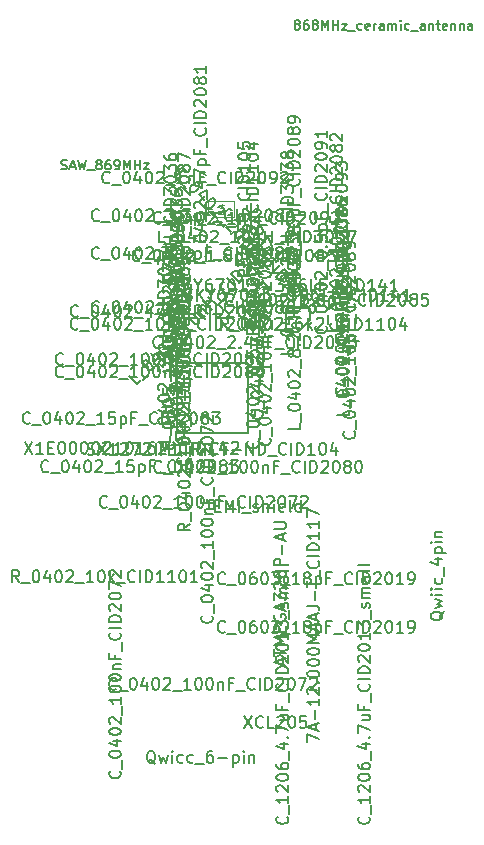
<source format=gbr>
G04 #@! TF.GenerationSoftware,KiCad,Pcbnew,(5.1.4)-1*
G04 #@! TF.CreationDate,2020-12-03T17:16:17+01:00*
G04 #@! TF.ProjectId,LoRa_Balloon,4c6f5261-5f42-4616-9c6c-6f6f6e2e6b69,2*
G04 #@! TF.SameCoordinates,Original*
G04 #@! TF.FileFunction,Other,Fab,Top*
%FSLAX46Y46*%
G04 Gerber Fmt 4.6, Leading zero omitted, Abs format (unit mm)*
G04 Created by KiCad (PCBNEW (5.1.4)-1) date 2020-12-03 17:16:17*
%MOMM*%
%LPD*%
G04 APERTURE LIST*
%ADD10C,0.150000*%
%ADD11C,0.100000*%
%ADD12C,0.075000*%
G04 APERTURE END LIST*
D10*
X117826160Y-119736280D02*
X118826160Y-119736280D01*
X118826160Y-119736280D02*
X118826160Y-121736280D01*
X118826160Y-121736280D02*
X116826160Y-121736280D01*
X116826160Y-121736280D02*
X116826160Y-120736280D01*
X116826160Y-120736280D02*
X117826160Y-119736280D01*
X109694120Y-129313720D02*
X114694120Y-129313720D01*
X114694120Y-129313720D02*
X114694120Y-135313720D01*
X114694120Y-135313720D02*
X108694120Y-135313720D01*
X108694120Y-135313720D02*
X108694120Y-130313720D01*
X108694120Y-130313720D02*
X109694120Y-129313720D01*
X119912440Y-125688200D02*
X118912440Y-126688200D01*
X119912440Y-124688200D02*
X119912440Y-125688200D01*
X117912440Y-124688200D02*
X119912440Y-124688200D01*
X117912440Y-126688200D02*
X117912440Y-124688200D01*
X118912440Y-126688200D02*
X117912440Y-126688200D01*
D11*
X111305800Y-115672200D02*
X111305800Y-116522200D01*
X111805800Y-117022200D02*
X113505800Y-117022200D01*
X111305800Y-115672200D02*
X113505800Y-115672200D01*
X113505800Y-115672200D02*
X113505800Y-117022200D01*
X111305800Y-116522200D02*
X111805800Y-117022200D01*
D10*
X98899809Y-112927009D02*
X99014095Y-112965104D01*
X99204571Y-112965104D01*
X99280761Y-112927009D01*
X99318857Y-112888914D01*
X99356952Y-112812723D01*
X99356952Y-112736533D01*
X99318857Y-112660342D01*
X99280761Y-112622247D01*
X99204571Y-112584152D01*
X99052190Y-112546057D01*
X98976000Y-112507961D01*
X98937904Y-112469866D01*
X98899809Y-112393676D01*
X98899809Y-112317485D01*
X98937904Y-112241295D01*
X98976000Y-112203200D01*
X99052190Y-112165104D01*
X99242666Y-112165104D01*
X99356952Y-112203200D01*
X99661714Y-112736533D02*
X100042666Y-112736533D01*
X99585523Y-112965104D02*
X99852190Y-112165104D01*
X100118857Y-112965104D01*
X100309333Y-112165104D02*
X100499809Y-112965104D01*
X100652190Y-112393676D01*
X100804571Y-112965104D01*
X100995047Y-112165104D01*
X101109333Y-113041295D02*
X101718857Y-113041295D01*
X102023619Y-112507961D02*
X101947428Y-112469866D01*
X101909333Y-112431771D01*
X101871238Y-112355580D01*
X101871238Y-112317485D01*
X101909333Y-112241295D01*
X101947428Y-112203200D01*
X102023619Y-112165104D01*
X102176000Y-112165104D01*
X102252190Y-112203200D01*
X102290285Y-112241295D01*
X102328380Y-112317485D01*
X102328380Y-112355580D01*
X102290285Y-112431771D01*
X102252190Y-112469866D01*
X102176000Y-112507961D01*
X102023619Y-112507961D01*
X101947428Y-112546057D01*
X101909333Y-112584152D01*
X101871238Y-112660342D01*
X101871238Y-112812723D01*
X101909333Y-112888914D01*
X101947428Y-112927009D01*
X102023619Y-112965104D01*
X102176000Y-112965104D01*
X102252190Y-112927009D01*
X102290285Y-112888914D01*
X102328380Y-112812723D01*
X102328380Y-112660342D01*
X102290285Y-112584152D01*
X102252190Y-112546057D01*
X102176000Y-112507961D01*
X103014095Y-112165104D02*
X102861714Y-112165104D01*
X102785523Y-112203200D01*
X102747428Y-112241295D01*
X102671238Y-112355580D01*
X102633142Y-112507961D01*
X102633142Y-112812723D01*
X102671238Y-112888914D01*
X102709333Y-112927009D01*
X102785523Y-112965104D01*
X102937904Y-112965104D01*
X103014095Y-112927009D01*
X103052190Y-112888914D01*
X103090285Y-112812723D01*
X103090285Y-112622247D01*
X103052190Y-112546057D01*
X103014095Y-112507961D01*
X102937904Y-112469866D01*
X102785523Y-112469866D01*
X102709333Y-112507961D01*
X102671238Y-112546057D01*
X102633142Y-112622247D01*
X103471238Y-112965104D02*
X103623619Y-112965104D01*
X103699809Y-112927009D01*
X103737904Y-112888914D01*
X103814095Y-112774628D01*
X103852190Y-112622247D01*
X103852190Y-112317485D01*
X103814095Y-112241295D01*
X103776000Y-112203200D01*
X103699809Y-112165104D01*
X103547428Y-112165104D01*
X103471238Y-112203200D01*
X103433142Y-112241295D01*
X103395047Y-112317485D01*
X103395047Y-112507961D01*
X103433142Y-112584152D01*
X103471238Y-112622247D01*
X103547428Y-112660342D01*
X103699809Y-112660342D01*
X103776000Y-112622247D01*
X103814095Y-112584152D01*
X103852190Y-112507961D01*
X104195047Y-112965104D02*
X104195047Y-112165104D01*
X104461714Y-112736533D01*
X104728380Y-112165104D01*
X104728380Y-112965104D01*
X105109333Y-112965104D02*
X105109333Y-112165104D01*
X105109333Y-112546057D02*
X105566476Y-112546057D01*
X105566476Y-112965104D02*
X105566476Y-112165104D01*
X105871238Y-112431771D02*
X106290285Y-112431771D01*
X105871238Y-112965104D01*
X106290285Y-112965104D01*
X114367013Y-159241160D02*
X115033680Y-160241160D01*
X115033680Y-159241160D02*
X114367013Y-160241160D01*
X115986060Y-160145922D02*
X115938441Y-160193541D01*
X115795584Y-160241160D01*
X115700346Y-160241160D01*
X115557489Y-160193541D01*
X115462251Y-160098303D01*
X115414632Y-160003065D01*
X115367013Y-159812589D01*
X115367013Y-159669732D01*
X115414632Y-159479256D01*
X115462251Y-159384018D01*
X115557489Y-159288780D01*
X115700346Y-159241160D01*
X115795584Y-159241160D01*
X115938441Y-159288780D01*
X115986060Y-159336399D01*
X116890822Y-160241160D02*
X116414632Y-160241160D01*
X116414632Y-159241160D01*
X117176537Y-159336399D02*
X117224156Y-159288780D01*
X117319394Y-159241160D01*
X117557489Y-159241160D01*
X117652727Y-159288780D01*
X117700346Y-159336399D01*
X117747965Y-159431637D01*
X117747965Y-159526875D01*
X117700346Y-159669732D01*
X117128918Y-160241160D01*
X117747965Y-160241160D01*
X118367013Y-159241160D02*
X118462251Y-159241160D01*
X118557489Y-159288780D01*
X118605108Y-159336399D01*
X118652727Y-159431637D01*
X118700346Y-159622113D01*
X118700346Y-159860208D01*
X118652727Y-160050684D01*
X118605108Y-160145922D01*
X118557489Y-160193541D01*
X118462251Y-160241160D01*
X118367013Y-160241160D01*
X118271775Y-160193541D01*
X118224156Y-160145922D01*
X118176537Y-160050684D01*
X118128918Y-159860208D01*
X118128918Y-159622113D01*
X118176537Y-159431637D01*
X118224156Y-159336399D01*
X118271775Y-159288780D01*
X118367013Y-159241160D01*
X119605108Y-159241160D02*
X119128918Y-159241160D01*
X119081299Y-159717351D01*
X119128918Y-159669732D01*
X119224156Y-159622113D01*
X119462251Y-159622113D01*
X119557489Y-159669732D01*
X119605108Y-159717351D01*
X119652727Y-159812589D01*
X119652727Y-160050684D01*
X119605108Y-160145922D01*
X119557489Y-160193541D01*
X119462251Y-160241160D01*
X119224156Y-160241160D01*
X119128918Y-160193541D01*
X119081299Y-160145922D01*
X131257219Y-150387619D02*
X131209600Y-150482857D01*
X131114361Y-150578095D01*
X130971504Y-150720952D01*
X130923885Y-150816190D01*
X130923885Y-150911428D01*
X131161980Y-150863809D02*
X131114361Y-150959047D01*
X131019123Y-151054285D01*
X130828647Y-151101904D01*
X130495314Y-151101904D01*
X130304838Y-151054285D01*
X130209600Y-150959047D01*
X130161980Y-150863809D01*
X130161980Y-150673333D01*
X130209600Y-150578095D01*
X130304838Y-150482857D01*
X130495314Y-150435238D01*
X130828647Y-150435238D01*
X131019123Y-150482857D01*
X131114361Y-150578095D01*
X131161980Y-150673333D01*
X131161980Y-150863809D01*
X130495314Y-150101904D02*
X131161980Y-149911428D01*
X130685790Y-149720952D01*
X131161980Y-149530476D01*
X130495314Y-149340000D01*
X131161980Y-148959047D02*
X130495314Y-148959047D01*
X130161980Y-148959047D02*
X130209600Y-149006666D01*
X130257219Y-148959047D01*
X130209600Y-148911428D01*
X130161980Y-148959047D01*
X130257219Y-148959047D01*
X131161980Y-148482857D02*
X130495314Y-148482857D01*
X130161980Y-148482857D02*
X130209600Y-148530476D01*
X130257219Y-148482857D01*
X130209600Y-148435238D01*
X130161980Y-148482857D01*
X130257219Y-148482857D01*
X131114361Y-147578095D02*
X131161980Y-147673333D01*
X131161980Y-147863809D01*
X131114361Y-147959047D01*
X131066742Y-148006666D01*
X130971504Y-148054285D01*
X130685790Y-148054285D01*
X130590552Y-148006666D01*
X130542933Y-147959047D01*
X130495314Y-147863809D01*
X130495314Y-147673333D01*
X130542933Y-147578095D01*
X131257219Y-147387619D02*
X131257219Y-146625714D01*
X130495314Y-145959047D02*
X131161980Y-145959047D01*
X130114361Y-146197142D02*
X130828647Y-146435238D01*
X130828647Y-145816190D01*
X130495314Y-145435238D02*
X131495314Y-145435238D01*
X130542933Y-145435238D02*
X130495314Y-145340000D01*
X130495314Y-145149523D01*
X130542933Y-145054285D01*
X130590552Y-145006666D01*
X130685790Y-144959047D01*
X130971504Y-144959047D01*
X131066742Y-145006666D01*
X131114361Y-145054285D01*
X131161980Y-145149523D01*
X131161980Y-145340000D01*
X131114361Y-145435238D01*
X131161980Y-144530476D02*
X130495314Y-144530476D01*
X130161980Y-144530476D02*
X130209600Y-144578095D01*
X130257219Y-144530476D01*
X130209600Y-144482857D01*
X130161980Y-144530476D01*
X130257219Y-144530476D01*
X130495314Y-144054285D02*
X131161980Y-144054285D01*
X130590552Y-144054285D02*
X130542933Y-144006666D01*
X130495314Y-143911428D01*
X130495314Y-143768571D01*
X130542933Y-143673333D01*
X130638171Y-143625714D01*
X131161980Y-143625714D01*
X118792283Y-100685781D02*
X118716093Y-100647686D01*
X118677998Y-100609591D01*
X118639902Y-100533400D01*
X118639902Y-100495305D01*
X118677998Y-100419115D01*
X118716093Y-100381020D01*
X118792283Y-100342924D01*
X118944664Y-100342924D01*
X119020855Y-100381020D01*
X119058950Y-100419115D01*
X119097045Y-100495305D01*
X119097045Y-100533400D01*
X119058950Y-100609591D01*
X119020855Y-100647686D01*
X118944664Y-100685781D01*
X118792283Y-100685781D01*
X118716093Y-100723877D01*
X118677998Y-100761972D01*
X118639902Y-100838162D01*
X118639902Y-100990543D01*
X118677998Y-101066734D01*
X118716093Y-101104829D01*
X118792283Y-101142924D01*
X118944664Y-101142924D01*
X119020855Y-101104829D01*
X119058950Y-101066734D01*
X119097045Y-100990543D01*
X119097045Y-100838162D01*
X119058950Y-100761972D01*
X119020855Y-100723877D01*
X118944664Y-100685781D01*
X119782760Y-100342924D02*
X119630379Y-100342924D01*
X119554188Y-100381020D01*
X119516093Y-100419115D01*
X119439902Y-100533400D01*
X119401807Y-100685781D01*
X119401807Y-100990543D01*
X119439902Y-101066734D01*
X119477998Y-101104829D01*
X119554188Y-101142924D01*
X119706569Y-101142924D01*
X119782760Y-101104829D01*
X119820855Y-101066734D01*
X119858950Y-100990543D01*
X119858950Y-100800067D01*
X119820855Y-100723877D01*
X119782760Y-100685781D01*
X119706569Y-100647686D01*
X119554188Y-100647686D01*
X119477998Y-100685781D01*
X119439902Y-100723877D01*
X119401807Y-100800067D01*
X120316093Y-100685781D02*
X120239902Y-100647686D01*
X120201807Y-100609591D01*
X120163712Y-100533400D01*
X120163712Y-100495305D01*
X120201807Y-100419115D01*
X120239902Y-100381020D01*
X120316093Y-100342924D01*
X120468474Y-100342924D01*
X120544664Y-100381020D01*
X120582760Y-100419115D01*
X120620855Y-100495305D01*
X120620855Y-100533400D01*
X120582760Y-100609591D01*
X120544664Y-100647686D01*
X120468474Y-100685781D01*
X120316093Y-100685781D01*
X120239902Y-100723877D01*
X120201807Y-100761972D01*
X120163712Y-100838162D01*
X120163712Y-100990543D01*
X120201807Y-101066734D01*
X120239902Y-101104829D01*
X120316093Y-101142924D01*
X120468474Y-101142924D01*
X120544664Y-101104829D01*
X120582760Y-101066734D01*
X120620855Y-100990543D01*
X120620855Y-100838162D01*
X120582760Y-100761972D01*
X120544664Y-100723877D01*
X120468474Y-100685781D01*
X120963712Y-101142924D02*
X120963712Y-100342924D01*
X121230379Y-100914353D01*
X121497045Y-100342924D01*
X121497045Y-101142924D01*
X121877998Y-101142924D02*
X121877998Y-100342924D01*
X121877998Y-100723877D02*
X122335140Y-100723877D01*
X122335140Y-101142924D02*
X122335140Y-100342924D01*
X122639902Y-100609591D02*
X123058950Y-100609591D01*
X122639902Y-101142924D01*
X123058950Y-101142924D01*
X123173236Y-101219115D02*
X123782760Y-101219115D01*
X124316093Y-101104829D02*
X124239902Y-101142924D01*
X124087521Y-101142924D01*
X124011331Y-101104829D01*
X123973236Y-101066734D01*
X123935140Y-100990543D01*
X123935140Y-100761972D01*
X123973236Y-100685781D01*
X124011331Y-100647686D01*
X124087521Y-100609591D01*
X124239902Y-100609591D01*
X124316093Y-100647686D01*
X124963712Y-101104829D02*
X124887521Y-101142924D01*
X124735140Y-101142924D01*
X124658950Y-101104829D01*
X124620855Y-101028639D01*
X124620855Y-100723877D01*
X124658950Y-100647686D01*
X124735140Y-100609591D01*
X124887521Y-100609591D01*
X124963712Y-100647686D01*
X125001807Y-100723877D01*
X125001807Y-100800067D01*
X124620855Y-100876258D01*
X125344664Y-101142924D02*
X125344664Y-100609591D01*
X125344664Y-100761972D02*
X125382760Y-100685781D01*
X125420855Y-100647686D01*
X125497045Y-100609591D01*
X125573236Y-100609591D01*
X126182760Y-101142924D02*
X126182760Y-100723877D01*
X126144664Y-100647686D01*
X126068474Y-100609591D01*
X125916093Y-100609591D01*
X125839902Y-100647686D01*
X126182760Y-101104829D02*
X126106569Y-101142924D01*
X125916093Y-101142924D01*
X125839902Y-101104829D01*
X125801807Y-101028639D01*
X125801807Y-100952448D01*
X125839902Y-100876258D01*
X125916093Y-100838162D01*
X126106569Y-100838162D01*
X126182760Y-100800067D01*
X126563712Y-101142924D02*
X126563712Y-100609591D01*
X126563712Y-100685781D02*
X126601807Y-100647686D01*
X126677998Y-100609591D01*
X126792283Y-100609591D01*
X126868474Y-100647686D01*
X126906569Y-100723877D01*
X126906569Y-101142924D01*
X126906569Y-100723877D02*
X126944664Y-100647686D01*
X127020855Y-100609591D01*
X127135140Y-100609591D01*
X127211331Y-100647686D01*
X127249426Y-100723877D01*
X127249426Y-101142924D01*
X127630379Y-101142924D02*
X127630379Y-100609591D01*
X127630379Y-100342924D02*
X127592283Y-100381020D01*
X127630379Y-100419115D01*
X127668474Y-100381020D01*
X127630379Y-100342924D01*
X127630379Y-100419115D01*
X128354188Y-101104829D02*
X128277998Y-101142924D01*
X128125617Y-101142924D01*
X128049426Y-101104829D01*
X128011331Y-101066734D01*
X127973236Y-100990543D01*
X127973236Y-100761972D01*
X128011331Y-100685781D01*
X128049426Y-100647686D01*
X128125617Y-100609591D01*
X128277998Y-100609591D01*
X128354188Y-100647686D01*
X128506569Y-101219115D02*
X129116093Y-101219115D01*
X129649426Y-101142924D02*
X129649426Y-100723877D01*
X129611331Y-100647686D01*
X129535140Y-100609591D01*
X129382760Y-100609591D01*
X129306569Y-100647686D01*
X129649426Y-101104829D02*
X129573236Y-101142924D01*
X129382760Y-101142924D01*
X129306569Y-101104829D01*
X129268474Y-101028639D01*
X129268474Y-100952448D01*
X129306569Y-100876258D01*
X129382760Y-100838162D01*
X129573236Y-100838162D01*
X129649426Y-100800067D01*
X130030379Y-100609591D02*
X130030379Y-101142924D01*
X130030379Y-100685781D02*
X130068474Y-100647686D01*
X130144664Y-100609591D01*
X130258950Y-100609591D01*
X130335140Y-100647686D01*
X130373236Y-100723877D01*
X130373236Y-101142924D01*
X130639902Y-100609591D02*
X130944664Y-100609591D01*
X130754188Y-100342924D02*
X130754188Y-101028639D01*
X130792283Y-101104829D01*
X130868474Y-101142924D01*
X130944664Y-101142924D01*
X131516093Y-101104829D02*
X131439902Y-101142924D01*
X131287521Y-101142924D01*
X131211331Y-101104829D01*
X131173236Y-101028639D01*
X131173236Y-100723877D01*
X131211331Y-100647686D01*
X131287521Y-100609591D01*
X131439902Y-100609591D01*
X131516093Y-100647686D01*
X131554188Y-100723877D01*
X131554188Y-100800067D01*
X131173236Y-100876258D01*
X131897045Y-100609591D02*
X131897045Y-101142924D01*
X131897045Y-100685781D02*
X131935140Y-100647686D01*
X132011331Y-100609591D01*
X132125617Y-100609591D01*
X132201807Y-100647686D01*
X132239902Y-100723877D01*
X132239902Y-101142924D01*
X132620855Y-100609591D02*
X132620855Y-101142924D01*
X132620855Y-100685781D02*
X132658950Y-100647686D01*
X132735140Y-100609591D01*
X132849426Y-100609591D01*
X132925617Y-100647686D01*
X132963712Y-100723877D01*
X132963712Y-101142924D01*
X133687521Y-101142924D02*
X133687521Y-100723877D01*
X133649426Y-100647686D01*
X133573236Y-100609591D01*
X133420855Y-100609591D01*
X133344664Y-100647686D01*
X133687521Y-101104829D02*
X133611331Y-101142924D01*
X133420855Y-101142924D01*
X133344664Y-101104829D01*
X133306569Y-101028639D01*
X133306569Y-100952448D01*
X133344664Y-100876258D01*
X133420855Y-100838162D01*
X133611331Y-100838162D01*
X133687521Y-100800067D01*
X108629940Y-128243299D02*
X108629940Y-128719489D01*
X107629940Y-128719489D01*
X108725179Y-128148060D02*
X108725179Y-127386156D01*
X107629940Y-126957584D02*
X107629940Y-126862346D01*
X107677560Y-126767108D01*
X107725179Y-126719489D01*
X107820417Y-126671870D01*
X108010893Y-126624251D01*
X108248988Y-126624251D01*
X108439464Y-126671870D01*
X108534702Y-126719489D01*
X108582321Y-126767108D01*
X108629940Y-126862346D01*
X108629940Y-126957584D01*
X108582321Y-127052822D01*
X108534702Y-127100441D01*
X108439464Y-127148060D01*
X108248988Y-127195680D01*
X108010893Y-127195680D01*
X107820417Y-127148060D01*
X107725179Y-127100441D01*
X107677560Y-127052822D01*
X107629940Y-126957584D01*
X107963274Y-125767108D02*
X108629940Y-125767108D01*
X107582321Y-126005203D02*
X108296607Y-126243299D01*
X108296607Y-125624251D01*
X107629940Y-125052822D02*
X107629940Y-124957584D01*
X107677560Y-124862346D01*
X107725179Y-124814727D01*
X107820417Y-124767108D01*
X108010893Y-124719489D01*
X108248988Y-124719489D01*
X108439464Y-124767108D01*
X108534702Y-124814727D01*
X108582321Y-124862346D01*
X108629940Y-124957584D01*
X108629940Y-125052822D01*
X108582321Y-125148060D01*
X108534702Y-125195680D01*
X108439464Y-125243299D01*
X108248988Y-125290918D01*
X108010893Y-125290918D01*
X107820417Y-125243299D01*
X107725179Y-125195680D01*
X107677560Y-125148060D01*
X107629940Y-125052822D01*
X107725179Y-124338537D02*
X107677560Y-124290918D01*
X107629940Y-124195680D01*
X107629940Y-123957584D01*
X107677560Y-123862346D01*
X107725179Y-123814727D01*
X107820417Y-123767108D01*
X107915655Y-123767108D01*
X108058512Y-123814727D01*
X108629940Y-124386156D01*
X108629940Y-123767108D01*
X108725179Y-123576632D02*
X108725179Y-122814727D01*
X107629940Y-122100441D02*
X107629940Y-122576632D01*
X108106131Y-122624251D01*
X108058512Y-122576632D01*
X108010893Y-122481394D01*
X108010893Y-122243299D01*
X108058512Y-122148060D01*
X108106131Y-122100441D01*
X108201369Y-122052822D01*
X108439464Y-122052822D01*
X108534702Y-122100441D01*
X108582321Y-122148060D01*
X108629940Y-122243299D01*
X108629940Y-122481394D01*
X108582321Y-122576632D01*
X108534702Y-122624251D01*
X108534702Y-121624251D02*
X108582321Y-121576632D01*
X108629940Y-121624251D01*
X108582321Y-121671870D01*
X108534702Y-121624251D01*
X108629940Y-121624251D01*
X107629940Y-120719489D02*
X107629940Y-120909965D01*
X107677560Y-121005203D01*
X107725179Y-121052822D01*
X107868036Y-121148060D01*
X108058512Y-121195680D01*
X108439464Y-121195680D01*
X108534702Y-121148060D01*
X108582321Y-121100441D01*
X108629940Y-121005203D01*
X108629940Y-120814727D01*
X108582321Y-120719489D01*
X108534702Y-120671870D01*
X108439464Y-120624251D01*
X108201369Y-120624251D01*
X108106131Y-120671870D01*
X108058512Y-120719489D01*
X108010893Y-120814727D01*
X108010893Y-121005203D01*
X108058512Y-121100441D01*
X108106131Y-121148060D01*
X108201369Y-121195680D01*
X107963274Y-120195680D02*
X108629940Y-120195680D01*
X108058512Y-120195680D02*
X108010893Y-120148060D01*
X107963274Y-120052822D01*
X107963274Y-119909965D01*
X108010893Y-119814727D01*
X108106131Y-119767108D01*
X108629940Y-119767108D01*
X108629940Y-119290918D02*
X107629940Y-119290918D01*
X108106131Y-119290918D02*
X108106131Y-118719489D01*
X108629940Y-118719489D02*
X107629940Y-118719489D01*
X108725179Y-118481394D02*
X108725179Y-117719489D01*
X108534702Y-116909965D02*
X108582321Y-116957584D01*
X108629940Y-117100441D01*
X108629940Y-117195680D01*
X108582321Y-117338537D01*
X108487083Y-117433775D01*
X108391845Y-117481394D01*
X108201369Y-117529013D01*
X108058512Y-117529013D01*
X107868036Y-117481394D01*
X107772798Y-117433775D01*
X107677560Y-117338537D01*
X107629940Y-117195680D01*
X107629940Y-117100441D01*
X107677560Y-116957584D01*
X107725179Y-116909965D01*
X108629940Y-116481394D02*
X107629940Y-116481394D01*
X108629940Y-116005203D02*
X107629940Y-116005203D01*
X107629940Y-115767108D01*
X107677560Y-115624251D01*
X107772798Y-115529013D01*
X107868036Y-115481394D01*
X108058512Y-115433775D01*
X108201369Y-115433775D01*
X108391845Y-115481394D01*
X108487083Y-115529013D01*
X108582321Y-115624251D01*
X108629940Y-115767108D01*
X108629940Y-116005203D01*
X107629940Y-115100441D02*
X107629940Y-114481394D01*
X108010893Y-114814727D01*
X108010893Y-114671870D01*
X108058512Y-114576632D01*
X108106131Y-114529013D01*
X108201369Y-114481394D01*
X108439464Y-114481394D01*
X108534702Y-114529013D01*
X108582321Y-114576632D01*
X108629940Y-114671870D01*
X108629940Y-114957584D01*
X108582321Y-115052822D01*
X108534702Y-115100441D01*
X107629940Y-113862346D02*
X107629940Y-113767108D01*
X107677560Y-113671870D01*
X107725179Y-113624251D01*
X107820417Y-113576632D01*
X108010893Y-113529013D01*
X108248988Y-113529013D01*
X108439464Y-113576632D01*
X108534702Y-113624251D01*
X108582321Y-113671870D01*
X108629940Y-113767108D01*
X108629940Y-113862346D01*
X108582321Y-113957584D01*
X108534702Y-114005203D01*
X108439464Y-114052822D01*
X108248988Y-114100441D01*
X108010893Y-114100441D01*
X107820417Y-114052822D01*
X107725179Y-114005203D01*
X107677560Y-113957584D01*
X107629940Y-113862346D01*
X107629940Y-113195680D02*
X107629940Y-112576632D01*
X108010893Y-112909965D01*
X108010893Y-112767108D01*
X108058512Y-112671870D01*
X108106131Y-112624251D01*
X108201369Y-112576632D01*
X108439464Y-112576632D01*
X108534702Y-112624251D01*
X108582321Y-112671870D01*
X108629940Y-112767108D01*
X108629940Y-113052822D01*
X108582321Y-113148060D01*
X108534702Y-113195680D01*
X107629940Y-111719489D02*
X107629940Y-111909965D01*
X107677560Y-112005203D01*
X107725179Y-112052822D01*
X107868036Y-112148060D01*
X108058512Y-112195680D01*
X108439464Y-112195680D01*
X108534702Y-112148060D01*
X108582321Y-112100441D01*
X108629940Y-112005203D01*
X108629940Y-111814727D01*
X108582321Y-111719489D01*
X108534702Y-111671870D01*
X108439464Y-111624251D01*
X108201369Y-111624251D01*
X108106131Y-111671870D01*
X108058512Y-111719489D01*
X108010893Y-111814727D01*
X108010893Y-112005203D01*
X108058512Y-112100441D01*
X108106131Y-112148060D01*
X108201369Y-112195680D01*
X124915602Y-167761812D02*
X124963221Y-167809431D01*
X125010840Y-167952288D01*
X125010840Y-168047526D01*
X124963221Y-168190383D01*
X124867983Y-168285621D01*
X124772745Y-168333240D01*
X124582269Y-168380860D01*
X124439412Y-168380860D01*
X124248936Y-168333240D01*
X124153698Y-168285621D01*
X124058460Y-168190383D01*
X124010840Y-168047526D01*
X124010840Y-167952288D01*
X124058460Y-167809431D01*
X124106079Y-167761812D01*
X125106079Y-167571336D02*
X125106079Y-166809431D01*
X125010840Y-166047526D02*
X125010840Y-166618955D01*
X125010840Y-166333240D02*
X124010840Y-166333240D01*
X124153698Y-166428479D01*
X124248936Y-166523717D01*
X124296555Y-166618955D01*
X124106079Y-165666574D02*
X124058460Y-165618955D01*
X124010840Y-165523717D01*
X124010840Y-165285621D01*
X124058460Y-165190383D01*
X124106079Y-165142764D01*
X124201317Y-165095145D01*
X124296555Y-165095145D01*
X124439412Y-165142764D01*
X125010840Y-165714193D01*
X125010840Y-165095145D01*
X124010840Y-164476098D02*
X124010840Y-164380860D01*
X124058460Y-164285621D01*
X124106079Y-164238002D01*
X124201317Y-164190383D01*
X124391793Y-164142764D01*
X124629888Y-164142764D01*
X124820364Y-164190383D01*
X124915602Y-164238002D01*
X124963221Y-164285621D01*
X125010840Y-164380860D01*
X125010840Y-164476098D01*
X124963221Y-164571336D01*
X124915602Y-164618955D01*
X124820364Y-164666574D01*
X124629888Y-164714193D01*
X124391793Y-164714193D01*
X124201317Y-164666574D01*
X124106079Y-164618955D01*
X124058460Y-164571336D01*
X124010840Y-164476098D01*
X124010840Y-163285621D02*
X124010840Y-163476098D01*
X124058460Y-163571336D01*
X124106079Y-163618955D01*
X124248936Y-163714193D01*
X124439412Y-163761812D01*
X124820364Y-163761812D01*
X124915602Y-163714193D01*
X124963221Y-163666574D01*
X125010840Y-163571336D01*
X125010840Y-163380860D01*
X124963221Y-163285621D01*
X124915602Y-163238002D01*
X124820364Y-163190383D01*
X124582269Y-163190383D01*
X124487031Y-163238002D01*
X124439412Y-163285621D01*
X124391793Y-163380860D01*
X124391793Y-163571336D01*
X124439412Y-163666574D01*
X124487031Y-163714193D01*
X124582269Y-163761812D01*
X125106079Y-162999907D02*
X125106079Y-162238002D01*
X124344174Y-161571336D02*
X125010840Y-161571336D01*
X123963221Y-161809431D02*
X124677507Y-162047526D01*
X124677507Y-161428479D01*
X124915602Y-161047526D02*
X124963221Y-160999907D01*
X125010840Y-161047526D01*
X124963221Y-161095145D01*
X124915602Y-161047526D01*
X125010840Y-161047526D01*
X124010840Y-160666574D02*
X124010840Y-159999907D01*
X125010840Y-160428479D01*
X124344174Y-159190383D02*
X125010840Y-159190383D01*
X124344174Y-159618955D02*
X124867983Y-159618955D01*
X124963221Y-159571336D01*
X125010840Y-159476098D01*
X125010840Y-159333240D01*
X124963221Y-159238002D01*
X124915602Y-159190383D01*
X124487031Y-158380860D02*
X124487031Y-158714193D01*
X125010840Y-158714193D02*
X124010840Y-158714193D01*
X124010840Y-158238002D01*
X125106079Y-158095145D02*
X125106079Y-157333240D01*
X124915602Y-156523717D02*
X124963221Y-156571336D01*
X125010840Y-156714193D01*
X125010840Y-156809431D01*
X124963221Y-156952288D01*
X124867983Y-157047526D01*
X124772745Y-157095145D01*
X124582269Y-157142764D01*
X124439412Y-157142764D01*
X124248936Y-157095145D01*
X124153698Y-157047526D01*
X124058460Y-156952288D01*
X124010840Y-156809431D01*
X124010840Y-156714193D01*
X124058460Y-156571336D01*
X124106079Y-156523717D01*
X125010840Y-156095145D02*
X124010840Y-156095145D01*
X125010840Y-155618955D02*
X124010840Y-155618955D01*
X124010840Y-155380860D01*
X124058460Y-155238002D01*
X124153698Y-155142764D01*
X124248936Y-155095145D01*
X124439412Y-155047526D01*
X124582269Y-155047526D01*
X124772745Y-155095145D01*
X124867983Y-155142764D01*
X124963221Y-155238002D01*
X125010840Y-155380860D01*
X125010840Y-155618955D01*
X124106079Y-154666574D02*
X124058460Y-154618955D01*
X124010840Y-154523717D01*
X124010840Y-154285621D01*
X124058460Y-154190383D01*
X124106079Y-154142764D01*
X124201317Y-154095145D01*
X124296555Y-154095145D01*
X124439412Y-154142764D01*
X125010840Y-154714193D01*
X125010840Y-154095145D01*
X124010840Y-153476098D02*
X124010840Y-153380860D01*
X124058460Y-153285621D01*
X124106079Y-153238002D01*
X124201317Y-153190383D01*
X124391793Y-153142764D01*
X124629888Y-153142764D01*
X124820364Y-153190383D01*
X124915602Y-153238002D01*
X124963221Y-153285621D01*
X125010840Y-153380860D01*
X125010840Y-153476098D01*
X124963221Y-153571336D01*
X124915602Y-153618955D01*
X124820364Y-153666574D01*
X124629888Y-153714193D01*
X124391793Y-153714193D01*
X124201317Y-153666574D01*
X124106079Y-153618955D01*
X124058460Y-153571336D01*
X124010840Y-153476098D01*
X125010840Y-152190383D02*
X125010840Y-152761812D01*
X125010840Y-152476098D02*
X124010840Y-152476098D01*
X124153698Y-152571336D01*
X124248936Y-152666574D01*
X124296555Y-152761812D01*
X124010840Y-151857050D02*
X124010840Y-151238002D01*
X124391793Y-151571336D01*
X124391793Y-151428479D01*
X124439412Y-151333240D01*
X124487031Y-151285621D01*
X124582269Y-151238002D01*
X124820364Y-151238002D01*
X124915602Y-151285621D01*
X124963221Y-151333240D01*
X125010840Y-151428479D01*
X125010840Y-151714193D01*
X124963221Y-151809431D01*
X124915602Y-151857050D01*
X125106079Y-151047526D02*
X125106079Y-150285621D01*
X124963221Y-150095145D02*
X125010840Y-149999907D01*
X125010840Y-149809431D01*
X124963221Y-149714193D01*
X124867983Y-149666574D01*
X124820364Y-149666574D01*
X124725126Y-149714193D01*
X124677507Y-149809431D01*
X124677507Y-149952288D01*
X124629888Y-150047526D01*
X124534650Y-150095145D01*
X124487031Y-150095145D01*
X124391793Y-150047526D01*
X124344174Y-149952288D01*
X124344174Y-149809431D01*
X124391793Y-149714193D01*
X125010840Y-149238002D02*
X124344174Y-149238002D01*
X124439412Y-149238002D02*
X124391793Y-149190383D01*
X124344174Y-149095145D01*
X124344174Y-148952288D01*
X124391793Y-148857050D01*
X124487031Y-148809431D01*
X125010840Y-148809431D01*
X124487031Y-148809431D02*
X124391793Y-148761812D01*
X124344174Y-148666574D01*
X124344174Y-148523717D01*
X124391793Y-148428479D01*
X124487031Y-148380860D01*
X125010840Y-148380860D01*
X125010840Y-147476098D02*
X124487031Y-147476098D01*
X124391793Y-147523717D01*
X124344174Y-147618955D01*
X124344174Y-147809431D01*
X124391793Y-147904669D01*
X124963221Y-147476098D02*
X125010840Y-147571336D01*
X125010840Y-147809431D01*
X124963221Y-147904669D01*
X124867983Y-147952288D01*
X124772745Y-147952288D01*
X124677507Y-147904669D01*
X124629888Y-147809431D01*
X124629888Y-147571336D01*
X124582269Y-147476098D01*
X125010840Y-146857050D02*
X124963221Y-146952288D01*
X124867983Y-146999907D01*
X124010840Y-146999907D01*
X125010840Y-146333240D02*
X124963221Y-146428479D01*
X124867983Y-146476098D01*
X124010840Y-146476098D01*
X118016902Y-167761812D02*
X118064521Y-167809431D01*
X118112140Y-167952288D01*
X118112140Y-168047526D01*
X118064521Y-168190383D01*
X117969283Y-168285621D01*
X117874045Y-168333240D01*
X117683569Y-168380860D01*
X117540712Y-168380860D01*
X117350236Y-168333240D01*
X117254998Y-168285621D01*
X117159760Y-168190383D01*
X117112140Y-168047526D01*
X117112140Y-167952288D01*
X117159760Y-167809431D01*
X117207379Y-167761812D01*
X118207379Y-167571336D02*
X118207379Y-166809431D01*
X118112140Y-166047526D02*
X118112140Y-166618955D01*
X118112140Y-166333240D02*
X117112140Y-166333240D01*
X117254998Y-166428479D01*
X117350236Y-166523717D01*
X117397855Y-166618955D01*
X117207379Y-165666574D02*
X117159760Y-165618955D01*
X117112140Y-165523717D01*
X117112140Y-165285621D01*
X117159760Y-165190383D01*
X117207379Y-165142764D01*
X117302617Y-165095145D01*
X117397855Y-165095145D01*
X117540712Y-165142764D01*
X118112140Y-165714193D01*
X118112140Y-165095145D01*
X117112140Y-164476098D02*
X117112140Y-164380860D01*
X117159760Y-164285621D01*
X117207379Y-164238002D01*
X117302617Y-164190383D01*
X117493093Y-164142764D01*
X117731188Y-164142764D01*
X117921664Y-164190383D01*
X118016902Y-164238002D01*
X118064521Y-164285621D01*
X118112140Y-164380860D01*
X118112140Y-164476098D01*
X118064521Y-164571336D01*
X118016902Y-164618955D01*
X117921664Y-164666574D01*
X117731188Y-164714193D01*
X117493093Y-164714193D01*
X117302617Y-164666574D01*
X117207379Y-164618955D01*
X117159760Y-164571336D01*
X117112140Y-164476098D01*
X117112140Y-163285621D02*
X117112140Y-163476098D01*
X117159760Y-163571336D01*
X117207379Y-163618955D01*
X117350236Y-163714193D01*
X117540712Y-163761812D01*
X117921664Y-163761812D01*
X118016902Y-163714193D01*
X118064521Y-163666574D01*
X118112140Y-163571336D01*
X118112140Y-163380860D01*
X118064521Y-163285621D01*
X118016902Y-163238002D01*
X117921664Y-163190383D01*
X117683569Y-163190383D01*
X117588331Y-163238002D01*
X117540712Y-163285621D01*
X117493093Y-163380860D01*
X117493093Y-163571336D01*
X117540712Y-163666574D01*
X117588331Y-163714193D01*
X117683569Y-163761812D01*
X118207379Y-162999907D02*
X118207379Y-162238002D01*
X117445474Y-161571336D02*
X118112140Y-161571336D01*
X117064521Y-161809431D02*
X117778807Y-162047526D01*
X117778807Y-161428479D01*
X118016902Y-161047526D02*
X118064521Y-160999907D01*
X118112140Y-161047526D01*
X118064521Y-161095145D01*
X118016902Y-161047526D01*
X118112140Y-161047526D01*
X117112140Y-160666574D02*
X117112140Y-159999907D01*
X118112140Y-160428479D01*
X117445474Y-159190383D02*
X118112140Y-159190383D01*
X117445474Y-159618955D02*
X117969283Y-159618955D01*
X118064521Y-159571336D01*
X118112140Y-159476098D01*
X118112140Y-159333240D01*
X118064521Y-159238002D01*
X118016902Y-159190383D01*
X117588331Y-158380860D02*
X117588331Y-158714193D01*
X118112140Y-158714193D02*
X117112140Y-158714193D01*
X117112140Y-158238002D01*
X118207379Y-158095145D02*
X118207379Y-157333240D01*
X118016902Y-156523717D02*
X118064521Y-156571336D01*
X118112140Y-156714193D01*
X118112140Y-156809431D01*
X118064521Y-156952288D01*
X117969283Y-157047526D01*
X117874045Y-157095145D01*
X117683569Y-157142764D01*
X117540712Y-157142764D01*
X117350236Y-157095145D01*
X117254998Y-157047526D01*
X117159760Y-156952288D01*
X117112140Y-156809431D01*
X117112140Y-156714193D01*
X117159760Y-156571336D01*
X117207379Y-156523717D01*
X118112140Y-156095145D02*
X117112140Y-156095145D01*
X118112140Y-155618955D02*
X117112140Y-155618955D01*
X117112140Y-155380860D01*
X117159760Y-155238002D01*
X117254998Y-155142764D01*
X117350236Y-155095145D01*
X117540712Y-155047526D01*
X117683569Y-155047526D01*
X117874045Y-155095145D01*
X117969283Y-155142764D01*
X118064521Y-155238002D01*
X118112140Y-155380860D01*
X118112140Y-155618955D01*
X117207379Y-154666574D02*
X117159760Y-154618955D01*
X117112140Y-154523717D01*
X117112140Y-154285621D01*
X117159760Y-154190383D01*
X117207379Y-154142764D01*
X117302617Y-154095145D01*
X117397855Y-154095145D01*
X117540712Y-154142764D01*
X118112140Y-154714193D01*
X118112140Y-154095145D01*
X117112140Y-153476098D02*
X117112140Y-153380860D01*
X117159760Y-153285621D01*
X117207379Y-153238002D01*
X117302617Y-153190383D01*
X117493093Y-153142764D01*
X117731188Y-153142764D01*
X117921664Y-153190383D01*
X118016902Y-153238002D01*
X118064521Y-153285621D01*
X118112140Y-153380860D01*
X118112140Y-153476098D01*
X118064521Y-153571336D01*
X118016902Y-153618955D01*
X117921664Y-153666574D01*
X117731188Y-153714193D01*
X117493093Y-153714193D01*
X117302617Y-153666574D01*
X117207379Y-153618955D01*
X117159760Y-153571336D01*
X117112140Y-153476098D01*
X118112140Y-152190383D02*
X118112140Y-152761812D01*
X118112140Y-152476098D02*
X117112140Y-152476098D01*
X117254998Y-152571336D01*
X117350236Y-152666574D01*
X117397855Y-152761812D01*
X117112140Y-151857050D02*
X117112140Y-151238002D01*
X117493093Y-151571336D01*
X117493093Y-151428479D01*
X117540712Y-151333240D01*
X117588331Y-151285621D01*
X117683569Y-151238002D01*
X117921664Y-151238002D01*
X118016902Y-151285621D01*
X118064521Y-151333240D01*
X118112140Y-151428479D01*
X118112140Y-151714193D01*
X118064521Y-151809431D01*
X118016902Y-151857050D01*
X118207379Y-151047526D02*
X118207379Y-150285621D01*
X118064521Y-150095145D02*
X118112140Y-149999907D01*
X118112140Y-149809431D01*
X118064521Y-149714193D01*
X117969283Y-149666574D01*
X117921664Y-149666574D01*
X117826426Y-149714193D01*
X117778807Y-149809431D01*
X117778807Y-149952288D01*
X117731188Y-150047526D01*
X117635950Y-150095145D01*
X117588331Y-150095145D01*
X117493093Y-150047526D01*
X117445474Y-149952288D01*
X117445474Y-149809431D01*
X117493093Y-149714193D01*
X118112140Y-149238002D02*
X117445474Y-149238002D01*
X117540712Y-149238002D02*
X117493093Y-149190383D01*
X117445474Y-149095145D01*
X117445474Y-148952288D01*
X117493093Y-148857050D01*
X117588331Y-148809431D01*
X118112140Y-148809431D01*
X117588331Y-148809431D02*
X117493093Y-148761812D01*
X117445474Y-148666574D01*
X117445474Y-148523717D01*
X117493093Y-148428479D01*
X117588331Y-148380860D01*
X118112140Y-148380860D01*
X118112140Y-147476098D02*
X117588331Y-147476098D01*
X117493093Y-147523717D01*
X117445474Y-147618955D01*
X117445474Y-147809431D01*
X117493093Y-147904669D01*
X118064521Y-147476098D02*
X118112140Y-147571336D01*
X118112140Y-147809431D01*
X118064521Y-147904669D01*
X117969283Y-147952288D01*
X117874045Y-147952288D01*
X117778807Y-147904669D01*
X117731188Y-147809431D01*
X117731188Y-147571336D01*
X117683569Y-147476098D01*
X118112140Y-146857050D02*
X118064521Y-146952288D01*
X117969283Y-146999907D01*
X117112140Y-146999907D01*
X118112140Y-146333240D02*
X118064521Y-146428479D01*
X117969283Y-146476098D01*
X117112140Y-146476098D01*
X106859557Y-163282799D02*
X106764319Y-163235180D01*
X106669080Y-163139941D01*
X106526223Y-162997084D01*
X106430985Y-162949465D01*
X106335747Y-162949465D01*
X106383366Y-163187560D02*
X106288128Y-163139941D01*
X106192890Y-163044703D01*
X106145271Y-162854227D01*
X106145271Y-162520894D01*
X106192890Y-162330418D01*
X106288128Y-162235180D01*
X106383366Y-162187560D01*
X106573842Y-162187560D01*
X106669080Y-162235180D01*
X106764319Y-162330418D01*
X106811938Y-162520894D01*
X106811938Y-162854227D01*
X106764319Y-163044703D01*
X106669080Y-163139941D01*
X106573842Y-163187560D01*
X106383366Y-163187560D01*
X107145271Y-162520894D02*
X107335747Y-163187560D01*
X107526223Y-162711370D01*
X107716700Y-163187560D01*
X107907176Y-162520894D01*
X108288128Y-163187560D02*
X108288128Y-162520894D01*
X108288128Y-162187560D02*
X108240509Y-162235180D01*
X108288128Y-162282799D01*
X108335747Y-162235180D01*
X108288128Y-162187560D01*
X108288128Y-162282799D01*
X109192890Y-163139941D02*
X109097652Y-163187560D01*
X108907176Y-163187560D01*
X108811938Y-163139941D01*
X108764319Y-163092322D01*
X108716700Y-162997084D01*
X108716700Y-162711370D01*
X108764319Y-162616132D01*
X108811938Y-162568513D01*
X108907176Y-162520894D01*
X109097652Y-162520894D01*
X109192890Y-162568513D01*
X110050033Y-163139941D02*
X109954795Y-163187560D01*
X109764319Y-163187560D01*
X109669080Y-163139941D01*
X109621461Y-163092322D01*
X109573842Y-162997084D01*
X109573842Y-162711370D01*
X109621461Y-162616132D01*
X109669080Y-162568513D01*
X109764319Y-162520894D01*
X109954795Y-162520894D01*
X110050033Y-162568513D01*
X110240509Y-163282799D02*
X111002414Y-163282799D01*
X111669080Y-162187560D02*
X111478604Y-162187560D01*
X111383366Y-162235180D01*
X111335747Y-162282799D01*
X111240509Y-162425656D01*
X111192890Y-162616132D01*
X111192890Y-162997084D01*
X111240509Y-163092322D01*
X111288128Y-163139941D01*
X111383366Y-163187560D01*
X111573842Y-163187560D01*
X111669080Y-163139941D01*
X111716700Y-163092322D01*
X111764319Y-162997084D01*
X111764319Y-162758989D01*
X111716700Y-162663751D01*
X111669080Y-162616132D01*
X111573842Y-162568513D01*
X111383366Y-162568513D01*
X111288128Y-162616132D01*
X111240509Y-162663751D01*
X111192890Y-162758989D01*
X112192890Y-162806608D02*
X112954795Y-162806608D01*
X113430985Y-162520894D02*
X113430985Y-163520894D01*
X113430985Y-162568513D02*
X113526223Y-162520894D01*
X113716700Y-162520894D01*
X113811938Y-162568513D01*
X113859557Y-162616132D01*
X113907176Y-162711370D01*
X113907176Y-162997084D01*
X113859557Y-163092322D01*
X113811938Y-163139941D01*
X113716700Y-163187560D01*
X113526223Y-163187560D01*
X113430985Y-163139941D01*
X114335747Y-163187560D02*
X114335747Y-162520894D01*
X114335747Y-162187560D02*
X114288128Y-162235180D01*
X114335747Y-162282799D01*
X114383366Y-162235180D01*
X114335747Y-162187560D01*
X114335747Y-162282799D01*
X114811938Y-162520894D02*
X114811938Y-163187560D01*
X114811938Y-162616132D02*
X114859557Y-162568513D01*
X114954795Y-162520894D01*
X115097652Y-162520894D01*
X115192890Y-162568513D01*
X115240509Y-162663751D01*
X115240509Y-163187560D01*
X103552383Y-156915782D02*
X103504764Y-156963401D01*
X103361907Y-157011020D01*
X103266669Y-157011020D01*
X103123812Y-156963401D01*
X103028574Y-156868163D01*
X102980955Y-156772925D01*
X102933336Y-156582449D01*
X102933336Y-156439592D01*
X102980955Y-156249116D01*
X103028574Y-156153878D01*
X103123812Y-156058640D01*
X103266669Y-156011020D01*
X103361907Y-156011020D01*
X103504764Y-156058640D01*
X103552383Y-156106259D01*
X103742860Y-157106259D02*
X104504764Y-157106259D01*
X104933336Y-156011020D02*
X105028574Y-156011020D01*
X105123812Y-156058640D01*
X105171431Y-156106259D01*
X105219050Y-156201497D01*
X105266669Y-156391973D01*
X105266669Y-156630068D01*
X105219050Y-156820544D01*
X105171431Y-156915782D01*
X105123812Y-156963401D01*
X105028574Y-157011020D01*
X104933336Y-157011020D01*
X104838098Y-156963401D01*
X104790479Y-156915782D01*
X104742860Y-156820544D01*
X104695240Y-156630068D01*
X104695240Y-156391973D01*
X104742860Y-156201497D01*
X104790479Y-156106259D01*
X104838098Y-156058640D01*
X104933336Y-156011020D01*
X106123812Y-156344354D02*
X106123812Y-157011020D01*
X105885717Y-155963401D02*
X105647621Y-156677687D01*
X106266669Y-156677687D01*
X106838098Y-156011020D02*
X106933336Y-156011020D01*
X107028574Y-156058640D01*
X107076193Y-156106259D01*
X107123812Y-156201497D01*
X107171431Y-156391973D01*
X107171431Y-156630068D01*
X107123812Y-156820544D01*
X107076193Y-156915782D01*
X107028574Y-156963401D01*
X106933336Y-157011020D01*
X106838098Y-157011020D01*
X106742860Y-156963401D01*
X106695240Y-156915782D01*
X106647621Y-156820544D01*
X106600002Y-156630068D01*
X106600002Y-156391973D01*
X106647621Y-156201497D01*
X106695240Y-156106259D01*
X106742860Y-156058640D01*
X106838098Y-156011020D01*
X107552383Y-156106259D02*
X107600002Y-156058640D01*
X107695240Y-156011020D01*
X107933336Y-156011020D01*
X108028574Y-156058640D01*
X108076193Y-156106259D01*
X108123812Y-156201497D01*
X108123812Y-156296735D01*
X108076193Y-156439592D01*
X107504764Y-157011020D01*
X108123812Y-157011020D01*
X108314288Y-157106259D02*
X109076193Y-157106259D01*
X109838098Y-157011020D02*
X109266669Y-157011020D01*
X109552383Y-157011020D02*
X109552383Y-156011020D01*
X109457145Y-156153878D01*
X109361907Y-156249116D01*
X109266669Y-156296735D01*
X110457145Y-156011020D02*
X110552383Y-156011020D01*
X110647621Y-156058640D01*
X110695240Y-156106259D01*
X110742860Y-156201497D01*
X110790479Y-156391973D01*
X110790479Y-156630068D01*
X110742860Y-156820544D01*
X110695240Y-156915782D01*
X110647621Y-156963401D01*
X110552383Y-157011020D01*
X110457145Y-157011020D01*
X110361907Y-156963401D01*
X110314288Y-156915782D01*
X110266669Y-156820544D01*
X110219050Y-156630068D01*
X110219050Y-156391973D01*
X110266669Y-156201497D01*
X110314288Y-156106259D01*
X110361907Y-156058640D01*
X110457145Y-156011020D01*
X111409526Y-156011020D02*
X111504764Y-156011020D01*
X111600002Y-156058640D01*
X111647621Y-156106259D01*
X111695240Y-156201497D01*
X111742860Y-156391973D01*
X111742860Y-156630068D01*
X111695240Y-156820544D01*
X111647621Y-156915782D01*
X111600002Y-156963401D01*
X111504764Y-157011020D01*
X111409526Y-157011020D01*
X111314288Y-156963401D01*
X111266669Y-156915782D01*
X111219050Y-156820544D01*
X111171431Y-156630068D01*
X111171431Y-156391973D01*
X111219050Y-156201497D01*
X111266669Y-156106259D01*
X111314288Y-156058640D01*
X111409526Y-156011020D01*
X112171431Y-156344354D02*
X112171431Y-157011020D01*
X112171431Y-156439592D02*
X112219050Y-156391973D01*
X112314288Y-156344354D01*
X112457145Y-156344354D01*
X112552383Y-156391973D01*
X112600002Y-156487211D01*
X112600002Y-157011020D01*
X113409526Y-156487211D02*
X113076193Y-156487211D01*
X113076193Y-157011020D02*
X113076193Y-156011020D01*
X113552383Y-156011020D01*
X113695240Y-157106259D02*
X114457145Y-157106259D01*
X115266669Y-156915782D02*
X115219050Y-156963401D01*
X115076193Y-157011020D01*
X114980955Y-157011020D01*
X114838098Y-156963401D01*
X114742860Y-156868163D01*
X114695240Y-156772925D01*
X114647621Y-156582449D01*
X114647621Y-156439592D01*
X114695240Y-156249116D01*
X114742860Y-156153878D01*
X114838098Y-156058640D01*
X114980955Y-156011020D01*
X115076193Y-156011020D01*
X115219050Y-156058640D01*
X115266669Y-156106259D01*
X115695240Y-157011020D02*
X115695240Y-156011020D01*
X116171431Y-157011020D02*
X116171431Y-156011020D01*
X116409526Y-156011020D01*
X116552383Y-156058640D01*
X116647621Y-156153878D01*
X116695240Y-156249116D01*
X116742860Y-156439592D01*
X116742860Y-156582449D01*
X116695240Y-156772925D01*
X116647621Y-156868163D01*
X116552383Y-156963401D01*
X116409526Y-157011020D01*
X116171431Y-157011020D01*
X117123812Y-156106259D02*
X117171431Y-156058640D01*
X117266669Y-156011020D01*
X117504764Y-156011020D01*
X117600002Y-156058640D01*
X117647621Y-156106259D01*
X117695240Y-156201497D01*
X117695240Y-156296735D01*
X117647621Y-156439592D01*
X117076193Y-157011020D01*
X117695240Y-157011020D01*
X118314288Y-156011020D02*
X118409526Y-156011020D01*
X118504764Y-156058640D01*
X118552383Y-156106259D01*
X118600002Y-156201497D01*
X118647621Y-156391973D01*
X118647621Y-156630068D01*
X118600002Y-156820544D01*
X118552383Y-156915782D01*
X118504764Y-156963401D01*
X118409526Y-157011020D01*
X118314288Y-157011020D01*
X118219050Y-156963401D01*
X118171431Y-156915782D01*
X118123812Y-156820544D01*
X118076193Y-156630068D01*
X118076193Y-156391973D01*
X118123812Y-156201497D01*
X118171431Y-156106259D01*
X118219050Y-156058640D01*
X118314288Y-156011020D01*
X118980955Y-156011020D02*
X119647621Y-156011020D01*
X119219050Y-157011020D01*
X119980955Y-156106259D02*
X120028574Y-156058640D01*
X120123812Y-156011020D01*
X120361907Y-156011020D01*
X120457145Y-156058640D01*
X120504764Y-156106259D01*
X120552383Y-156201497D01*
X120552383Y-156296735D01*
X120504764Y-156439592D01*
X119933336Y-157011020D01*
X120552383Y-157011020D01*
X119722020Y-161439182D02*
X119722020Y-160772516D01*
X120722020Y-161201087D01*
X120436306Y-160439182D02*
X120436306Y-159962992D01*
X120722020Y-160534420D02*
X119722020Y-160201087D01*
X120722020Y-159867754D01*
X120341068Y-159534420D02*
X120341068Y-158772516D01*
X120722020Y-157772516D02*
X120722020Y-158343944D01*
X120722020Y-158058230D02*
X119722020Y-158058230D01*
X119864878Y-158153468D01*
X119960116Y-158248706D01*
X120007735Y-158343944D01*
X119817259Y-157391563D02*
X119769640Y-157343944D01*
X119722020Y-157248706D01*
X119722020Y-157010611D01*
X119769640Y-156915373D01*
X119817259Y-156867754D01*
X119912497Y-156820135D01*
X120007735Y-156820135D01*
X120150592Y-156867754D01*
X120722020Y-157439182D01*
X120722020Y-156820135D01*
X120626782Y-156391563D02*
X120674401Y-156343944D01*
X120722020Y-156391563D01*
X120674401Y-156439182D01*
X120626782Y-156391563D01*
X120722020Y-156391563D01*
X119722020Y-155724897D02*
X119722020Y-155629659D01*
X119769640Y-155534420D01*
X119817259Y-155486801D01*
X119912497Y-155439182D01*
X120102973Y-155391563D01*
X120341068Y-155391563D01*
X120531544Y-155439182D01*
X120626782Y-155486801D01*
X120674401Y-155534420D01*
X120722020Y-155629659D01*
X120722020Y-155724897D01*
X120674401Y-155820135D01*
X120626782Y-155867754D01*
X120531544Y-155915373D01*
X120341068Y-155962992D01*
X120102973Y-155962992D01*
X119912497Y-155915373D01*
X119817259Y-155867754D01*
X119769640Y-155820135D01*
X119722020Y-155724897D01*
X119722020Y-154772516D02*
X119722020Y-154677278D01*
X119769640Y-154582040D01*
X119817259Y-154534420D01*
X119912497Y-154486801D01*
X120102973Y-154439182D01*
X120341068Y-154439182D01*
X120531544Y-154486801D01*
X120626782Y-154534420D01*
X120674401Y-154582040D01*
X120722020Y-154677278D01*
X120722020Y-154772516D01*
X120674401Y-154867754D01*
X120626782Y-154915373D01*
X120531544Y-154962992D01*
X120341068Y-155010611D01*
X120102973Y-155010611D01*
X119912497Y-154962992D01*
X119817259Y-154915373D01*
X119769640Y-154867754D01*
X119722020Y-154772516D01*
X119722020Y-153820135D02*
X119722020Y-153724897D01*
X119769640Y-153629659D01*
X119817259Y-153582040D01*
X119912497Y-153534420D01*
X120102973Y-153486801D01*
X120341068Y-153486801D01*
X120531544Y-153534420D01*
X120626782Y-153582040D01*
X120674401Y-153629659D01*
X120722020Y-153724897D01*
X120722020Y-153820135D01*
X120674401Y-153915373D01*
X120626782Y-153962992D01*
X120531544Y-154010611D01*
X120341068Y-154058230D01*
X120102973Y-154058230D01*
X119912497Y-154010611D01*
X119817259Y-153962992D01*
X119769640Y-153915373D01*
X119722020Y-153820135D01*
X120722020Y-153058230D02*
X119722020Y-153058230D01*
X120436306Y-152724897D01*
X119722020Y-152391563D01*
X120722020Y-152391563D01*
X120436306Y-151962992D02*
X120436306Y-151486801D01*
X120722020Y-152058230D02*
X119722020Y-151724897D01*
X120722020Y-151391563D01*
X120436306Y-151105849D02*
X120436306Y-150629659D01*
X120722020Y-151201087D02*
X119722020Y-150867754D01*
X120722020Y-150534420D01*
X119722020Y-149915373D02*
X120436306Y-149915373D01*
X120579163Y-149962992D01*
X120674401Y-150058230D01*
X120722020Y-150201087D01*
X120722020Y-150296325D01*
X120341068Y-149439182D02*
X120341068Y-148677278D01*
X119722020Y-148343944D02*
X119722020Y-147772516D01*
X120722020Y-148058230D02*
X119722020Y-148058230D01*
X120817259Y-147677278D02*
X120817259Y-146915373D01*
X120626782Y-146105849D02*
X120674401Y-146153468D01*
X120722020Y-146296325D01*
X120722020Y-146391563D01*
X120674401Y-146534420D01*
X120579163Y-146629659D01*
X120483925Y-146677278D01*
X120293449Y-146724897D01*
X120150592Y-146724897D01*
X119960116Y-146677278D01*
X119864878Y-146629659D01*
X119769640Y-146534420D01*
X119722020Y-146391563D01*
X119722020Y-146296325D01*
X119769640Y-146153468D01*
X119817259Y-146105849D01*
X120722020Y-145677278D02*
X119722020Y-145677278D01*
X120722020Y-145201087D02*
X119722020Y-145201087D01*
X119722020Y-144962992D01*
X119769640Y-144820135D01*
X119864878Y-144724897D01*
X119960116Y-144677278D01*
X120150592Y-144629659D01*
X120293449Y-144629659D01*
X120483925Y-144677278D01*
X120579163Y-144724897D01*
X120674401Y-144820135D01*
X120722020Y-144962992D01*
X120722020Y-145201087D01*
X120722020Y-143677278D02*
X120722020Y-144248706D01*
X120722020Y-143962992D02*
X119722020Y-143962992D01*
X119864878Y-144058230D01*
X119960116Y-144153468D01*
X120007735Y-144248706D01*
X120722020Y-142724897D02*
X120722020Y-143296325D01*
X120722020Y-143010611D02*
X119722020Y-143010611D01*
X119864878Y-143105849D01*
X119960116Y-143201087D01*
X120007735Y-143296325D01*
X119722020Y-142391563D02*
X119722020Y-141724897D01*
X120722020Y-142153468D01*
X117634686Y-154922968D02*
X117634686Y-154446778D01*
X117920400Y-155018206D02*
X116920400Y-154684873D01*
X117920400Y-154351540D01*
X116920400Y-154161063D02*
X116920400Y-153589635D01*
X117920400Y-153875349D02*
X116920400Y-153875349D01*
X117920400Y-153256301D02*
X116920400Y-153256301D01*
X117634686Y-152922968D01*
X116920400Y-152589635D01*
X117920400Y-152589635D01*
X117396591Y-152113444D02*
X117396591Y-151780111D01*
X117920400Y-151637254D02*
X117920400Y-152113444D01*
X116920400Y-152113444D01*
X116920400Y-151637254D01*
X116968020Y-150684873D02*
X116920400Y-150780111D01*
X116920400Y-150922968D01*
X116968020Y-151065825D01*
X117063258Y-151161063D01*
X117158496Y-151208682D01*
X117348972Y-151256301D01*
X117491829Y-151256301D01*
X117682305Y-151208682D01*
X117777543Y-151161063D01*
X117872781Y-151065825D01*
X117920400Y-150922968D01*
X117920400Y-150827730D01*
X117872781Y-150684873D01*
X117825162Y-150637254D01*
X117491829Y-150637254D01*
X117491829Y-150827730D01*
X117634686Y-150256301D02*
X117634686Y-149780111D01*
X117920400Y-150351540D02*
X116920400Y-150018206D01*
X117920400Y-149684873D01*
X116920400Y-149446778D02*
X116920400Y-148827730D01*
X117301353Y-149161063D01*
X117301353Y-149018206D01*
X117348972Y-148922968D01*
X117396591Y-148875349D01*
X117491829Y-148827730D01*
X117729924Y-148827730D01*
X117825162Y-148875349D01*
X117872781Y-148922968D01*
X117920400Y-149018206D01*
X117920400Y-149303920D01*
X117872781Y-149399159D01*
X117825162Y-149446778D01*
X117015639Y-148446778D02*
X116968020Y-148399159D01*
X116920400Y-148303920D01*
X116920400Y-148065825D01*
X116968020Y-147970587D01*
X117015639Y-147922968D01*
X117110877Y-147875349D01*
X117206115Y-147875349D01*
X117348972Y-147922968D01*
X117920400Y-148494397D01*
X117920400Y-147875349D01*
X117348972Y-147303920D02*
X117301353Y-147399159D01*
X117253734Y-147446778D01*
X117158496Y-147494397D01*
X117110877Y-147494397D01*
X117015639Y-147446778D01*
X116968020Y-147399159D01*
X116920400Y-147303920D01*
X116920400Y-147113444D01*
X116968020Y-147018206D01*
X117015639Y-146970587D01*
X117110877Y-146922968D01*
X117158496Y-146922968D01*
X117253734Y-146970587D01*
X117301353Y-147018206D01*
X117348972Y-147113444D01*
X117348972Y-147303920D01*
X117396591Y-147399159D01*
X117444210Y-147446778D01*
X117539448Y-147494397D01*
X117729924Y-147494397D01*
X117825162Y-147446778D01*
X117872781Y-147399159D01*
X117920400Y-147303920D01*
X117920400Y-147113444D01*
X117872781Y-147018206D01*
X117825162Y-146970587D01*
X117729924Y-146922968D01*
X117539448Y-146922968D01*
X117444210Y-146970587D01*
X117396591Y-147018206D01*
X117348972Y-147113444D01*
X117920400Y-146494397D02*
X116920400Y-146494397D01*
X116920400Y-146113444D01*
X116968020Y-146018206D01*
X117015639Y-145970587D01*
X117110877Y-145922968D01*
X117253734Y-145922968D01*
X117348972Y-145970587D01*
X117396591Y-146018206D01*
X117444210Y-146113444D01*
X117444210Y-146494397D01*
X117539448Y-145494397D02*
X117539448Y-144732492D01*
X117634686Y-144303920D02*
X117634686Y-143827730D01*
X117920400Y-144399159D02*
X116920400Y-144065825D01*
X117920400Y-143732492D01*
X116920400Y-143399159D02*
X117729924Y-143399159D01*
X117825162Y-143351540D01*
X117872781Y-143303920D01*
X117920400Y-143208682D01*
X117920400Y-143018206D01*
X117872781Y-142922968D01*
X117825162Y-142875349D01*
X117729924Y-142827730D01*
X116920400Y-142827730D01*
X108096540Y-135571443D02*
X108096540Y-136047634D01*
X107096540Y-136047634D01*
X108191779Y-135476205D02*
X108191779Y-134714300D01*
X107096540Y-134285729D02*
X107096540Y-134190491D01*
X107144160Y-134095253D01*
X107191779Y-134047634D01*
X107287017Y-134000015D01*
X107477493Y-133952396D01*
X107715588Y-133952396D01*
X107906064Y-134000015D01*
X108001302Y-134047634D01*
X108048921Y-134095253D01*
X108096540Y-134190491D01*
X108096540Y-134285729D01*
X108048921Y-134380967D01*
X108001302Y-134428586D01*
X107906064Y-134476205D01*
X107715588Y-134523824D01*
X107477493Y-134523824D01*
X107287017Y-134476205D01*
X107191779Y-134428586D01*
X107144160Y-134380967D01*
X107096540Y-134285729D01*
X107429874Y-133095253D02*
X108096540Y-133095253D01*
X107048921Y-133333348D02*
X107763207Y-133571443D01*
X107763207Y-132952396D01*
X107096540Y-132380967D02*
X107096540Y-132285729D01*
X107144160Y-132190491D01*
X107191779Y-132142872D01*
X107287017Y-132095253D01*
X107477493Y-132047634D01*
X107715588Y-132047634D01*
X107906064Y-132095253D01*
X108001302Y-132142872D01*
X108048921Y-132190491D01*
X108096540Y-132285729D01*
X108096540Y-132380967D01*
X108048921Y-132476205D01*
X108001302Y-132523824D01*
X107906064Y-132571443D01*
X107715588Y-132619062D01*
X107477493Y-132619062D01*
X107287017Y-132571443D01*
X107191779Y-132523824D01*
X107144160Y-132476205D01*
X107096540Y-132380967D01*
X107191779Y-131666681D02*
X107144160Y-131619062D01*
X107096540Y-131523824D01*
X107096540Y-131285729D01*
X107144160Y-131190491D01*
X107191779Y-131142872D01*
X107287017Y-131095253D01*
X107382255Y-131095253D01*
X107525112Y-131142872D01*
X108096540Y-131714300D01*
X108096540Y-131095253D01*
X108191779Y-130904777D02*
X108191779Y-130142872D01*
X107096540Y-130000015D02*
X107096540Y-129380967D01*
X107477493Y-129714300D01*
X107477493Y-129571443D01*
X107525112Y-129476205D01*
X107572731Y-129428586D01*
X107667969Y-129380967D01*
X107906064Y-129380967D01*
X108001302Y-129428586D01*
X108048921Y-129476205D01*
X108096540Y-129571443D01*
X108096540Y-129857158D01*
X108048921Y-129952396D01*
X108001302Y-130000015D01*
X107096540Y-129047634D02*
X107096540Y-128428586D01*
X107477493Y-128761920D01*
X107477493Y-128619062D01*
X107525112Y-128523824D01*
X107572731Y-128476205D01*
X107667969Y-128428586D01*
X107906064Y-128428586D01*
X108001302Y-128476205D01*
X108048921Y-128523824D01*
X108096540Y-128619062D01*
X108096540Y-128904777D01*
X108048921Y-129000015D01*
X108001302Y-129047634D01*
X107429874Y-128000015D02*
X108096540Y-128000015D01*
X107525112Y-128000015D02*
X107477493Y-127952396D01*
X107429874Y-127857158D01*
X107429874Y-127714300D01*
X107477493Y-127619062D01*
X107572731Y-127571443D01*
X108096540Y-127571443D01*
X108096540Y-127095253D02*
X107096540Y-127095253D01*
X107572731Y-127095253D02*
X107572731Y-126523824D01*
X108096540Y-126523824D02*
X107096540Y-126523824D01*
X108191779Y-126285729D02*
X108191779Y-125523824D01*
X108001302Y-124714300D02*
X108048921Y-124761920D01*
X108096540Y-124904777D01*
X108096540Y-125000015D01*
X108048921Y-125142872D01*
X107953683Y-125238110D01*
X107858445Y-125285729D01*
X107667969Y-125333348D01*
X107525112Y-125333348D01*
X107334636Y-125285729D01*
X107239398Y-125238110D01*
X107144160Y-125142872D01*
X107096540Y-125000015D01*
X107096540Y-124904777D01*
X107144160Y-124761920D01*
X107191779Y-124714300D01*
X108096540Y-124285729D02*
X107096540Y-124285729D01*
X108096540Y-123809539D02*
X107096540Y-123809539D01*
X107096540Y-123571443D01*
X107144160Y-123428586D01*
X107239398Y-123333348D01*
X107334636Y-123285729D01*
X107525112Y-123238110D01*
X107667969Y-123238110D01*
X107858445Y-123285729D01*
X107953683Y-123333348D01*
X108048921Y-123428586D01*
X108096540Y-123571443D01*
X108096540Y-123809539D01*
X107096540Y-122904777D02*
X107096540Y-122285729D01*
X107477493Y-122619062D01*
X107477493Y-122476205D01*
X107525112Y-122380967D01*
X107572731Y-122333348D01*
X107667969Y-122285729D01*
X107906064Y-122285729D01*
X108001302Y-122333348D01*
X108048921Y-122380967D01*
X108096540Y-122476205D01*
X108096540Y-122761920D01*
X108048921Y-122857158D01*
X108001302Y-122904777D01*
X107096540Y-121666681D02*
X107096540Y-121571443D01*
X107144160Y-121476205D01*
X107191779Y-121428586D01*
X107287017Y-121380967D01*
X107477493Y-121333348D01*
X107715588Y-121333348D01*
X107906064Y-121380967D01*
X108001302Y-121428586D01*
X108048921Y-121476205D01*
X108096540Y-121571443D01*
X108096540Y-121666681D01*
X108048921Y-121761920D01*
X108001302Y-121809539D01*
X107906064Y-121857158D01*
X107715588Y-121904777D01*
X107477493Y-121904777D01*
X107287017Y-121857158D01*
X107191779Y-121809539D01*
X107144160Y-121761920D01*
X107096540Y-121666681D01*
X107096540Y-121000015D02*
X107096540Y-120380967D01*
X107477493Y-120714300D01*
X107477493Y-120571443D01*
X107525112Y-120476205D01*
X107572731Y-120428586D01*
X107667969Y-120380967D01*
X107906064Y-120380967D01*
X108001302Y-120428586D01*
X108048921Y-120476205D01*
X108096540Y-120571443D01*
X108096540Y-120857158D01*
X108048921Y-120952396D01*
X108001302Y-121000015D01*
X107429874Y-119523824D02*
X108096540Y-119523824D01*
X107048921Y-119761920D02*
X107763207Y-120000015D01*
X107763207Y-119380967D01*
X105558739Y-120654742D02*
X105511120Y-120702361D01*
X105368262Y-120749980D01*
X105273024Y-120749980D01*
X105130167Y-120702361D01*
X105034929Y-120607123D01*
X104987310Y-120511885D01*
X104939691Y-120321409D01*
X104939691Y-120178552D01*
X104987310Y-119988076D01*
X105034929Y-119892838D01*
X105130167Y-119797600D01*
X105273024Y-119749980D01*
X105368262Y-119749980D01*
X105511120Y-119797600D01*
X105558739Y-119845219D01*
X105749215Y-120845219D02*
X106511120Y-120845219D01*
X106939691Y-119749980D02*
X107034929Y-119749980D01*
X107130167Y-119797600D01*
X107177786Y-119845219D01*
X107225405Y-119940457D01*
X107273024Y-120130933D01*
X107273024Y-120369028D01*
X107225405Y-120559504D01*
X107177786Y-120654742D01*
X107130167Y-120702361D01*
X107034929Y-120749980D01*
X106939691Y-120749980D01*
X106844453Y-120702361D01*
X106796834Y-120654742D01*
X106749215Y-120559504D01*
X106701596Y-120369028D01*
X106701596Y-120130933D01*
X106749215Y-119940457D01*
X106796834Y-119845219D01*
X106844453Y-119797600D01*
X106939691Y-119749980D01*
X108130167Y-120083314D02*
X108130167Y-120749980D01*
X107892072Y-119702361D02*
X107653977Y-120416647D01*
X108273024Y-120416647D01*
X108844453Y-119749980D02*
X108939691Y-119749980D01*
X109034929Y-119797600D01*
X109082548Y-119845219D01*
X109130167Y-119940457D01*
X109177786Y-120130933D01*
X109177786Y-120369028D01*
X109130167Y-120559504D01*
X109082548Y-120654742D01*
X109034929Y-120702361D01*
X108939691Y-120749980D01*
X108844453Y-120749980D01*
X108749215Y-120702361D01*
X108701596Y-120654742D01*
X108653977Y-120559504D01*
X108606358Y-120369028D01*
X108606358Y-120130933D01*
X108653977Y-119940457D01*
X108701596Y-119845219D01*
X108749215Y-119797600D01*
X108844453Y-119749980D01*
X109558739Y-119845219D02*
X109606358Y-119797600D01*
X109701596Y-119749980D01*
X109939691Y-119749980D01*
X110034929Y-119797600D01*
X110082548Y-119845219D01*
X110130167Y-119940457D01*
X110130167Y-120035695D01*
X110082548Y-120178552D01*
X109511120Y-120749980D01*
X110130167Y-120749980D01*
X110320643Y-120845219D02*
X111082548Y-120845219D01*
X111844453Y-120749980D02*
X111273024Y-120749980D01*
X111558739Y-120749980D02*
X111558739Y-119749980D01*
X111463500Y-119892838D01*
X111368262Y-119988076D01*
X111273024Y-120035695D01*
X112273024Y-120654742D02*
X112320643Y-120702361D01*
X112273024Y-120749980D01*
X112225405Y-120702361D01*
X112273024Y-120654742D01*
X112273024Y-120749980D01*
X112892072Y-120178552D02*
X112796834Y-120130933D01*
X112749215Y-120083314D01*
X112701596Y-119988076D01*
X112701596Y-119940457D01*
X112749215Y-119845219D01*
X112796834Y-119797600D01*
X112892072Y-119749980D01*
X113082548Y-119749980D01*
X113177786Y-119797600D01*
X113225405Y-119845219D01*
X113273024Y-119940457D01*
X113273024Y-119988076D01*
X113225405Y-120083314D01*
X113177786Y-120130933D01*
X113082548Y-120178552D01*
X112892072Y-120178552D01*
X112796834Y-120226171D01*
X112749215Y-120273790D01*
X112701596Y-120369028D01*
X112701596Y-120559504D01*
X112749215Y-120654742D01*
X112796834Y-120702361D01*
X112892072Y-120749980D01*
X113082548Y-120749980D01*
X113177786Y-120702361D01*
X113225405Y-120654742D01*
X113273024Y-120559504D01*
X113273024Y-120369028D01*
X113225405Y-120273790D01*
X113177786Y-120226171D01*
X113082548Y-120178552D01*
X113701596Y-120083314D02*
X113701596Y-121083314D01*
X113701596Y-120130933D02*
X113796834Y-120083314D01*
X113987310Y-120083314D01*
X114082548Y-120130933D01*
X114130167Y-120178552D01*
X114177786Y-120273790D01*
X114177786Y-120559504D01*
X114130167Y-120654742D01*
X114082548Y-120702361D01*
X113987310Y-120749980D01*
X113796834Y-120749980D01*
X113701596Y-120702361D01*
X114939691Y-120226171D02*
X114606358Y-120226171D01*
X114606358Y-120749980D02*
X114606358Y-119749980D01*
X115082548Y-119749980D01*
X115225405Y-120845219D02*
X115987310Y-120845219D01*
X116796834Y-120654742D02*
X116749215Y-120702361D01*
X116606358Y-120749980D01*
X116511120Y-120749980D01*
X116368262Y-120702361D01*
X116273024Y-120607123D01*
X116225405Y-120511885D01*
X116177786Y-120321409D01*
X116177786Y-120178552D01*
X116225405Y-119988076D01*
X116273024Y-119892838D01*
X116368262Y-119797600D01*
X116511120Y-119749980D01*
X116606358Y-119749980D01*
X116749215Y-119797600D01*
X116796834Y-119845219D01*
X117225405Y-120749980D02*
X117225405Y-119749980D01*
X117701596Y-120749980D02*
X117701596Y-119749980D01*
X117939691Y-119749980D01*
X118082548Y-119797600D01*
X118177786Y-119892838D01*
X118225405Y-119988076D01*
X118273024Y-120178552D01*
X118273024Y-120321409D01*
X118225405Y-120511885D01*
X118177786Y-120607123D01*
X118082548Y-120702361D01*
X117939691Y-120749980D01*
X117701596Y-120749980D01*
X118653977Y-119845219D02*
X118701596Y-119797600D01*
X118796834Y-119749980D01*
X119034929Y-119749980D01*
X119130167Y-119797600D01*
X119177786Y-119845219D01*
X119225405Y-119940457D01*
X119225405Y-120035695D01*
X119177786Y-120178552D01*
X118606358Y-120749980D01*
X119225405Y-120749980D01*
X119844453Y-119749980D02*
X119939691Y-119749980D01*
X120034929Y-119797600D01*
X120082548Y-119845219D01*
X120130167Y-119940457D01*
X120177786Y-120130933D01*
X120177786Y-120369028D01*
X120130167Y-120559504D01*
X120082548Y-120654742D01*
X120034929Y-120702361D01*
X119939691Y-120749980D01*
X119844453Y-120749980D01*
X119749215Y-120702361D01*
X119701596Y-120654742D01*
X119653977Y-120559504D01*
X119606358Y-120369028D01*
X119606358Y-120130933D01*
X119653977Y-119940457D01*
X119701596Y-119845219D01*
X119749215Y-119797600D01*
X119844453Y-119749980D01*
X120749215Y-120178552D02*
X120653977Y-120130933D01*
X120606358Y-120083314D01*
X120558739Y-119988076D01*
X120558739Y-119940457D01*
X120606358Y-119845219D01*
X120653977Y-119797600D01*
X120749215Y-119749980D01*
X120939691Y-119749980D01*
X121034929Y-119797600D01*
X121082548Y-119845219D01*
X121130167Y-119940457D01*
X121130167Y-119988076D01*
X121082548Y-120083314D01*
X121034929Y-120130933D01*
X120939691Y-120178552D01*
X120749215Y-120178552D01*
X120653977Y-120226171D01*
X120606358Y-120273790D01*
X120558739Y-120369028D01*
X120558739Y-120559504D01*
X120606358Y-120654742D01*
X120653977Y-120702361D01*
X120749215Y-120749980D01*
X120939691Y-120749980D01*
X121034929Y-120702361D01*
X121082548Y-120654742D01*
X121130167Y-120559504D01*
X121130167Y-120369028D01*
X121082548Y-120273790D01*
X121034929Y-120226171D01*
X120939691Y-120178552D01*
X122034929Y-119749980D02*
X121558739Y-119749980D01*
X121511120Y-120226171D01*
X121558739Y-120178552D01*
X121653977Y-120130933D01*
X121892072Y-120130933D01*
X121987310Y-120178552D01*
X122034929Y-120226171D01*
X122082548Y-120321409D01*
X122082548Y-120559504D01*
X122034929Y-120654742D01*
X121987310Y-120702361D01*
X121892072Y-120749980D01*
X121653977Y-120749980D01*
X121558739Y-120702361D01*
X121511120Y-120654742D01*
X109626782Y-137357436D02*
X109674401Y-137405055D01*
X109722020Y-137547912D01*
X109722020Y-137643150D01*
X109674401Y-137786007D01*
X109579163Y-137881245D01*
X109483925Y-137928864D01*
X109293449Y-137976483D01*
X109150592Y-137976483D01*
X108960116Y-137928864D01*
X108864878Y-137881245D01*
X108769640Y-137786007D01*
X108722020Y-137643150D01*
X108722020Y-137547912D01*
X108769640Y-137405055D01*
X108817259Y-137357436D01*
X109817259Y-137166960D02*
X109817259Y-136405055D01*
X108722020Y-135976483D02*
X108722020Y-135881245D01*
X108769640Y-135786007D01*
X108817259Y-135738388D01*
X108912497Y-135690769D01*
X109102973Y-135643150D01*
X109341068Y-135643150D01*
X109531544Y-135690769D01*
X109626782Y-135738388D01*
X109674401Y-135786007D01*
X109722020Y-135881245D01*
X109722020Y-135976483D01*
X109674401Y-136071721D01*
X109626782Y-136119340D01*
X109531544Y-136166960D01*
X109341068Y-136214579D01*
X109102973Y-136214579D01*
X108912497Y-136166960D01*
X108817259Y-136119340D01*
X108769640Y-136071721D01*
X108722020Y-135976483D01*
X109055354Y-134786007D02*
X109722020Y-134786007D01*
X108674401Y-135024102D02*
X109388687Y-135262198D01*
X109388687Y-134643150D01*
X108722020Y-134071721D02*
X108722020Y-133976483D01*
X108769640Y-133881245D01*
X108817259Y-133833626D01*
X108912497Y-133786007D01*
X109102973Y-133738388D01*
X109341068Y-133738388D01*
X109531544Y-133786007D01*
X109626782Y-133833626D01*
X109674401Y-133881245D01*
X109722020Y-133976483D01*
X109722020Y-134071721D01*
X109674401Y-134166960D01*
X109626782Y-134214579D01*
X109531544Y-134262198D01*
X109341068Y-134309817D01*
X109102973Y-134309817D01*
X108912497Y-134262198D01*
X108817259Y-134214579D01*
X108769640Y-134166960D01*
X108722020Y-134071721D01*
X108817259Y-133357436D02*
X108769640Y-133309817D01*
X108722020Y-133214579D01*
X108722020Y-132976483D01*
X108769640Y-132881245D01*
X108817259Y-132833626D01*
X108912497Y-132786007D01*
X109007735Y-132786007D01*
X109150592Y-132833626D01*
X109722020Y-133405055D01*
X109722020Y-132786007D01*
X109817259Y-132595531D02*
X109817259Y-131833626D01*
X109722020Y-131071721D02*
X109722020Y-131643150D01*
X109722020Y-131357436D02*
X108722020Y-131357436D01*
X108864878Y-131452674D01*
X108960116Y-131547912D01*
X109007735Y-131643150D01*
X108722020Y-130452674D02*
X108722020Y-130357436D01*
X108769640Y-130262198D01*
X108817259Y-130214579D01*
X108912497Y-130166960D01*
X109102973Y-130119340D01*
X109341068Y-130119340D01*
X109531544Y-130166960D01*
X109626782Y-130214579D01*
X109674401Y-130262198D01*
X109722020Y-130357436D01*
X109722020Y-130452674D01*
X109674401Y-130547912D01*
X109626782Y-130595531D01*
X109531544Y-130643150D01*
X109341068Y-130690769D01*
X109102973Y-130690769D01*
X108912497Y-130643150D01*
X108817259Y-130595531D01*
X108769640Y-130547912D01*
X108722020Y-130452674D01*
X108722020Y-129500293D02*
X108722020Y-129405055D01*
X108769640Y-129309817D01*
X108817259Y-129262198D01*
X108912497Y-129214579D01*
X109102973Y-129166960D01*
X109341068Y-129166960D01*
X109531544Y-129214579D01*
X109626782Y-129262198D01*
X109674401Y-129309817D01*
X109722020Y-129405055D01*
X109722020Y-129500293D01*
X109674401Y-129595531D01*
X109626782Y-129643150D01*
X109531544Y-129690769D01*
X109341068Y-129738388D01*
X109102973Y-129738388D01*
X108912497Y-129690769D01*
X108817259Y-129643150D01*
X108769640Y-129595531D01*
X108722020Y-129500293D01*
X109055354Y-128738388D02*
X109722020Y-128738388D01*
X109150592Y-128738388D02*
X109102973Y-128690769D01*
X109055354Y-128595531D01*
X109055354Y-128452674D01*
X109102973Y-128357436D01*
X109198211Y-128309817D01*
X109722020Y-128309817D01*
X109198211Y-127500293D02*
X109198211Y-127833626D01*
X109722020Y-127833626D02*
X108722020Y-127833626D01*
X108722020Y-127357436D01*
X109817259Y-127214579D02*
X109817259Y-126452674D01*
X109626782Y-125643150D02*
X109674401Y-125690769D01*
X109722020Y-125833626D01*
X109722020Y-125928864D01*
X109674401Y-126071721D01*
X109579163Y-126166960D01*
X109483925Y-126214579D01*
X109293449Y-126262198D01*
X109150592Y-126262198D01*
X108960116Y-126214579D01*
X108864878Y-126166960D01*
X108769640Y-126071721D01*
X108722020Y-125928864D01*
X108722020Y-125833626D01*
X108769640Y-125690769D01*
X108817259Y-125643150D01*
X109722020Y-125214579D02*
X108722020Y-125214579D01*
X109722020Y-124738388D02*
X108722020Y-124738388D01*
X108722020Y-124500293D01*
X108769640Y-124357436D01*
X108864878Y-124262198D01*
X108960116Y-124214579D01*
X109150592Y-124166960D01*
X109293449Y-124166960D01*
X109483925Y-124214579D01*
X109579163Y-124262198D01*
X109674401Y-124357436D01*
X109722020Y-124500293D01*
X109722020Y-124738388D01*
X108817259Y-123786007D02*
X108769640Y-123738388D01*
X108722020Y-123643150D01*
X108722020Y-123405055D01*
X108769640Y-123309817D01*
X108817259Y-123262198D01*
X108912497Y-123214579D01*
X109007735Y-123214579D01*
X109150592Y-123262198D01*
X109722020Y-123833626D01*
X109722020Y-123214579D01*
X108722020Y-122595531D02*
X108722020Y-122500293D01*
X108769640Y-122405055D01*
X108817259Y-122357436D01*
X108912497Y-122309817D01*
X109102973Y-122262198D01*
X109341068Y-122262198D01*
X109531544Y-122309817D01*
X109626782Y-122357436D01*
X109674401Y-122405055D01*
X109722020Y-122500293D01*
X109722020Y-122595531D01*
X109674401Y-122690769D01*
X109626782Y-122738388D01*
X109531544Y-122786007D01*
X109341068Y-122833626D01*
X109102973Y-122833626D01*
X108912497Y-122786007D01*
X108817259Y-122738388D01*
X108769640Y-122690769D01*
X108722020Y-122595531D01*
X109150592Y-121690769D02*
X109102973Y-121786007D01*
X109055354Y-121833626D01*
X108960116Y-121881245D01*
X108912497Y-121881245D01*
X108817259Y-121833626D01*
X108769640Y-121786007D01*
X108722020Y-121690769D01*
X108722020Y-121500293D01*
X108769640Y-121405055D01*
X108817259Y-121357436D01*
X108912497Y-121309817D01*
X108960116Y-121309817D01*
X109055354Y-121357436D01*
X109102973Y-121405055D01*
X109150592Y-121500293D01*
X109150592Y-121690769D01*
X109198211Y-121786007D01*
X109245830Y-121833626D01*
X109341068Y-121881245D01*
X109531544Y-121881245D01*
X109626782Y-121833626D01*
X109674401Y-121786007D01*
X109722020Y-121690769D01*
X109722020Y-121500293D01*
X109674401Y-121405055D01*
X109626782Y-121357436D01*
X109531544Y-121309817D01*
X109341068Y-121309817D01*
X109245830Y-121357436D01*
X109198211Y-121405055D01*
X109150592Y-121500293D01*
X108722020Y-120690769D02*
X108722020Y-120595531D01*
X108769640Y-120500293D01*
X108817259Y-120452674D01*
X108912497Y-120405055D01*
X109102973Y-120357436D01*
X109341068Y-120357436D01*
X109531544Y-120405055D01*
X109626782Y-120452674D01*
X109674401Y-120500293D01*
X109722020Y-120595531D01*
X109722020Y-120690769D01*
X109674401Y-120786007D01*
X109626782Y-120833626D01*
X109531544Y-120881245D01*
X109341068Y-120928864D01*
X109102973Y-120928864D01*
X108912497Y-120881245D01*
X108817259Y-120833626D01*
X108769640Y-120786007D01*
X108722020Y-120690769D01*
X108874038Y-113766190D02*
X108806694Y-113766190D01*
X108672007Y-113698846D01*
X108604664Y-113631503D01*
X108537320Y-113496816D01*
X108537320Y-113362129D01*
X108570992Y-113261114D01*
X108672007Y-113092755D01*
X108773022Y-112991740D01*
X108941381Y-112890724D01*
X109042396Y-112857053D01*
X109177083Y-112857053D01*
X109311770Y-112924396D01*
X109379114Y-112991740D01*
X109446457Y-113126427D01*
X109446457Y-113193770D01*
X108874038Y-114035564D02*
X109412786Y-114574312D01*
X110490282Y-114102907D02*
X110557625Y-114170251D01*
X110591297Y-114271266D01*
X110591297Y-114338610D01*
X110557625Y-114439625D01*
X110456610Y-114607984D01*
X110288251Y-114776342D01*
X110119892Y-114877358D01*
X110018877Y-114911029D01*
X109951534Y-114911029D01*
X109850518Y-114877358D01*
X109783175Y-114810014D01*
X109749503Y-114708999D01*
X109749503Y-114641655D01*
X109783175Y-114540640D01*
X109884190Y-114372281D01*
X110052549Y-114203923D01*
X110220908Y-114102907D01*
X110321923Y-114069236D01*
X110389266Y-114069236D01*
X110490282Y-114102907D01*
X111096373Y-115180403D02*
X110624969Y-115651808D01*
X111197388Y-114742671D02*
X110523953Y-115079388D01*
X110961686Y-115517121D01*
X111837152Y-115449777D02*
X111904495Y-115517121D01*
X111938167Y-115618136D01*
X111938167Y-115685480D01*
X111904495Y-115786495D01*
X111803480Y-115954854D01*
X111635121Y-116123212D01*
X111466762Y-116224228D01*
X111365747Y-116257900D01*
X111298404Y-116257900D01*
X111197388Y-116224228D01*
X111130045Y-116156884D01*
X111096373Y-116055869D01*
X111096373Y-115988525D01*
X111130045Y-115887510D01*
X111231060Y-115719151D01*
X111399419Y-115550793D01*
X111567778Y-115449777D01*
X111668793Y-115416106D01*
X111736136Y-115416106D01*
X111837152Y-115449777D01*
X112274885Y-116022197D02*
X112342228Y-116022197D01*
X112443243Y-116055869D01*
X112611602Y-116224228D01*
X112645274Y-116325243D01*
X112645274Y-116392587D01*
X112611602Y-116493602D01*
X112544259Y-116560945D01*
X112409572Y-116628289D01*
X111601449Y-116628289D01*
X112039182Y-117066022D01*
X112106526Y-117268052D02*
X112645274Y-117806800D01*
X113487068Y-117234380D02*
X113554411Y-117234380D01*
X113655426Y-117268052D01*
X113823785Y-117436411D01*
X113857457Y-117537426D01*
X113857457Y-117604770D01*
X113823785Y-117705785D01*
X113756442Y-117773128D01*
X113621755Y-117840472D01*
X112813633Y-117840472D01*
X113251365Y-118278205D01*
X114396205Y-118008831D02*
X114463548Y-118076174D01*
X114497220Y-118177189D01*
X114497220Y-118244533D01*
X114463548Y-118345548D01*
X114362533Y-118513907D01*
X114194174Y-118682266D01*
X114025816Y-118783281D01*
X113924800Y-118816953D01*
X113857457Y-118816953D01*
X113756442Y-118783281D01*
X113689098Y-118715937D01*
X113655426Y-118614922D01*
X113655426Y-118547579D01*
X113689098Y-118446563D01*
X113790113Y-118278205D01*
X113958472Y-118109846D01*
X114126831Y-118008831D01*
X114227846Y-117975159D01*
X114295190Y-117975159D01*
X114396205Y-118008831D01*
X114699251Y-118783281D02*
X113992144Y-119490388D01*
X114665579Y-118816953D02*
X114766594Y-118850624D01*
X114901281Y-118985311D01*
X114934953Y-119086327D01*
X114934953Y-119153670D01*
X114901281Y-119254685D01*
X114699251Y-119456716D01*
X114598235Y-119490388D01*
X114530892Y-119490388D01*
X114429877Y-119456716D01*
X114295190Y-119322029D01*
X114261518Y-119221014D01*
X115473701Y-119759762D02*
X115237999Y-119524059D01*
X114867609Y-119894449D02*
X115574716Y-119187342D01*
X115911434Y-119524059D01*
X115237999Y-120399525D02*
X115776747Y-120938273D01*
X116483853Y-121376006D02*
X116416510Y-121376006D01*
X116281823Y-121308662D01*
X116214479Y-121241319D01*
X116147136Y-121106632D01*
X116147136Y-120971945D01*
X116180808Y-120870929D01*
X116281823Y-120702571D01*
X116382838Y-120601555D01*
X116551197Y-120500540D01*
X116652212Y-120466868D01*
X116786899Y-120466868D01*
X116921586Y-120534212D01*
X116988930Y-120601555D01*
X117056273Y-120736242D01*
X117056273Y-120803586D01*
X116719556Y-121746395D02*
X117426663Y-121039288D01*
X117056273Y-122083113D02*
X117763380Y-121376006D01*
X117931739Y-121544364D01*
X117999082Y-121679051D01*
X117999082Y-121813739D01*
X117965411Y-121914754D01*
X117864395Y-122083113D01*
X117763380Y-122184128D01*
X117595021Y-122285143D01*
X117494006Y-122318815D01*
X117359319Y-122318815D01*
X117224632Y-122251471D01*
X117056273Y-122083113D01*
X118369472Y-122116784D02*
X118436815Y-122116784D01*
X118537830Y-122150456D01*
X118706189Y-122318815D01*
X118739861Y-122419830D01*
X118739861Y-122487174D01*
X118706189Y-122588189D01*
X118638846Y-122655532D01*
X118504159Y-122722876D01*
X117696037Y-122722876D01*
X118133769Y-123160609D01*
X119278609Y-122891235D02*
X119345952Y-122958578D01*
X119379624Y-123059593D01*
X119379624Y-123126937D01*
X119345952Y-123227952D01*
X119244937Y-123396311D01*
X119076578Y-123564670D01*
X118908220Y-123665685D01*
X118807204Y-123699357D01*
X118739861Y-123699357D01*
X118638846Y-123665685D01*
X118571502Y-123598341D01*
X118537830Y-123497326D01*
X118537830Y-123429983D01*
X118571502Y-123328967D01*
X118672517Y-123160609D01*
X118840876Y-122992250D01*
X119009235Y-122891235D01*
X119110250Y-122857563D01*
X119177594Y-122857563D01*
X119278609Y-122891235D01*
X119615326Y-123834044D02*
X119581655Y-123733028D01*
X119581655Y-123665685D01*
X119615326Y-123564670D01*
X119648998Y-123530998D01*
X119750013Y-123497326D01*
X119817357Y-123497326D01*
X119918372Y-123530998D01*
X120053059Y-123665685D01*
X120086731Y-123766700D01*
X120086731Y-123834044D01*
X120053059Y-123935059D01*
X120019387Y-123968731D01*
X119918372Y-124002402D01*
X119851029Y-124002402D01*
X119750013Y-123968731D01*
X119615326Y-123834044D01*
X119514311Y-123800372D01*
X119446968Y-123800372D01*
X119345952Y-123834044D01*
X119211265Y-123968731D01*
X119177594Y-124069746D01*
X119177594Y-124137089D01*
X119211265Y-124238105D01*
X119345952Y-124372792D01*
X119446968Y-124406463D01*
X119514311Y-124406463D01*
X119615326Y-124372792D01*
X119750013Y-124238105D01*
X119783685Y-124137089D01*
X119783685Y-124069746D01*
X119750013Y-123968731D01*
X120793838Y-124406463D02*
X120659151Y-124271776D01*
X120558135Y-124238105D01*
X120490792Y-124238105D01*
X120322433Y-124271776D01*
X120154074Y-124372792D01*
X119884700Y-124642166D01*
X119851029Y-124743181D01*
X119851029Y-124810524D01*
X119884700Y-124911540D01*
X120019387Y-125046227D01*
X120120403Y-125079898D01*
X120187746Y-125079898D01*
X120288761Y-125046227D01*
X120457120Y-124877868D01*
X120490792Y-124776853D01*
X120490792Y-124709509D01*
X120457120Y-124608494D01*
X120322433Y-124473807D01*
X120221418Y-124440135D01*
X120154074Y-124440135D01*
X120053059Y-124473807D01*
X108380862Y-136030685D02*
X108428481Y-136078304D01*
X108476100Y-136221161D01*
X108476100Y-136316400D01*
X108428481Y-136459257D01*
X108333243Y-136554495D01*
X108238005Y-136602114D01*
X108047529Y-136649733D01*
X107904672Y-136649733D01*
X107714196Y-136602114D01*
X107618958Y-136554495D01*
X107523720Y-136459257D01*
X107476100Y-136316400D01*
X107476100Y-136221161D01*
X107523720Y-136078304D01*
X107571339Y-136030685D01*
X108571339Y-135840209D02*
X108571339Y-135078304D01*
X107476100Y-134649733D02*
X107476100Y-134554495D01*
X107523720Y-134459257D01*
X107571339Y-134411638D01*
X107666577Y-134364019D01*
X107857053Y-134316400D01*
X108095148Y-134316400D01*
X108285624Y-134364019D01*
X108380862Y-134411638D01*
X108428481Y-134459257D01*
X108476100Y-134554495D01*
X108476100Y-134649733D01*
X108428481Y-134744971D01*
X108380862Y-134792590D01*
X108285624Y-134840209D01*
X108095148Y-134887828D01*
X107857053Y-134887828D01*
X107666577Y-134840209D01*
X107571339Y-134792590D01*
X107523720Y-134744971D01*
X107476100Y-134649733D01*
X107904672Y-133744971D02*
X107857053Y-133840209D01*
X107809434Y-133887828D01*
X107714196Y-133935447D01*
X107666577Y-133935447D01*
X107571339Y-133887828D01*
X107523720Y-133840209D01*
X107476100Y-133744971D01*
X107476100Y-133554495D01*
X107523720Y-133459257D01*
X107571339Y-133411638D01*
X107666577Y-133364019D01*
X107714196Y-133364019D01*
X107809434Y-133411638D01*
X107857053Y-133459257D01*
X107904672Y-133554495D01*
X107904672Y-133744971D01*
X107952291Y-133840209D01*
X107999910Y-133887828D01*
X108095148Y-133935447D01*
X108285624Y-133935447D01*
X108380862Y-133887828D01*
X108428481Y-133840209D01*
X108476100Y-133744971D01*
X108476100Y-133554495D01*
X108428481Y-133459257D01*
X108380862Y-133411638D01*
X108285624Y-133364019D01*
X108095148Y-133364019D01*
X107999910Y-133411638D01*
X107952291Y-133459257D01*
X107904672Y-133554495D01*
X107476100Y-132744971D02*
X107476100Y-132649733D01*
X107523720Y-132554495D01*
X107571339Y-132506876D01*
X107666577Y-132459257D01*
X107857053Y-132411638D01*
X108095148Y-132411638D01*
X108285624Y-132459257D01*
X108380862Y-132506876D01*
X108428481Y-132554495D01*
X108476100Y-132649733D01*
X108476100Y-132744971D01*
X108428481Y-132840209D01*
X108380862Y-132887828D01*
X108285624Y-132935447D01*
X108095148Y-132983066D01*
X107857053Y-132983066D01*
X107666577Y-132935447D01*
X107571339Y-132887828D01*
X107523720Y-132840209D01*
X107476100Y-132744971D01*
X107476100Y-131506876D02*
X107476100Y-131983066D01*
X107952291Y-132030685D01*
X107904672Y-131983066D01*
X107857053Y-131887828D01*
X107857053Y-131649733D01*
X107904672Y-131554495D01*
X107952291Y-131506876D01*
X108047529Y-131459257D01*
X108285624Y-131459257D01*
X108380862Y-131506876D01*
X108428481Y-131554495D01*
X108476100Y-131649733D01*
X108476100Y-131887828D01*
X108428481Y-131983066D01*
X108380862Y-132030685D01*
X108571339Y-131268780D02*
X108571339Y-130506876D01*
X108476100Y-129744971D02*
X108476100Y-130316400D01*
X108476100Y-130030685D02*
X107476100Y-130030685D01*
X107618958Y-130125923D01*
X107714196Y-130221161D01*
X107761815Y-130316400D01*
X107476100Y-129125923D02*
X107476100Y-129030685D01*
X107523720Y-128935447D01*
X107571339Y-128887828D01*
X107666577Y-128840209D01*
X107857053Y-128792590D01*
X108095148Y-128792590D01*
X108285624Y-128840209D01*
X108380862Y-128887828D01*
X108428481Y-128935447D01*
X108476100Y-129030685D01*
X108476100Y-129125923D01*
X108428481Y-129221161D01*
X108380862Y-129268780D01*
X108285624Y-129316400D01*
X108095148Y-129364019D01*
X107857053Y-129364019D01*
X107666577Y-129316400D01*
X107571339Y-129268780D01*
X107523720Y-129221161D01*
X107476100Y-129125923D01*
X107809434Y-127935447D02*
X108476100Y-127935447D01*
X107809434Y-128364019D02*
X108333243Y-128364019D01*
X108428481Y-128316400D01*
X108476100Y-128221161D01*
X108476100Y-128078304D01*
X108428481Y-127983066D01*
X108380862Y-127935447D01*
X107952291Y-127125923D02*
X107952291Y-127459257D01*
X108476100Y-127459257D02*
X107476100Y-127459257D01*
X107476100Y-126983066D01*
X108571339Y-126840209D02*
X108571339Y-126078304D01*
X108380862Y-125268780D02*
X108428481Y-125316400D01*
X108476100Y-125459257D01*
X108476100Y-125554495D01*
X108428481Y-125697352D01*
X108333243Y-125792590D01*
X108238005Y-125840209D01*
X108047529Y-125887828D01*
X107904672Y-125887828D01*
X107714196Y-125840209D01*
X107618958Y-125792590D01*
X107523720Y-125697352D01*
X107476100Y-125554495D01*
X107476100Y-125459257D01*
X107523720Y-125316400D01*
X107571339Y-125268780D01*
X108476100Y-124840209D02*
X107476100Y-124840209D01*
X108476100Y-124364019D02*
X107476100Y-124364019D01*
X107476100Y-124125923D01*
X107523720Y-123983066D01*
X107618958Y-123887828D01*
X107714196Y-123840209D01*
X107904672Y-123792590D01*
X108047529Y-123792590D01*
X108238005Y-123840209D01*
X108333243Y-123887828D01*
X108428481Y-123983066D01*
X108476100Y-124125923D01*
X108476100Y-124364019D01*
X107571339Y-123411638D02*
X107523720Y-123364019D01*
X107476100Y-123268780D01*
X107476100Y-123030685D01*
X107523720Y-122935447D01*
X107571339Y-122887828D01*
X107666577Y-122840209D01*
X107761815Y-122840209D01*
X107904672Y-122887828D01*
X108476100Y-123459257D01*
X108476100Y-122840209D01*
X107476100Y-122221161D02*
X107476100Y-122125923D01*
X107523720Y-122030685D01*
X107571339Y-121983066D01*
X107666577Y-121935447D01*
X107857053Y-121887828D01*
X108095148Y-121887828D01*
X108285624Y-121935447D01*
X108380862Y-121983066D01*
X108428481Y-122030685D01*
X108476100Y-122125923D01*
X108476100Y-122221161D01*
X108428481Y-122316400D01*
X108380862Y-122364019D01*
X108285624Y-122411638D01*
X108095148Y-122459257D01*
X107857053Y-122459257D01*
X107666577Y-122411638D01*
X107571339Y-122364019D01*
X107523720Y-122316400D01*
X107476100Y-122221161D01*
X107476100Y-121554495D02*
X107476100Y-120887828D01*
X108476100Y-121316400D01*
X108476100Y-120459257D02*
X108476100Y-120268780D01*
X108428481Y-120173542D01*
X108380862Y-120125923D01*
X108238005Y-120030685D01*
X108047529Y-119983066D01*
X107666577Y-119983066D01*
X107571339Y-120030685D01*
X107523720Y-120078304D01*
X107476100Y-120173542D01*
X107476100Y-120364019D01*
X107523720Y-120459257D01*
X107571339Y-120506876D01*
X107666577Y-120554495D01*
X107904672Y-120554495D01*
X107999910Y-120506876D01*
X108047529Y-120459257D01*
X108095148Y-120364019D01*
X108095148Y-120173542D01*
X108047529Y-120078304D01*
X107999910Y-120030685D01*
X107904672Y-119983066D01*
X99046423Y-129421342D02*
X98998804Y-129468961D01*
X98855947Y-129516580D01*
X98760709Y-129516580D01*
X98617852Y-129468961D01*
X98522614Y-129373723D01*
X98474995Y-129278485D01*
X98427376Y-129088009D01*
X98427376Y-128945152D01*
X98474995Y-128754676D01*
X98522614Y-128659438D01*
X98617852Y-128564200D01*
X98760709Y-128516580D01*
X98855947Y-128516580D01*
X98998804Y-128564200D01*
X99046423Y-128611819D01*
X99236900Y-129611819D02*
X99998804Y-129611819D01*
X100427376Y-128516580D02*
X100522614Y-128516580D01*
X100617852Y-128564200D01*
X100665471Y-128611819D01*
X100713090Y-128707057D01*
X100760709Y-128897533D01*
X100760709Y-129135628D01*
X100713090Y-129326104D01*
X100665471Y-129421342D01*
X100617852Y-129468961D01*
X100522614Y-129516580D01*
X100427376Y-129516580D01*
X100332138Y-129468961D01*
X100284519Y-129421342D01*
X100236900Y-129326104D01*
X100189280Y-129135628D01*
X100189280Y-128897533D01*
X100236900Y-128707057D01*
X100284519Y-128611819D01*
X100332138Y-128564200D01*
X100427376Y-128516580D01*
X101617852Y-128849914D02*
X101617852Y-129516580D01*
X101379757Y-128468961D02*
X101141661Y-129183247D01*
X101760709Y-129183247D01*
X102332138Y-128516580D02*
X102427376Y-128516580D01*
X102522614Y-128564200D01*
X102570233Y-128611819D01*
X102617852Y-128707057D01*
X102665471Y-128897533D01*
X102665471Y-129135628D01*
X102617852Y-129326104D01*
X102570233Y-129421342D01*
X102522614Y-129468961D01*
X102427376Y-129516580D01*
X102332138Y-129516580D01*
X102236900Y-129468961D01*
X102189280Y-129421342D01*
X102141661Y-129326104D01*
X102094042Y-129135628D01*
X102094042Y-128897533D01*
X102141661Y-128707057D01*
X102189280Y-128611819D01*
X102236900Y-128564200D01*
X102332138Y-128516580D01*
X103046423Y-128611819D02*
X103094042Y-128564200D01*
X103189280Y-128516580D01*
X103427376Y-128516580D01*
X103522614Y-128564200D01*
X103570233Y-128611819D01*
X103617852Y-128707057D01*
X103617852Y-128802295D01*
X103570233Y-128945152D01*
X102998804Y-129516580D01*
X103617852Y-129516580D01*
X103808328Y-129611819D02*
X104570233Y-129611819D01*
X105332138Y-129516580D02*
X104760709Y-129516580D01*
X105046423Y-129516580D02*
X105046423Y-128516580D01*
X104951185Y-128659438D01*
X104855947Y-128754676D01*
X104760709Y-128802295D01*
X105951185Y-128516580D02*
X106046423Y-128516580D01*
X106141661Y-128564200D01*
X106189280Y-128611819D01*
X106236900Y-128707057D01*
X106284519Y-128897533D01*
X106284519Y-129135628D01*
X106236900Y-129326104D01*
X106189280Y-129421342D01*
X106141661Y-129468961D01*
X106046423Y-129516580D01*
X105951185Y-129516580D01*
X105855947Y-129468961D01*
X105808328Y-129421342D01*
X105760709Y-129326104D01*
X105713090Y-129135628D01*
X105713090Y-128897533D01*
X105760709Y-128707057D01*
X105808328Y-128611819D01*
X105855947Y-128564200D01*
X105951185Y-128516580D01*
X106903566Y-128516580D02*
X106998804Y-128516580D01*
X107094042Y-128564200D01*
X107141661Y-128611819D01*
X107189280Y-128707057D01*
X107236900Y-128897533D01*
X107236900Y-129135628D01*
X107189280Y-129326104D01*
X107141661Y-129421342D01*
X107094042Y-129468961D01*
X106998804Y-129516580D01*
X106903566Y-129516580D01*
X106808328Y-129468961D01*
X106760709Y-129421342D01*
X106713090Y-129326104D01*
X106665471Y-129135628D01*
X106665471Y-128897533D01*
X106713090Y-128707057D01*
X106760709Y-128611819D01*
X106808328Y-128564200D01*
X106903566Y-128516580D01*
X107665471Y-128849914D02*
X107665471Y-129516580D01*
X107665471Y-128945152D02*
X107713090Y-128897533D01*
X107808328Y-128849914D01*
X107951185Y-128849914D01*
X108046423Y-128897533D01*
X108094042Y-128992771D01*
X108094042Y-129516580D01*
X108903566Y-128992771D02*
X108570233Y-128992771D01*
X108570233Y-129516580D02*
X108570233Y-128516580D01*
X109046423Y-128516580D01*
X109189280Y-129611819D02*
X109951185Y-129611819D01*
X110760709Y-129421342D02*
X110713090Y-129468961D01*
X110570233Y-129516580D01*
X110474995Y-129516580D01*
X110332138Y-129468961D01*
X110236900Y-129373723D01*
X110189280Y-129278485D01*
X110141661Y-129088009D01*
X110141661Y-128945152D01*
X110189280Y-128754676D01*
X110236900Y-128659438D01*
X110332138Y-128564200D01*
X110474995Y-128516580D01*
X110570233Y-128516580D01*
X110713090Y-128564200D01*
X110760709Y-128611819D01*
X111189280Y-129516580D02*
X111189280Y-128516580D01*
X111665471Y-129516580D02*
X111665471Y-128516580D01*
X111903566Y-128516580D01*
X112046423Y-128564200D01*
X112141661Y-128659438D01*
X112189280Y-128754676D01*
X112236900Y-128945152D01*
X112236900Y-129088009D01*
X112189280Y-129278485D01*
X112141661Y-129373723D01*
X112046423Y-129468961D01*
X111903566Y-129516580D01*
X111665471Y-129516580D01*
X112617852Y-128611819D02*
X112665471Y-128564200D01*
X112760709Y-128516580D01*
X112998804Y-128516580D01*
X113094042Y-128564200D01*
X113141661Y-128611819D01*
X113189280Y-128707057D01*
X113189280Y-128802295D01*
X113141661Y-128945152D01*
X112570233Y-129516580D01*
X113189280Y-129516580D01*
X113808328Y-128516580D02*
X113903566Y-128516580D01*
X113998804Y-128564200D01*
X114046423Y-128611819D01*
X114094042Y-128707057D01*
X114141661Y-128897533D01*
X114141661Y-129135628D01*
X114094042Y-129326104D01*
X114046423Y-129421342D01*
X113998804Y-129468961D01*
X113903566Y-129516580D01*
X113808328Y-129516580D01*
X113713090Y-129468961D01*
X113665471Y-129421342D01*
X113617852Y-129326104D01*
X113570233Y-129135628D01*
X113570233Y-128897533D01*
X113617852Y-128707057D01*
X113665471Y-128611819D01*
X113713090Y-128564200D01*
X113808328Y-128516580D01*
X114713090Y-128945152D02*
X114617852Y-128897533D01*
X114570233Y-128849914D01*
X114522614Y-128754676D01*
X114522614Y-128707057D01*
X114570233Y-128611819D01*
X114617852Y-128564200D01*
X114713090Y-128516580D01*
X114903566Y-128516580D01*
X114998804Y-128564200D01*
X115046423Y-128611819D01*
X115094042Y-128707057D01*
X115094042Y-128754676D01*
X115046423Y-128849914D01*
X114998804Y-128897533D01*
X114903566Y-128945152D01*
X114713090Y-128945152D01*
X114617852Y-128992771D01*
X114570233Y-129040390D01*
X114522614Y-129135628D01*
X114522614Y-129326104D01*
X114570233Y-129421342D01*
X114617852Y-129468961D01*
X114713090Y-129516580D01*
X114903566Y-129516580D01*
X114998804Y-129468961D01*
X115046423Y-129421342D01*
X115094042Y-129326104D01*
X115094042Y-129135628D01*
X115046423Y-129040390D01*
X114998804Y-128992771D01*
X114903566Y-128945152D01*
X115713090Y-128516580D02*
X115808328Y-128516580D01*
X115903566Y-128564200D01*
X115951185Y-128611819D01*
X115998804Y-128707057D01*
X116046423Y-128897533D01*
X116046423Y-129135628D01*
X115998804Y-129326104D01*
X115951185Y-129421342D01*
X115903566Y-129468961D01*
X115808328Y-129516580D01*
X115713090Y-129516580D01*
X115617852Y-129468961D01*
X115570233Y-129421342D01*
X115522614Y-129326104D01*
X115474995Y-129135628D01*
X115474995Y-128897533D01*
X115522614Y-128707057D01*
X115570233Y-128611819D01*
X115617852Y-128564200D01*
X115713090Y-128516580D01*
X118979062Y-124505525D02*
X119026681Y-124553144D01*
X119074300Y-124696001D01*
X119074300Y-124791240D01*
X119026681Y-124934097D01*
X118931443Y-125029335D01*
X118836205Y-125076954D01*
X118645729Y-125124573D01*
X118502872Y-125124573D01*
X118312396Y-125076954D01*
X118217158Y-125029335D01*
X118121920Y-124934097D01*
X118074300Y-124791240D01*
X118074300Y-124696001D01*
X118121920Y-124553144D01*
X118169539Y-124505525D01*
X119169539Y-124315049D02*
X119169539Y-123553144D01*
X118074300Y-123124573D02*
X118074300Y-123029335D01*
X118121920Y-122934097D01*
X118169539Y-122886478D01*
X118264777Y-122838859D01*
X118455253Y-122791240D01*
X118693348Y-122791240D01*
X118883824Y-122838859D01*
X118979062Y-122886478D01*
X119026681Y-122934097D01*
X119074300Y-123029335D01*
X119074300Y-123124573D01*
X119026681Y-123219811D01*
X118979062Y-123267430D01*
X118883824Y-123315049D01*
X118693348Y-123362668D01*
X118455253Y-123362668D01*
X118264777Y-123315049D01*
X118169539Y-123267430D01*
X118121920Y-123219811D01*
X118074300Y-123124573D01*
X118407634Y-121934097D02*
X119074300Y-121934097D01*
X118026681Y-122172192D02*
X118740967Y-122410287D01*
X118740967Y-121791240D01*
X118074300Y-121219811D02*
X118074300Y-121124573D01*
X118121920Y-121029335D01*
X118169539Y-120981716D01*
X118264777Y-120934097D01*
X118455253Y-120886478D01*
X118693348Y-120886478D01*
X118883824Y-120934097D01*
X118979062Y-120981716D01*
X119026681Y-121029335D01*
X119074300Y-121124573D01*
X119074300Y-121219811D01*
X119026681Y-121315049D01*
X118979062Y-121362668D01*
X118883824Y-121410287D01*
X118693348Y-121457906D01*
X118455253Y-121457906D01*
X118264777Y-121410287D01*
X118169539Y-121362668D01*
X118121920Y-121315049D01*
X118074300Y-121219811D01*
X118169539Y-120505525D02*
X118121920Y-120457906D01*
X118074300Y-120362668D01*
X118074300Y-120124573D01*
X118121920Y-120029335D01*
X118169539Y-119981716D01*
X118264777Y-119934097D01*
X118360015Y-119934097D01*
X118502872Y-119981716D01*
X119074300Y-120553144D01*
X119074300Y-119934097D01*
X119169539Y-119743620D02*
X119169539Y-118981716D01*
X119074300Y-118219811D02*
X119074300Y-118791240D01*
X119074300Y-118505525D02*
X118074300Y-118505525D01*
X118217158Y-118600763D01*
X118312396Y-118696001D01*
X118360015Y-118791240D01*
X118074300Y-117600763D02*
X118074300Y-117505525D01*
X118121920Y-117410287D01*
X118169539Y-117362668D01*
X118264777Y-117315049D01*
X118455253Y-117267430D01*
X118693348Y-117267430D01*
X118883824Y-117315049D01*
X118979062Y-117362668D01*
X119026681Y-117410287D01*
X119074300Y-117505525D01*
X119074300Y-117600763D01*
X119026681Y-117696001D01*
X118979062Y-117743620D01*
X118883824Y-117791240D01*
X118693348Y-117838859D01*
X118455253Y-117838859D01*
X118264777Y-117791240D01*
X118169539Y-117743620D01*
X118121920Y-117696001D01*
X118074300Y-117600763D01*
X118407634Y-116838859D02*
X119407634Y-116838859D01*
X118455253Y-116838859D02*
X118407634Y-116743620D01*
X118407634Y-116553144D01*
X118455253Y-116457906D01*
X118502872Y-116410287D01*
X118598110Y-116362668D01*
X118883824Y-116362668D01*
X118979062Y-116410287D01*
X119026681Y-116457906D01*
X119074300Y-116553144D01*
X119074300Y-116743620D01*
X119026681Y-116838859D01*
X118550491Y-115600763D02*
X118550491Y-115934097D01*
X119074300Y-115934097D02*
X118074300Y-115934097D01*
X118074300Y-115457906D01*
X119169539Y-115315049D02*
X119169539Y-114553144D01*
X118979062Y-113743620D02*
X119026681Y-113791240D01*
X119074300Y-113934097D01*
X119074300Y-114029335D01*
X119026681Y-114172192D01*
X118931443Y-114267430D01*
X118836205Y-114315049D01*
X118645729Y-114362668D01*
X118502872Y-114362668D01*
X118312396Y-114315049D01*
X118217158Y-114267430D01*
X118121920Y-114172192D01*
X118074300Y-114029335D01*
X118074300Y-113934097D01*
X118121920Y-113791240D01*
X118169539Y-113743620D01*
X119074300Y-113315049D02*
X118074300Y-113315049D01*
X119074300Y-112838859D02*
X118074300Y-112838859D01*
X118074300Y-112600763D01*
X118121920Y-112457906D01*
X118217158Y-112362668D01*
X118312396Y-112315049D01*
X118502872Y-112267430D01*
X118645729Y-112267430D01*
X118836205Y-112315049D01*
X118931443Y-112362668D01*
X119026681Y-112457906D01*
X119074300Y-112600763D01*
X119074300Y-112838859D01*
X118169539Y-111886478D02*
X118121920Y-111838859D01*
X118074300Y-111743620D01*
X118074300Y-111505525D01*
X118121920Y-111410287D01*
X118169539Y-111362668D01*
X118264777Y-111315049D01*
X118360015Y-111315049D01*
X118502872Y-111362668D01*
X119074300Y-111934097D01*
X119074300Y-111315049D01*
X118074300Y-110696001D02*
X118074300Y-110600763D01*
X118121920Y-110505525D01*
X118169539Y-110457906D01*
X118264777Y-110410287D01*
X118455253Y-110362668D01*
X118693348Y-110362668D01*
X118883824Y-110410287D01*
X118979062Y-110457906D01*
X119026681Y-110505525D01*
X119074300Y-110600763D01*
X119074300Y-110696001D01*
X119026681Y-110791240D01*
X118979062Y-110838859D01*
X118883824Y-110886478D01*
X118693348Y-110934097D01*
X118455253Y-110934097D01*
X118264777Y-110886478D01*
X118169539Y-110838859D01*
X118121920Y-110791240D01*
X118074300Y-110696001D01*
X118502872Y-109791240D02*
X118455253Y-109886478D01*
X118407634Y-109934097D01*
X118312396Y-109981716D01*
X118264777Y-109981716D01*
X118169539Y-109934097D01*
X118121920Y-109886478D01*
X118074300Y-109791240D01*
X118074300Y-109600763D01*
X118121920Y-109505525D01*
X118169539Y-109457906D01*
X118264777Y-109410287D01*
X118312396Y-109410287D01*
X118407634Y-109457906D01*
X118455253Y-109505525D01*
X118502872Y-109600763D01*
X118502872Y-109791240D01*
X118550491Y-109886478D01*
X118598110Y-109934097D01*
X118693348Y-109981716D01*
X118883824Y-109981716D01*
X118979062Y-109934097D01*
X119026681Y-109886478D01*
X119074300Y-109791240D01*
X119074300Y-109600763D01*
X119026681Y-109505525D01*
X118979062Y-109457906D01*
X118883824Y-109410287D01*
X118693348Y-109410287D01*
X118598110Y-109457906D01*
X118550491Y-109505525D01*
X118502872Y-109600763D01*
X119074300Y-108934097D02*
X119074300Y-108743620D01*
X119026681Y-108648382D01*
X118979062Y-108600763D01*
X118836205Y-108505525D01*
X118645729Y-108457906D01*
X118264777Y-108457906D01*
X118169539Y-108505525D01*
X118121920Y-108553144D01*
X118074300Y-108648382D01*
X118074300Y-108838859D01*
X118121920Y-108934097D01*
X118169539Y-108981716D01*
X118264777Y-109029335D01*
X118502872Y-109029335D01*
X118598110Y-108981716D01*
X118645729Y-108934097D01*
X118693348Y-108838859D01*
X118693348Y-108648382D01*
X118645729Y-108553144D01*
X118598110Y-108505525D01*
X118502872Y-108457906D01*
X100309594Y-125347182D02*
X100261975Y-125394801D01*
X100119118Y-125442420D01*
X100023880Y-125442420D01*
X99881022Y-125394801D01*
X99785784Y-125299563D01*
X99738165Y-125204325D01*
X99690546Y-125013849D01*
X99690546Y-124870992D01*
X99738165Y-124680516D01*
X99785784Y-124585278D01*
X99881022Y-124490040D01*
X100023880Y-124442420D01*
X100119118Y-124442420D01*
X100261975Y-124490040D01*
X100309594Y-124537659D01*
X100500070Y-125537659D02*
X101261975Y-125537659D01*
X101690546Y-124442420D02*
X101785784Y-124442420D01*
X101881022Y-124490040D01*
X101928641Y-124537659D01*
X101976260Y-124632897D01*
X102023880Y-124823373D01*
X102023880Y-125061468D01*
X101976260Y-125251944D01*
X101928641Y-125347182D01*
X101881022Y-125394801D01*
X101785784Y-125442420D01*
X101690546Y-125442420D01*
X101595308Y-125394801D01*
X101547689Y-125347182D01*
X101500070Y-125251944D01*
X101452451Y-125061468D01*
X101452451Y-124823373D01*
X101500070Y-124632897D01*
X101547689Y-124537659D01*
X101595308Y-124490040D01*
X101690546Y-124442420D01*
X102881022Y-124775754D02*
X102881022Y-125442420D01*
X102642927Y-124394801D02*
X102404832Y-125109087D01*
X103023880Y-125109087D01*
X103595308Y-124442420D02*
X103690546Y-124442420D01*
X103785784Y-124490040D01*
X103833403Y-124537659D01*
X103881022Y-124632897D01*
X103928641Y-124823373D01*
X103928641Y-125061468D01*
X103881022Y-125251944D01*
X103833403Y-125347182D01*
X103785784Y-125394801D01*
X103690546Y-125442420D01*
X103595308Y-125442420D01*
X103500070Y-125394801D01*
X103452451Y-125347182D01*
X103404832Y-125251944D01*
X103357213Y-125061468D01*
X103357213Y-124823373D01*
X103404832Y-124632897D01*
X103452451Y-124537659D01*
X103500070Y-124490040D01*
X103595308Y-124442420D01*
X104309594Y-124537659D02*
X104357213Y-124490040D01*
X104452451Y-124442420D01*
X104690546Y-124442420D01*
X104785784Y-124490040D01*
X104833403Y-124537659D01*
X104881022Y-124632897D01*
X104881022Y-124728135D01*
X104833403Y-124870992D01*
X104261975Y-125442420D01*
X104881022Y-125442420D01*
X105071499Y-125537659D02*
X105833403Y-125537659D01*
X106500070Y-124775754D02*
X106500070Y-125442420D01*
X106261975Y-124394801D02*
X106023880Y-125109087D01*
X106642927Y-125109087D01*
X106928641Y-124442420D02*
X107595308Y-124442420D01*
X107166737Y-125442420D01*
X107976260Y-124775754D02*
X107976260Y-125775754D01*
X107976260Y-124823373D02*
X108071499Y-124775754D01*
X108261975Y-124775754D01*
X108357213Y-124823373D01*
X108404832Y-124870992D01*
X108452451Y-124966230D01*
X108452451Y-125251944D01*
X108404832Y-125347182D01*
X108357213Y-125394801D01*
X108261975Y-125442420D01*
X108071499Y-125442420D01*
X107976260Y-125394801D01*
X109214356Y-124918611D02*
X108881022Y-124918611D01*
X108881022Y-125442420D02*
X108881022Y-124442420D01*
X109357213Y-124442420D01*
X109500070Y-125537659D02*
X110261975Y-125537659D01*
X111071499Y-125347182D02*
X111023880Y-125394801D01*
X110881022Y-125442420D01*
X110785784Y-125442420D01*
X110642927Y-125394801D01*
X110547689Y-125299563D01*
X110500070Y-125204325D01*
X110452451Y-125013849D01*
X110452451Y-124870992D01*
X110500070Y-124680516D01*
X110547689Y-124585278D01*
X110642927Y-124490040D01*
X110785784Y-124442420D01*
X110881022Y-124442420D01*
X111023880Y-124490040D01*
X111071499Y-124537659D01*
X111500070Y-125442420D02*
X111500070Y-124442420D01*
X111976260Y-125442420D02*
X111976260Y-124442420D01*
X112214356Y-124442420D01*
X112357213Y-124490040D01*
X112452451Y-124585278D01*
X112500070Y-124680516D01*
X112547689Y-124870992D01*
X112547689Y-125013849D01*
X112500070Y-125204325D01*
X112452451Y-125299563D01*
X112357213Y-125394801D01*
X112214356Y-125442420D01*
X111976260Y-125442420D01*
X112928641Y-124537659D02*
X112976260Y-124490040D01*
X113071499Y-124442420D01*
X113309594Y-124442420D01*
X113404832Y-124490040D01*
X113452451Y-124537659D01*
X113500070Y-124632897D01*
X113500070Y-124728135D01*
X113452451Y-124870992D01*
X112881022Y-125442420D01*
X113500070Y-125442420D01*
X114119118Y-124442420D02*
X114214356Y-124442420D01*
X114309594Y-124490040D01*
X114357213Y-124537659D01*
X114404832Y-124632897D01*
X114452451Y-124823373D01*
X114452451Y-125061468D01*
X114404832Y-125251944D01*
X114357213Y-125347182D01*
X114309594Y-125394801D01*
X114214356Y-125442420D01*
X114119118Y-125442420D01*
X114023880Y-125394801D01*
X113976260Y-125347182D01*
X113928641Y-125251944D01*
X113881022Y-125061468D01*
X113881022Y-124823373D01*
X113928641Y-124632897D01*
X113976260Y-124537659D01*
X114023880Y-124490040D01*
X114119118Y-124442420D01*
X115023880Y-124870992D02*
X114928641Y-124823373D01*
X114881022Y-124775754D01*
X114833403Y-124680516D01*
X114833403Y-124632897D01*
X114881022Y-124537659D01*
X114928641Y-124490040D01*
X115023880Y-124442420D01*
X115214356Y-124442420D01*
X115309594Y-124490040D01*
X115357213Y-124537659D01*
X115404832Y-124632897D01*
X115404832Y-124680516D01*
X115357213Y-124775754D01*
X115309594Y-124823373D01*
X115214356Y-124870992D01*
X115023880Y-124870992D01*
X114928641Y-124918611D01*
X114881022Y-124966230D01*
X114833403Y-125061468D01*
X114833403Y-125251944D01*
X114881022Y-125347182D01*
X114928641Y-125394801D01*
X115023880Y-125442420D01*
X115214356Y-125442420D01*
X115309594Y-125394801D01*
X115357213Y-125347182D01*
X115404832Y-125251944D01*
X115404832Y-125061468D01*
X115357213Y-124966230D01*
X115309594Y-124918611D01*
X115214356Y-124870992D01*
X116357213Y-125442420D02*
X115785784Y-125442420D01*
X116071499Y-125442420D02*
X116071499Y-124442420D01*
X115976260Y-124585278D01*
X115881022Y-124680516D01*
X115785784Y-124728135D01*
X99051083Y-130477982D02*
X99003464Y-130525601D01*
X98860607Y-130573220D01*
X98765369Y-130573220D01*
X98622512Y-130525601D01*
X98527274Y-130430363D01*
X98479655Y-130335125D01*
X98432036Y-130144649D01*
X98432036Y-130001792D01*
X98479655Y-129811316D01*
X98527274Y-129716078D01*
X98622512Y-129620840D01*
X98765369Y-129573220D01*
X98860607Y-129573220D01*
X99003464Y-129620840D01*
X99051083Y-129668459D01*
X99241560Y-130668459D02*
X100003464Y-130668459D01*
X100432036Y-129573220D02*
X100527274Y-129573220D01*
X100622512Y-129620840D01*
X100670131Y-129668459D01*
X100717750Y-129763697D01*
X100765369Y-129954173D01*
X100765369Y-130192268D01*
X100717750Y-130382744D01*
X100670131Y-130477982D01*
X100622512Y-130525601D01*
X100527274Y-130573220D01*
X100432036Y-130573220D01*
X100336798Y-130525601D01*
X100289179Y-130477982D01*
X100241560Y-130382744D01*
X100193940Y-130192268D01*
X100193940Y-129954173D01*
X100241560Y-129763697D01*
X100289179Y-129668459D01*
X100336798Y-129620840D01*
X100432036Y-129573220D01*
X101622512Y-129906554D02*
X101622512Y-130573220D01*
X101384417Y-129525601D02*
X101146321Y-130239887D01*
X101765369Y-130239887D01*
X102336798Y-129573220D02*
X102432036Y-129573220D01*
X102527274Y-129620840D01*
X102574893Y-129668459D01*
X102622512Y-129763697D01*
X102670131Y-129954173D01*
X102670131Y-130192268D01*
X102622512Y-130382744D01*
X102574893Y-130477982D01*
X102527274Y-130525601D01*
X102432036Y-130573220D01*
X102336798Y-130573220D01*
X102241560Y-130525601D01*
X102193940Y-130477982D01*
X102146321Y-130382744D01*
X102098702Y-130192268D01*
X102098702Y-129954173D01*
X102146321Y-129763697D01*
X102193940Y-129668459D01*
X102241560Y-129620840D01*
X102336798Y-129573220D01*
X103051083Y-129668459D02*
X103098702Y-129620840D01*
X103193940Y-129573220D01*
X103432036Y-129573220D01*
X103527274Y-129620840D01*
X103574893Y-129668459D01*
X103622512Y-129763697D01*
X103622512Y-129858935D01*
X103574893Y-130001792D01*
X103003464Y-130573220D01*
X103622512Y-130573220D01*
X103812988Y-130668459D02*
X104574893Y-130668459D01*
X105336798Y-130573220D02*
X104765369Y-130573220D01*
X105051083Y-130573220D02*
X105051083Y-129573220D01*
X104955845Y-129716078D01*
X104860607Y-129811316D01*
X104765369Y-129858935D01*
X105955845Y-129573220D02*
X106051083Y-129573220D01*
X106146321Y-129620840D01*
X106193940Y-129668459D01*
X106241560Y-129763697D01*
X106289179Y-129954173D01*
X106289179Y-130192268D01*
X106241560Y-130382744D01*
X106193940Y-130477982D01*
X106146321Y-130525601D01*
X106051083Y-130573220D01*
X105955845Y-130573220D01*
X105860607Y-130525601D01*
X105812988Y-130477982D01*
X105765369Y-130382744D01*
X105717750Y-130192268D01*
X105717750Y-129954173D01*
X105765369Y-129763697D01*
X105812988Y-129668459D01*
X105860607Y-129620840D01*
X105955845Y-129573220D01*
X106908226Y-129573220D02*
X107003464Y-129573220D01*
X107098702Y-129620840D01*
X107146321Y-129668459D01*
X107193940Y-129763697D01*
X107241560Y-129954173D01*
X107241560Y-130192268D01*
X107193940Y-130382744D01*
X107146321Y-130477982D01*
X107098702Y-130525601D01*
X107003464Y-130573220D01*
X106908226Y-130573220D01*
X106812988Y-130525601D01*
X106765369Y-130477982D01*
X106717750Y-130382744D01*
X106670131Y-130192268D01*
X106670131Y-129954173D01*
X106717750Y-129763697D01*
X106765369Y-129668459D01*
X106812988Y-129620840D01*
X106908226Y-129573220D01*
X107670131Y-129906554D02*
X107670131Y-130573220D01*
X107670131Y-130001792D02*
X107717750Y-129954173D01*
X107812988Y-129906554D01*
X107955845Y-129906554D01*
X108051083Y-129954173D01*
X108098702Y-130049411D01*
X108098702Y-130573220D01*
X108908226Y-130049411D02*
X108574893Y-130049411D01*
X108574893Y-130573220D02*
X108574893Y-129573220D01*
X109051083Y-129573220D01*
X109193940Y-130668459D02*
X109955845Y-130668459D01*
X110765369Y-130477982D02*
X110717750Y-130525601D01*
X110574893Y-130573220D01*
X110479655Y-130573220D01*
X110336798Y-130525601D01*
X110241560Y-130430363D01*
X110193940Y-130335125D01*
X110146321Y-130144649D01*
X110146321Y-130001792D01*
X110193940Y-129811316D01*
X110241560Y-129716078D01*
X110336798Y-129620840D01*
X110479655Y-129573220D01*
X110574893Y-129573220D01*
X110717750Y-129620840D01*
X110765369Y-129668459D01*
X111193940Y-130573220D02*
X111193940Y-129573220D01*
X111670131Y-130573220D02*
X111670131Y-129573220D01*
X111908226Y-129573220D01*
X112051083Y-129620840D01*
X112146321Y-129716078D01*
X112193940Y-129811316D01*
X112241560Y-130001792D01*
X112241560Y-130144649D01*
X112193940Y-130335125D01*
X112146321Y-130430363D01*
X112051083Y-130525601D01*
X111908226Y-130573220D01*
X111670131Y-130573220D01*
X112622512Y-129668459D02*
X112670131Y-129620840D01*
X112765369Y-129573220D01*
X113003464Y-129573220D01*
X113098702Y-129620840D01*
X113146321Y-129668459D01*
X113193940Y-129763697D01*
X113193940Y-129858935D01*
X113146321Y-130001792D01*
X112574893Y-130573220D01*
X113193940Y-130573220D01*
X113812988Y-129573220D02*
X113908226Y-129573220D01*
X114003464Y-129620840D01*
X114051083Y-129668459D01*
X114098702Y-129763697D01*
X114146321Y-129954173D01*
X114146321Y-130192268D01*
X114098702Y-130382744D01*
X114051083Y-130477982D01*
X114003464Y-130525601D01*
X113908226Y-130573220D01*
X113812988Y-130573220D01*
X113717750Y-130525601D01*
X113670131Y-130477982D01*
X113622512Y-130382744D01*
X113574893Y-130192268D01*
X113574893Y-129954173D01*
X113622512Y-129763697D01*
X113670131Y-129668459D01*
X113717750Y-129620840D01*
X113812988Y-129573220D01*
X114717750Y-130001792D02*
X114622512Y-129954173D01*
X114574893Y-129906554D01*
X114527274Y-129811316D01*
X114527274Y-129763697D01*
X114574893Y-129668459D01*
X114622512Y-129620840D01*
X114717750Y-129573220D01*
X114908226Y-129573220D01*
X115003464Y-129620840D01*
X115051083Y-129668459D01*
X115098702Y-129763697D01*
X115098702Y-129811316D01*
X115051083Y-129906554D01*
X115003464Y-129954173D01*
X114908226Y-130001792D01*
X114717750Y-130001792D01*
X114622512Y-130049411D01*
X114574893Y-130097030D01*
X114527274Y-130192268D01*
X114527274Y-130382744D01*
X114574893Y-130477982D01*
X114622512Y-130525601D01*
X114717750Y-130573220D01*
X114908226Y-130573220D01*
X115003464Y-130525601D01*
X115051083Y-130477982D01*
X115098702Y-130382744D01*
X115098702Y-130192268D01*
X115051083Y-130097030D01*
X115003464Y-130049411D01*
X114908226Y-130001792D01*
X115717750Y-129573220D02*
X115812988Y-129573220D01*
X115908226Y-129620840D01*
X115955845Y-129668459D01*
X116003464Y-129763697D01*
X116051083Y-129954173D01*
X116051083Y-130192268D01*
X116003464Y-130382744D01*
X115955845Y-130477982D01*
X115908226Y-130525601D01*
X115812988Y-130573220D01*
X115717750Y-130573220D01*
X115622512Y-130525601D01*
X115574893Y-130477982D01*
X115527274Y-130382744D01*
X115479655Y-130192268D01*
X115479655Y-129954173D01*
X115527274Y-129763697D01*
X115574893Y-129668459D01*
X115622512Y-129620840D01*
X115717750Y-129573220D01*
X100309594Y-126424142D02*
X100261975Y-126471761D01*
X100119118Y-126519380D01*
X100023880Y-126519380D01*
X99881022Y-126471761D01*
X99785784Y-126376523D01*
X99738165Y-126281285D01*
X99690546Y-126090809D01*
X99690546Y-125947952D01*
X99738165Y-125757476D01*
X99785784Y-125662238D01*
X99881022Y-125567000D01*
X100023880Y-125519380D01*
X100119118Y-125519380D01*
X100261975Y-125567000D01*
X100309594Y-125614619D01*
X100500070Y-126614619D02*
X101261975Y-126614619D01*
X101690546Y-125519380D02*
X101785784Y-125519380D01*
X101881022Y-125567000D01*
X101928641Y-125614619D01*
X101976260Y-125709857D01*
X102023880Y-125900333D01*
X102023880Y-126138428D01*
X101976260Y-126328904D01*
X101928641Y-126424142D01*
X101881022Y-126471761D01*
X101785784Y-126519380D01*
X101690546Y-126519380D01*
X101595308Y-126471761D01*
X101547689Y-126424142D01*
X101500070Y-126328904D01*
X101452451Y-126138428D01*
X101452451Y-125900333D01*
X101500070Y-125709857D01*
X101547689Y-125614619D01*
X101595308Y-125567000D01*
X101690546Y-125519380D01*
X102881022Y-125852714D02*
X102881022Y-126519380D01*
X102642927Y-125471761D02*
X102404832Y-126186047D01*
X103023880Y-126186047D01*
X103595308Y-125519380D02*
X103690546Y-125519380D01*
X103785784Y-125567000D01*
X103833403Y-125614619D01*
X103881022Y-125709857D01*
X103928641Y-125900333D01*
X103928641Y-126138428D01*
X103881022Y-126328904D01*
X103833403Y-126424142D01*
X103785784Y-126471761D01*
X103690546Y-126519380D01*
X103595308Y-126519380D01*
X103500070Y-126471761D01*
X103452451Y-126424142D01*
X103404832Y-126328904D01*
X103357213Y-126138428D01*
X103357213Y-125900333D01*
X103404832Y-125709857D01*
X103452451Y-125614619D01*
X103500070Y-125567000D01*
X103595308Y-125519380D01*
X104309594Y-125614619D02*
X104357213Y-125567000D01*
X104452451Y-125519380D01*
X104690546Y-125519380D01*
X104785784Y-125567000D01*
X104833403Y-125614619D01*
X104881022Y-125709857D01*
X104881022Y-125805095D01*
X104833403Y-125947952D01*
X104261975Y-126519380D01*
X104881022Y-126519380D01*
X105071499Y-126614619D02*
X105833403Y-126614619D01*
X106595308Y-126519380D02*
X106023880Y-126519380D01*
X106309594Y-126519380D02*
X106309594Y-125519380D01*
X106214356Y-125662238D01*
X106119118Y-125757476D01*
X106023880Y-125805095D01*
X107214356Y-125519380D02*
X107309594Y-125519380D01*
X107404832Y-125567000D01*
X107452451Y-125614619D01*
X107500070Y-125709857D01*
X107547689Y-125900333D01*
X107547689Y-126138428D01*
X107500070Y-126328904D01*
X107452451Y-126424142D01*
X107404832Y-126471761D01*
X107309594Y-126519380D01*
X107214356Y-126519380D01*
X107119118Y-126471761D01*
X107071499Y-126424142D01*
X107023880Y-126328904D01*
X106976260Y-126138428D01*
X106976260Y-125900333D01*
X107023880Y-125709857D01*
X107071499Y-125614619D01*
X107119118Y-125567000D01*
X107214356Y-125519380D01*
X107976260Y-125852714D02*
X107976260Y-126519380D01*
X107976260Y-125947952D02*
X108023880Y-125900333D01*
X108119118Y-125852714D01*
X108261975Y-125852714D01*
X108357213Y-125900333D01*
X108404832Y-125995571D01*
X108404832Y-126519380D01*
X109214356Y-125995571D02*
X108881022Y-125995571D01*
X108881022Y-126519380D02*
X108881022Y-125519380D01*
X109357213Y-125519380D01*
X109500070Y-126614619D02*
X110261975Y-126614619D01*
X111071499Y-126424142D02*
X111023880Y-126471761D01*
X110881022Y-126519380D01*
X110785784Y-126519380D01*
X110642927Y-126471761D01*
X110547689Y-126376523D01*
X110500070Y-126281285D01*
X110452451Y-126090809D01*
X110452451Y-125947952D01*
X110500070Y-125757476D01*
X110547689Y-125662238D01*
X110642927Y-125567000D01*
X110785784Y-125519380D01*
X110881022Y-125519380D01*
X111023880Y-125567000D01*
X111071499Y-125614619D01*
X111500070Y-126519380D02*
X111500070Y-125519380D01*
X111976260Y-126519380D02*
X111976260Y-125519380D01*
X112214356Y-125519380D01*
X112357213Y-125567000D01*
X112452451Y-125662238D01*
X112500070Y-125757476D01*
X112547689Y-125947952D01*
X112547689Y-126090809D01*
X112500070Y-126281285D01*
X112452451Y-126376523D01*
X112357213Y-126471761D01*
X112214356Y-126519380D01*
X111976260Y-126519380D01*
X112928641Y-125614619D02*
X112976260Y-125567000D01*
X113071499Y-125519380D01*
X113309594Y-125519380D01*
X113404832Y-125567000D01*
X113452451Y-125614619D01*
X113500070Y-125709857D01*
X113500070Y-125805095D01*
X113452451Y-125947952D01*
X112881022Y-126519380D01*
X113500070Y-126519380D01*
X114119118Y-125519380D02*
X114214356Y-125519380D01*
X114309594Y-125567000D01*
X114357213Y-125614619D01*
X114404832Y-125709857D01*
X114452451Y-125900333D01*
X114452451Y-126138428D01*
X114404832Y-126328904D01*
X114357213Y-126424142D01*
X114309594Y-126471761D01*
X114214356Y-126519380D01*
X114119118Y-126519380D01*
X114023880Y-126471761D01*
X113976260Y-126424142D01*
X113928641Y-126328904D01*
X113881022Y-126138428D01*
X113881022Y-125900333D01*
X113928641Y-125709857D01*
X113976260Y-125614619D01*
X114023880Y-125567000D01*
X114119118Y-125519380D01*
X115023880Y-125947952D02*
X114928641Y-125900333D01*
X114881022Y-125852714D01*
X114833403Y-125757476D01*
X114833403Y-125709857D01*
X114881022Y-125614619D01*
X114928641Y-125567000D01*
X115023880Y-125519380D01*
X115214356Y-125519380D01*
X115309594Y-125567000D01*
X115357213Y-125614619D01*
X115404832Y-125709857D01*
X115404832Y-125757476D01*
X115357213Y-125852714D01*
X115309594Y-125900333D01*
X115214356Y-125947952D01*
X115023880Y-125947952D01*
X114928641Y-125995571D01*
X114881022Y-126043190D01*
X114833403Y-126138428D01*
X114833403Y-126328904D01*
X114881022Y-126424142D01*
X114928641Y-126471761D01*
X115023880Y-126519380D01*
X115214356Y-126519380D01*
X115309594Y-126471761D01*
X115357213Y-126424142D01*
X115404832Y-126328904D01*
X115404832Y-126138428D01*
X115357213Y-126043190D01*
X115309594Y-125995571D01*
X115214356Y-125947952D01*
X115785784Y-125614619D02*
X115833403Y-125567000D01*
X115928641Y-125519380D01*
X116166737Y-125519380D01*
X116261975Y-125567000D01*
X116309594Y-125614619D01*
X116357213Y-125709857D01*
X116357213Y-125805095D01*
X116309594Y-125947952D01*
X115738165Y-126519380D01*
X116357213Y-126519380D01*
X107357303Y-138541422D02*
X107309684Y-138589041D01*
X107166827Y-138636660D01*
X107071589Y-138636660D01*
X106928732Y-138589041D01*
X106833494Y-138493803D01*
X106785875Y-138398565D01*
X106738256Y-138208089D01*
X106738256Y-138065232D01*
X106785875Y-137874756D01*
X106833494Y-137779518D01*
X106928732Y-137684280D01*
X107071589Y-137636660D01*
X107166827Y-137636660D01*
X107309684Y-137684280D01*
X107357303Y-137731899D01*
X107547780Y-138731899D02*
X108309684Y-138731899D01*
X108738256Y-137636660D02*
X108833494Y-137636660D01*
X108928732Y-137684280D01*
X108976351Y-137731899D01*
X109023970Y-137827137D01*
X109071589Y-138017613D01*
X109071589Y-138255708D01*
X109023970Y-138446184D01*
X108976351Y-138541422D01*
X108928732Y-138589041D01*
X108833494Y-138636660D01*
X108738256Y-138636660D01*
X108643018Y-138589041D01*
X108595399Y-138541422D01*
X108547780Y-138446184D01*
X108500160Y-138255708D01*
X108500160Y-138017613D01*
X108547780Y-137827137D01*
X108595399Y-137731899D01*
X108643018Y-137684280D01*
X108738256Y-137636660D01*
X109928732Y-137969994D02*
X109928732Y-138636660D01*
X109690637Y-137589041D02*
X109452541Y-138303327D01*
X110071589Y-138303327D01*
X110643018Y-137636660D02*
X110738256Y-137636660D01*
X110833494Y-137684280D01*
X110881113Y-137731899D01*
X110928732Y-137827137D01*
X110976351Y-138017613D01*
X110976351Y-138255708D01*
X110928732Y-138446184D01*
X110881113Y-138541422D01*
X110833494Y-138589041D01*
X110738256Y-138636660D01*
X110643018Y-138636660D01*
X110547780Y-138589041D01*
X110500160Y-138541422D01*
X110452541Y-138446184D01*
X110404922Y-138255708D01*
X110404922Y-138017613D01*
X110452541Y-137827137D01*
X110500160Y-137731899D01*
X110547780Y-137684280D01*
X110643018Y-137636660D01*
X111357303Y-137731899D02*
X111404922Y-137684280D01*
X111500160Y-137636660D01*
X111738256Y-137636660D01*
X111833494Y-137684280D01*
X111881113Y-137731899D01*
X111928732Y-137827137D01*
X111928732Y-137922375D01*
X111881113Y-138065232D01*
X111309684Y-138636660D01*
X111928732Y-138636660D01*
X112119208Y-138731899D02*
X112881113Y-138731899D01*
X113643018Y-138636660D02*
X113071589Y-138636660D01*
X113357303Y-138636660D02*
X113357303Y-137636660D01*
X113262065Y-137779518D01*
X113166827Y-137874756D01*
X113071589Y-137922375D01*
X114262065Y-137636660D02*
X114357303Y-137636660D01*
X114452541Y-137684280D01*
X114500160Y-137731899D01*
X114547780Y-137827137D01*
X114595399Y-138017613D01*
X114595399Y-138255708D01*
X114547780Y-138446184D01*
X114500160Y-138541422D01*
X114452541Y-138589041D01*
X114357303Y-138636660D01*
X114262065Y-138636660D01*
X114166827Y-138589041D01*
X114119208Y-138541422D01*
X114071589Y-138446184D01*
X114023970Y-138255708D01*
X114023970Y-138017613D01*
X114071589Y-137827137D01*
X114119208Y-137731899D01*
X114166827Y-137684280D01*
X114262065Y-137636660D01*
X115214446Y-137636660D02*
X115309684Y-137636660D01*
X115404922Y-137684280D01*
X115452541Y-137731899D01*
X115500160Y-137827137D01*
X115547780Y-138017613D01*
X115547780Y-138255708D01*
X115500160Y-138446184D01*
X115452541Y-138541422D01*
X115404922Y-138589041D01*
X115309684Y-138636660D01*
X115214446Y-138636660D01*
X115119208Y-138589041D01*
X115071589Y-138541422D01*
X115023970Y-138446184D01*
X114976351Y-138255708D01*
X114976351Y-138017613D01*
X115023970Y-137827137D01*
X115071589Y-137731899D01*
X115119208Y-137684280D01*
X115214446Y-137636660D01*
X115976351Y-137969994D02*
X115976351Y-138636660D01*
X115976351Y-138065232D02*
X116023970Y-138017613D01*
X116119208Y-137969994D01*
X116262065Y-137969994D01*
X116357303Y-138017613D01*
X116404922Y-138112851D01*
X116404922Y-138636660D01*
X117214446Y-138112851D02*
X116881113Y-138112851D01*
X116881113Y-138636660D02*
X116881113Y-137636660D01*
X117357303Y-137636660D01*
X117500160Y-138731899D02*
X118262065Y-138731899D01*
X119071589Y-138541422D02*
X119023970Y-138589041D01*
X118881113Y-138636660D01*
X118785875Y-138636660D01*
X118643018Y-138589041D01*
X118547780Y-138493803D01*
X118500160Y-138398565D01*
X118452541Y-138208089D01*
X118452541Y-138065232D01*
X118500160Y-137874756D01*
X118547780Y-137779518D01*
X118643018Y-137684280D01*
X118785875Y-137636660D01*
X118881113Y-137636660D01*
X119023970Y-137684280D01*
X119071589Y-137731899D01*
X119500160Y-138636660D02*
X119500160Y-137636660D01*
X119976351Y-138636660D02*
X119976351Y-137636660D01*
X120214446Y-137636660D01*
X120357303Y-137684280D01*
X120452541Y-137779518D01*
X120500160Y-137874756D01*
X120547780Y-138065232D01*
X120547780Y-138208089D01*
X120500160Y-138398565D01*
X120452541Y-138493803D01*
X120357303Y-138589041D01*
X120214446Y-138636660D01*
X119976351Y-138636660D01*
X120928732Y-137731899D02*
X120976351Y-137684280D01*
X121071589Y-137636660D01*
X121309684Y-137636660D01*
X121404922Y-137684280D01*
X121452541Y-137731899D01*
X121500160Y-137827137D01*
X121500160Y-137922375D01*
X121452541Y-138065232D01*
X120881113Y-138636660D01*
X121500160Y-138636660D01*
X122119208Y-137636660D02*
X122214446Y-137636660D01*
X122309684Y-137684280D01*
X122357303Y-137731899D01*
X122404922Y-137827137D01*
X122452541Y-138017613D01*
X122452541Y-138255708D01*
X122404922Y-138446184D01*
X122357303Y-138541422D01*
X122309684Y-138589041D01*
X122214446Y-138636660D01*
X122119208Y-138636660D01*
X122023970Y-138589041D01*
X121976351Y-138541422D01*
X121928732Y-138446184D01*
X121881113Y-138255708D01*
X121881113Y-138017613D01*
X121928732Y-137827137D01*
X121976351Y-137731899D01*
X122023970Y-137684280D01*
X122119208Y-137636660D01*
X123023970Y-138065232D02*
X122928732Y-138017613D01*
X122881113Y-137969994D01*
X122833494Y-137874756D01*
X122833494Y-137827137D01*
X122881113Y-137731899D01*
X122928732Y-137684280D01*
X123023970Y-137636660D01*
X123214446Y-137636660D01*
X123309684Y-137684280D01*
X123357303Y-137731899D01*
X123404922Y-137827137D01*
X123404922Y-137874756D01*
X123357303Y-137969994D01*
X123309684Y-138017613D01*
X123214446Y-138065232D01*
X123023970Y-138065232D01*
X122928732Y-138112851D01*
X122881113Y-138160470D01*
X122833494Y-138255708D01*
X122833494Y-138446184D01*
X122881113Y-138541422D01*
X122928732Y-138589041D01*
X123023970Y-138636660D01*
X123214446Y-138636660D01*
X123309684Y-138589041D01*
X123357303Y-138541422D01*
X123404922Y-138446184D01*
X123404922Y-138255708D01*
X123357303Y-138160470D01*
X123309684Y-138112851D01*
X123214446Y-138065232D01*
X124023970Y-137636660D02*
X124119208Y-137636660D01*
X124214446Y-137684280D01*
X124262065Y-137731899D01*
X124309684Y-137827137D01*
X124357303Y-138017613D01*
X124357303Y-138255708D01*
X124309684Y-138446184D01*
X124262065Y-138541422D01*
X124214446Y-138589041D01*
X124119208Y-138636660D01*
X124023970Y-138636660D01*
X123928732Y-138589041D01*
X123881113Y-138541422D01*
X123833494Y-138446184D01*
X123785875Y-138255708D01*
X123785875Y-138017613D01*
X123833494Y-137827137D01*
X123881113Y-137731899D01*
X123928732Y-137684280D01*
X124023970Y-137636660D01*
X121285382Y-126209620D02*
X121333001Y-126257240D01*
X121380620Y-126400097D01*
X121380620Y-126495335D01*
X121333001Y-126638192D01*
X121237763Y-126733430D01*
X121142525Y-126781049D01*
X120952049Y-126828668D01*
X120809192Y-126828668D01*
X120618716Y-126781049D01*
X120523478Y-126733430D01*
X120428240Y-126638192D01*
X120380620Y-126495335D01*
X120380620Y-126400097D01*
X120428240Y-126257240D01*
X120475859Y-126209620D01*
X121475859Y-126019144D02*
X121475859Y-125257240D01*
X120380620Y-124828668D02*
X120380620Y-124733430D01*
X120428240Y-124638192D01*
X120475859Y-124590573D01*
X120571097Y-124542954D01*
X120761573Y-124495335D01*
X120999668Y-124495335D01*
X121190144Y-124542954D01*
X121285382Y-124590573D01*
X121333001Y-124638192D01*
X121380620Y-124733430D01*
X121380620Y-124828668D01*
X121333001Y-124923906D01*
X121285382Y-124971525D01*
X121190144Y-125019144D01*
X120999668Y-125066763D01*
X120761573Y-125066763D01*
X120571097Y-125019144D01*
X120475859Y-124971525D01*
X120428240Y-124923906D01*
X120380620Y-124828668D01*
X120713954Y-123638192D02*
X121380620Y-123638192D01*
X120333001Y-123876287D02*
X121047287Y-124114382D01*
X121047287Y-123495335D01*
X120380620Y-122923906D02*
X120380620Y-122828668D01*
X120428240Y-122733430D01*
X120475859Y-122685811D01*
X120571097Y-122638192D01*
X120761573Y-122590573D01*
X120999668Y-122590573D01*
X121190144Y-122638192D01*
X121285382Y-122685811D01*
X121333001Y-122733430D01*
X121380620Y-122828668D01*
X121380620Y-122923906D01*
X121333001Y-123019144D01*
X121285382Y-123066763D01*
X121190144Y-123114382D01*
X120999668Y-123162001D01*
X120761573Y-123162001D01*
X120571097Y-123114382D01*
X120475859Y-123066763D01*
X120428240Y-123019144D01*
X120380620Y-122923906D01*
X120475859Y-122209620D02*
X120428240Y-122162001D01*
X120380620Y-122066763D01*
X120380620Y-121828668D01*
X120428240Y-121733430D01*
X120475859Y-121685811D01*
X120571097Y-121638192D01*
X120666335Y-121638192D01*
X120809192Y-121685811D01*
X121380620Y-122257240D01*
X121380620Y-121638192D01*
X121475859Y-121447716D02*
X121475859Y-120685811D01*
X120380620Y-120257240D02*
X120380620Y-120162001D01*
X120428240Y-120066763D01*
X120475859Y-120019144D01*
X120571097Y-119971525D01*
X120761573Y-119923906D01*
X120999668Y-119923906D01*
X121190144Y-119971525D01*
X121285382Y-120019144D01*
X121333001Y-120066763D01*
X121380620Y-120162001D01*
X121380620Y-120257240D01*
X121333001Y-120352478D01*
X121285382Y-120400097D01*
X121190144Y-120447716D01*
X120999668Y-120495335D01*
X120761573Y-120495335D01*
X120571097Y-120447716D01*
X120475859Y-120400097D01*
X120428240Y-120352478D01*
X120380620Y-120257240D01*
X121285382Y-119495335D02*
X121333001Y-119447716D01*
X121380620Y-119495335D01*
X121333001Y-119542954D01*
X121285382Y-119495335D01*
X121380620Y-119495335D01*
X120380620Y-118542954D02*
X120380620Y-119019144D01*
X120856811Y-119066763D01*
X120809192Y-119019144D01*
X120761573Y-118923906D01*
X120761573Y-118685811D01*
X120809192Y-118590573D01*
X120856811Y-118542954D01*
X120952049Y-118495335D01*
X121190144Y-118495335D01*
X121285382Y-118542954D01*
X121333001Y-118590573D01*
X121380620Y-118685811D01*
X121380620Y-118923906D01*
X121333001Y-119019144D01*
X121285382Y-119066763D01*
X120713954Y-118066763D02*
X121713954Y-118066763D01*
X120761573Y-118066763D02*
X120713954Y-117971525D01*
X120713954Y-117781049D01*
X120761573Y-117685811D01*
X120809192Y-117638192D01*
X120904430Y-117590573D01*
X121190144Y-117590573D01*
X121285382Y-117638192D01*
X121333001Y-117685811D01*
X121380620Y-117781049D01*
X121380620Y-117971525D01*
X121333001Y-118066763D01*
X120856811Y-116828668D02*
X120856811Y-117162001D01*
X121380620Y-117162001D02*
X120380620Y-117162001D01*
X120380620Y-116685811D01*
X121475859Y-116542954D02*
X121475859Y-115781049D01*
X121285382Y-114971525D02*
X121333001Y-115019144D01*
X121380620Y-115162001D01*
X121380620Y-115257240D01*
X121333001Y-115400097D01*
X121237763Y-115495335D01*
X121142525Y-115542954D01*
X120952049Y-115590573D01*
X120809192Y-115590573D01*
X120618716Y-115542954D01*
X120523478Y-115495335D01*
X120428240Y-115400097D01*
X120380620Y-115257240D01*
X120380620Y-115162001D01*
X120428240Y-115019144D01*
X120475859Y-114971525D01*
X121380620Y-114542954D02*
X120380620Y-114542954D01*
X121380620Y-114066763D02*
X120380620Y-114066763D01*
X120380620Y-113828668D01*
X120428240Y-113685811D01*
X120523478Y-113590573D01*
X120618716Y-113542954D01*
X120809192Y-113495335D01*
X120952049Y-113495335D01*
X121142525Y-113542954D01*
X121237763Y-113590573D01*
X121333001Y-113685811D01*
X121380620Y-113828668D01*
X121380620Y-114066763D01*
X120475859Y-113114382D02*
X120428240Y-113066763D01*
X120380620Y-112971525D01*
X120380620Y-112733430D01*
X120428240Y-112638192D01*
X120475859Y-112590573D01*
X120571097Y-112542954D01*
X120666335Y-112542954D01*
X120809192Y-112590573D01*
X121380620Y-113162001D01*
X121380620Y-112542954D01*
X120380620Y-111923906D02*
X120380620Y-111828668D01*
X120428240Y-111733430D01*
X120475859Y-111685811D01*
X120571097Y-111638192D01*
X120761573Y-111590573D01*
X120999668Y-111590573D01*
X121190144Y-111638192D01*
X121285382Y-111685811D01*
X121333001Y-111733430D01*
X121380620Y-111828668D01*
X121380620Y-111923906D01*
X121333001Y-112019144D01*
X121285382Y-112066763D01*
X121190144Y-112114382D01*
X120999668Y-112162001D01*
X120761573Y-112162001D01*
X120571097Y-112114382D01*
X120475859Y-112066763D01*
X120428240Y-112019144D01*
X120380620Y-111923906D01*
X121380620Y-111114382D02*
X121380620Y-110923906D01*
X121333001Y-110828668D01*
X121285382Y-110781049D01*
X121142525Y-110685811D01*
X120952049Y-110638192D01*
X120571097Y-110638192D01*
X120475859Y-110685811D01*
X120428240Y-110733430D01*
X120380620Y-110828668D01*
X120380620Y-111019144D01*
X120428240Y-111114382D01*
X120475859Y-111162001D01*
X120571097Y-111209620D01*
X120809192Y-111209620D01*
X120904430Y-111162001D01*
X120952049Y-111114382D01*
X120999668Y-111019144D01*
X120999668Y-110828668D01*
X120952049Y-110733430D01*
X120904430Y-110685811D01*
X120809192Y-110638192D01*
X121380620Y-109685811D02*
X121380620Y-110257240D01*
X121380620Y-109971525D02*
X120380620Y-109971525D01*
X120523478Y-110066763D01*
X120618716Y-110162001D01*
X120666335Y-110257240D01*
X122580782Y-125971525D02*
X122628401Y-126019144D01*
X122676020Y-126162001D01*
X122676020Y-126257240D01*
X122628401Y-126400097D01*
X122533163Y-126495335D01*
X122437925Y-126542954D01*
X122247449Y-126590573D01*
X122104592Y-126590573D01*
X121914116Y-126542954D01*
X121818878Y-126495335D01*
X121723640Y-126400097D01*
X121676020Y-126257240D01*
X121676020Y-126162001D01*
X121723640Y-126019144D01*
X121771259Y-125971525D01*
X122771259Y-125781049D02*
X122771259Y-125019144D01*
X121676020Y-124590573D02*
X121676020Y-124495335D01*
X121723640Y-124400097D01*
X121771259Y-124352478D01*
X121866497Y-124304859D01*
X122056973Y-124257240D01*
X122295068Y-124257240D01*
X122485544Y-124304859D01*
X122580782Y-124352478D01*
X122628401Y-124400097D01*
X122676020Y-124495335D01*
X122676020Y-124590573D01*
X122628401Y-124685811D01*
X122580782Y-124733430D01*
X122485544Y-124781049D01*
X122295068Y-124828668D01*
X122056973Y-124828668D01*
X121866497Y-124781049D01*
X121771259Y-124733430D01*
X121723640Y-124685811D01*
X121676020Y-124590573D01*
X122009354Y-123400097D02*
X122676020Y-123400097D01*
X121628401Y-123638192D02*
X122342687Y-123876287D01*
X122342687Y-123257240D01*
X121676020Y-122685811D02*
X121676020Y-122590573D01*
X121723640Y-122495335D01*
X121771259Y-122447716D01*
X121866497Y-122400097D01*
X122056973Y-122352478D01*
X122295068Y-122352478D01*
X122485544Y-122400097D01*
X122580782Y-122447716D01*
X122628401Y-122495335D01*
X122676020Y-122590573D01*
X122676020Y-122685811D01*
X122628401Y-122781049D01*
X122580782Y-122828668D01*
X122485544Y-122876287D01*
X122295068Y-122923906D01*
X122056973Y-122923906D01*
X121866497Y-122876287D01*
X121771259Y-122828668D01*
X121723640Y-122781049D01*
X121676020Y-122685811D01*
X121771259Y-121971525D02*
X121723640Y-121923906D01*
X121676020Y-121828668D01*
X121676020Y-121590573D01*
X121723640Y-121495335D01*
X121771259Y-121447716D01*
X121866497Y-121400097D01*
X121961735Y-121400097D01*
X122104592Y-121447716D01*
X122676020Y-122019144D01*
X122676020Y-121400097D01*
X122771259Y-121209620D02*
X122771259Y-120447716D01*
X122676020Y-119685811D02*
X122676020Y-120257240D01*
X122676020Y-119971525D02*
X121676020Y-119971525D01*
X121818878Y-120066763D01*
X121914116Y-120162001D01*
X121961735Y-120257240D01*
X121676020Y-119066763D02*
X121676020Y-118971525D01*
X121723640Y-118876287D01*
X121771259Y-118828668D01*
X121866497Y-118781049D01*
X122056973Y-118733430D01*
X122295068Y-118733430D01*
X122485544Y-118781049D01*
X122580782Y-118828668D01*
X122628401Y-118876287D01*
X122676020Y-118971525D01*
X122676020Y-119066763D01*
X122628401Y-119162001D01*
X122580782Y-119209620D01*
X122485544Y-119257240D01*
X122295068Y-119304859D01*
X122056973Y-119304859D01*
X121866497Y-119257240D01*
X121771259Y-119209620D01*
X121723640Y-119162001D01*
X121676020Y-119066763D01*
X122009354Y-118304859D02*
X122676020Y-118304859D01*
X122104592Y-118304859D02*
X122056973Y-118257240D01*
X122009354Y-118162001D01*
X122009354Y-118019144D01*
X122056973Y-117923906D01*
X122152211Y-117876287D01*
X122676020Y-117876287D01*
X122152211Y-117066763D02*
X122152211Y-117400097D01*
X122676020Y-117400097D02*
X121676020Y-117400097D01*
X121676020Y-116923906D01*
X122771259Y-116781049D02*
X122771259Y-116019144D01*
X122580782Y-115209620D02*
X122628401Y-115257240D01*
X122676020Y-115400097D01*
X122676020Y-115495335D01*
X122628401Y-115638192D01*
X122533163Y-115733430D01*
X122437925Y-115781049D01*
X122247449Y-115828668D01*
X122104592Y-115828668D01*
X121914116Y-115781049D01*
X121818878Y-115733430D01*
X121723640Y-115638192D01*
X121676020Y-115495335D01*
X121676020Y-115400097D01*
X121723640Y-115257240D01*
X121771259Y-115209620D01*
X122676020Y-114781049D02*
X121676020Y-114781049D01*
X122676020Y-114304859D02*
X121676020Y-114304859D01*
X121676020Y-114066763D01*
X121723640Y-113923906D01*
X121818878Y-113828668D01*
X121914116Y-113781049D01*
X122104592Y-113733430D01*
X122247449Y-113733430D01*
X122437925Y-113781049D01*
X122533163Y-113828668D01*
X122628401Y-113923906D01*
X122676020Y-114066763D01*
X122676020Y-114304859D01*
X121771259Y-113352478D02*
X121723640Y-113304859D01*
X121676020Y-113209620D01*
X121676020Y-112971525D01*
X121723640Y-112876287D01*
X121771259Y-112828668D01*
X121866497Y-112781049D01*
X121961735Y-112781049D01*
X122104592Y-112828668D01*
X122676020Y-113400097D01*
X122676020Y-112781049D01*
X121676020Y-112162001D02*
X121676020Y-112066763D01*
X121723640Y-111971525D01*
X121771259Y-111923906D01*
X121866497Y-111876287D01*
X122056973Y-111828668D01*
X122295068Y-111828668D01*
X122485544Y-111876287D01*
X122580782Y-111923906D01*
X122628401Y-111971525D01*
X122676020Y-112066763D01*
X122676020Y-112162001D01*
X122628401Y-112257240D01*
X122580782Y-112304859D01*
X122485544Y-112352478D01*
X122295068Y-112400097D01*
X122056973Y-112400097D01*
X121866497Y-112352478D01*
X121771259Y-112304859D01*
X121723640Y-112257240D01*
X121676020Y-112162001D01*
X122104592Y-111257240D02*
X122056973Y-111352478D01*
X122009354Y-111400097D01*
X121914116Y-111447716D01*
X121866497Y-111447716D01*
X121771259Y-111400097D01*
X121723640Y-111352478D01*
X121676020Y-111257240D01*
X121676020Y-111066763D01*
X121723640Y-110971525D01*
X121771259Y-110923906D01*
X121866497Y-110876287D01*
X121914116Y-110876287D01*
X122009354Y-110923906D01*
X122056973Y-110971525D01*
X122104592Y-111066763D01*
X122104592Y-111257240D01*
X122152211Y-111352478D01*
X122199830Y-111400097D01*
X122295068Y-111447716D01*
X122485544Y-111447716D01*
X122580782Y-111400097D01*
X122628401Y-111352478D01*
X122676020Y-111257240D01*
X122676020Y-111066763D01*
X122628401Y-110971525D01*
X122580782Y-110923906D01*
X122485544Y-110876287D01*
X122295068Y-110876287D01*
X122199830Y-110923906D01*
X122152211Y-110971525D01*
X122104592Y-111066763D01*
X121771259Y-110495335D02*
X121723640Y-110447716D01*
X121676020Y-110352478D01*
X121676020Y-110114382D01*
X121723640Y-110019144D01*
X121771259Y-109971525D01*
X121866497Y-109923906D01*
X121961735Y-109923906D01*
X122104592Y-109971525D01*
X122676020Y-110542954D01*
X122676020Y-109923906D01*
X123017662Y-128893980D02*
X123065281Y-128941600D01*
X123112900Y-129084457D01*
X123112900Y-129179695D01*
X123065281Y-129322552D01*
X122970043Y-129417790D01*
X122874805Y-129465409D01*
X122684329Y-129513028D01*
X122541472Y-129513028D01*
X122350996Y-129465409D01*
X122255758Y-129417790D01*
X122160520Y-129322552D01*
X122112900Y-129179695D01*
X122112900Y-129084457D01*
X122160520Y-128941600D01*
X122208139Y-128893980D01*
X123208139Y-128703504D02*
X123208139Y-127941600D01*
X122112900Y-127513028D02*
X122112900Y-127417790D01*
X122160520Y-127322552D01*
X122208139Y-127274933D01*
X122303377Y-127227314D01*
X122493853Y-127179695D01*
X122731948Y-127179695D01*
X122922424Y-127227314D01*
X123017662Y-127274933D01*
X123065281Y-127322552D01*
X123112900Y-127417790D01*
X123112900Y-127513028D01*
X123065281Y-127608266D01*
X123017662Y-127655885D01*
X122922424Y-127703504D01*
X122731948Y-127751123D01*
X122493853Y-127751123D01*
X122303377Y-127703504D01*
X122208139Y-127655885D01*
X122160520Y-127608266D01*
X122112900Y-127513028D01*
X122446234Y-126322552D02*
X123112900Y-126322552D01*
X122065281Y-126560647D02*
X122779567Y-126798742D01*
X122779567Y-126179695D01*
X122112900Y-125608266D02*
X122112900Y-125513028D01*
X122160520Y-125417790D01*
X122208139Y-125370171D01*
X122303377Y-125322552D01*
X122493853Y-125274933D01*
X122731948Y-125274933D01*
X122922424Y-125322552D01*
X123017662Y-125370171D01*
X123065281Y-125417790D01*
X123112900Y-125513028D01*
X123112900Y-125608266D01*
X123065281Y-125703504D01*
X123017662Y-125751123D01*
X122922424Y-125798742D01*
X122731948Y-125846361D01*
X122493853Y-125846361D01*
X122303377Y-125798742D01*
X122208139Y-125751123D01*
X122160520Y-125703504D01*
X122112900Y-125608266D01*
X122208139Y-124893980D02*
X122160520Y-124846361D01*
X122112900Y-124751123D01*
X122112900Y-124513028D01*
X122160520Y-124417790D01*
X122208139Y-124370171D01*
X122303377Y-124322552D01*
X122398615Y-124322552D01*
X122541472Y-124370171D01*
X123112900Y-124941600D01*
X123112900Y-124322552D01*
X123208139Y-124132076D02*
X123208139Y-123370171D01*
X122208139Y-123179695D02*
X122160520Y-123132076D01*
X122112900Y-123036838D01*
X122112900Y-122798742D01*
X122160520Y-122703504D01*
X122208139Y-122655885D01*
X122303377Y-122608266D01*
X122398615Y-122608266D01*
X122541472Y-122655885D01*
X123112900Y-123227314D01*
X123112900Y-122608266D01*
X123017662Y-122179695D02*
X123065281Y-122132076D01*
X123112900Y-122179695D01*
X123065281Y-122227314D01*
X123017662Y-122179695D01*
X123112900Y-122179695D01*
X122446234Y-121274933D02*
X123112900Y-121274933D01*
X122065281Y-121513028D02*
X122779567Y-121751123D01*
X122779567Y-121132076D01*
X122446234Y-120751123D02*
X123446234Y-120751123D01*
X122493853Y-120751123D02*
X122446234Y-120655885D01*
X122446234Y-120465409D01*
X122493853Y-120370171D01*
X122541472Y-120322552D01*
X122636710Y-120274933D01*
X122922424Y-120274933D01*
X123017662Y-120322552D01*
X123065281Y-120370171D01*
X123112900Y-120465409D01*
X123112900Y-120655885D01*
X123065281Y-120751123D01*
X122589091Y-119513028D02*
X122589091Y-119846361D01*
X123112900Y-119846361D02*
X122112900Y-119846361D01*
X122112900Y-119370171D01*
X123208139Y-119227314D02*
X123208139Y-118465409D01*
X123017662Y-117655885D02*
X123065281Y-117703504D01*
X123112900Y-117846361D01*
X123112900Y-117941600D01*
X123065281Y-118084457D01*
X122970043Y-118179695D01*
X122874805Y-118227314D01*
X122684329Y-118274933D01*
X122541472Y-118274933D01*
X122350996Y-118227314D01*
X122255758Y-118179695D01*
X122160520Y-118084457D01*
X122112900Y-117941600D01*
X122112900Y-117846361D01*
X122160520Y-117703504D01*
X122208139Y-117655885D01*
X123112900Y-117227314D02*
X122112900Y-117227314D01*
X123112900Y-116751123D02*
X122112900Y-116751123D01*
X122112900Y-116513028D01*
X122160520Y-116370171D01*
X122255758Y-116274933D01*
X122350996Y-116227314D01*
X122541472Y-116179695D01*
X122684329Y-116179695D01*
X122874805Y-116227314D01*
X122970043Y-116274933D01*
X123065281Y-116370171D01*
X123112900Y-116513028D01*
X123112900Y-116751123D01*
X122208139Y-115798742D02*
X122160520Y-115751123D01*
X122112900Y-115655885D01*
X122112900Y-115417790D01*
X122160520Y-115322552D01*
X122208139Y-115274933D01*
X122303377Y-115227314D01*
X122398615Y-115227314D01*
X122541472Y-115274933D01*
X123112900Y-115846361D01*
X123112900Y-115227314D01*
X122112900Y-114608266D02*
X122112900Y-114513028D01*
X122160520Y-114417790D01*
X122208139Y-114370171D01*
X122303377Y-114322552D01*
X122493853Y-114274933D01*
X122731948Y-114274933D01*
X122922424Y-114322552D01*
X123017662Y-114370171D01*
X123065281Y-114417790D01*
X123112900Y-114513028D01*
X123112900Y-114608266D01*
X123065281Y-114703504D01*
X123017662Y-114751123D01*
X122922424Y-114798742D01*
X122731948Y-114846361D01*
X122493853Y-114846361D01*
X122303377Y-114798742D01*
X122208139Y-114751123D01*
X122160520Y-114703504D01*
X122112900Y-114608266D01*
X123112900Y-113798742D02*
X123112900Y-113608266D01*
X123065281Y-113513028D01*
X123017662Y-113465409D01*
X122874805Y-113370171D01*
X122684329Y-113322552D01*
X122303377Y-113322552D01*
X122208139Y-113370171D01*
X122160520Y-113417790D01*
X122112900Y-113513028D01*
X122112900Y-113703504D01*
X122160520Y-113798742D01*
X122208139Y-113846361D01*
X122303377Y-113893980D01*
X122541472Y-113893980D01*
X122636710Y-113846361D01*
X122684329Y-113798742D01*
X122731948Y-113703504D01*
X122731948Y-113513028D01*
X122684329Y-113417790D01*
X122636710Y-113370171D01*
X122541472Y-113322552D01*
X122112900Y-112989219D02*
X122112900Y-112370171D01*
X122493853Y-112703504D01*
X122493853Y-112560647D01*
X122541472Y-112465409D01*
X122589091Y-112417790D01*
X122684329Y-112370171D01*
X122922424Y-112370171D01*
X123017662Y-112417790D01*
X123065281Y-112465409D01*
X123112900Y-112560647D01*
X123112900Y-112846361D01*
X123065281Y-112941600D01*
X123017662Y-112989219D01*
X113458139Y-124393622D02*
X113410520Y-124441241D01*
X113267662Y-124488860D01*
X113172424Y-124488860D01*
X113029567Y-124441241D01*
X112934329Y-124346003D01*
X112886710Y-124250765D01*
X112839091Y-124060289D01*
X112839091Y-123917432D01*
X112886710Y-123726956D01*
X112934329Y-123631718D01*
X113029567Y-123536480D01*
X113172424Y-123488860D01*
X113267662Y-123488860D01*
X113410520Y-123536480D01*
X113458139Y-123584099D01*
X113648615Y-124584099D02*
X114410520Y-124584099D01*
X114839091Y-123488860D02*
X114934329Y-123488860D01*
X115029567Y-123536480D01*
X115077186Y-123584099D01*
X115124805Y-123679337D01*
X115172424Y-123869813D01*
X115172424Y-124107908D01*
X115124805Y-124298384D01*
X115077186Y-124393622D01*
X115029567Y-124441241D01*
X114934329Y-124488860D01*
X114839091Y-124488860D01*
X114743853Y-124441241D01*
X114696234Y-124393622D01*
X114648615Y-124298384D01*
X114600996Y-124107908D01*
X114600996Y-123869813D01*
X114648615Y-123679337D01*
X114696234Y-123584099D01*
X114743853Y-123536480D01*
X114839091Y-123488860D01*
X116029567Y-123822194D02*
X116029567Y-124488860D01*
X115791472Y-123441241D02*
X115553377Y-124155527D01*
X116172424Y-124155527D01*
X116743853Y-123488860D02*
X116839091Y-123488860D01*
X116934329Y-123536480D01*
X116981948Y-123584099D01*
X117029567Y-123679337D01*
X117077186Y-123869813D01*
X117077186Y-124107908D01*
X117029567Y-124298384D01*
X116981948Y-124393622D01*
X116934329Y-124441241D01*
X116839091Y-124488860D01*
X116743853Y-124488860D01*
X116648615Y-124441241D01*
X116600996Y-124393622D01*
X116553377Y-124298384D01*
X116505758Y-124107908D01*
X116505758Y-123869813D01*
X116553377Y-123679337D01*
X116600996Y-123584099D01*
X116648615Y-123536480D01*
X116743853Y-123488860D01*
X117458139Y-123584099D02*
X117505758Y-123536480D01*
X117600996Y-123488860D01*
X117839091Y-123488860D01*
X117934329Y-123536480D01*
X117981948Y-123584099D01*
X118029567Y-123679337D01*
X118029567Y-123774575D01*
X117981948Y-123917432D01*
X117410520Y-124488860D01*
X118029567Y-124488860D01*
X118220043Y-124584099D02*
X118981948Y-124584099D01*
X119743853Y-124488860D02*
X119172424Y-124488860D01*
X119458139Y-124488860D02*
X119458139Y-123488860D01*
X119362900Y-123631718D01*
X119267662Y-123726956D01*
X119172424Y-123774575D01*
X120172424Y-124393622D02*
X120220043Y-124441241D01*
X120172424Y-124488860D01*
X120124805Y-124441241D01*
X120172424Y-124393622D01*
X120172424Y-124488860D01*
X120791472Y-123917432D02*
X120696234Y-123869813D01*
X120648615Y-123822194D01*
X120600996Y-123726956D01*
X120600996Y-123679337D01*
X120648615Y-123584099D01*
X120696234Y-123536480D01*
X120791472Y-123488860D01*
X120981948Y-123488860D01*
X121077186Y-123536480D01*
X121124805Y-123584099D01*
X121172424Y-123679337D01*
X121172424Y-123726956D01*
X121124805Y-123822194D01*
X121077186Y-123869813D01*
X120981948Y-123917432D01*
X120791472Y-123917432D01*
X120696234Y-123965051D01*
X120648615Y-124012670D01*
X120600996Y-124107908D01*
X120600996Y-124298384D01*
X120648615Y-124393622D01*
X120696234Y-124441241D01*
X120791472Y-124488860D01*
X120981948Y-124488860D01*
X121077186Y-124441241D01*
X121124805Y-124393622D01*
X121172424Y-124298384D01*
X121172424Y-124107908D01*
X121124805Y-124012670D01*
X121077186Y-123965051D01*
X120981948Y-123917432D01*
X121600996Y-123822194D02*
X121600996Y-124822194D01*
X121600996Y-123869813D02*
X121696234Y-123822194D01*
X121886710Y-123822194D01*
X121981948Y-123869813D01*
X122029567Y-123917432D01*
X122077186Y-124012670D01*
X122077186Y-124298384D01*
X122029567Y-124393622D01*
X121981948Y-124441241D01*
X121886710Y-124488860D01*
X121696234Y-124488860D01*
X121600996Y-124441241D01*
X122839091Y-123965051D02*
X122505758Y-123965051D01*
X122505758Y-124488860D02*
X122505758Y-123488860D01*
X122981948Y-123488860D01*
X123124805Y-124584099D02*
X123886710Y-124584099D01*
X124696234Y-124393622D02*
X124648615Y-124441241D01*
X124505758Y-124488860D01*
X124410520Y-124488860D01*
X124267662Y-124441241D01*
X124172424Y-124346003D01*
X124124805Y-124250765D01*
X124077186Y-124060289D01*
X124077186Y-123917432D01*
X124124805Y-123726956D01*
X124172424Y-123631718D01*
X124267662Y-123536480D01*
X124410520Y-123488860D01*
X124505758Y-123488860D01*
X124648615Y-123536480D01*
X124696234Y-123584099D01*
X125124805Y-124488860D02*
X125124805Y-123488860D01*
X125600996Y-124488860D02*
X125600996Y-123488860D01*
X125839091Y-123488860D01*
X125981948Y-123536480D01*
X126077186Y-123631718D01*
X126124805Y-123726956D01*
X126172424Y-123917432D01*
X126172424Y-124060289D01*
X126124805Y-124250765D01*
X126077186Y-124346003D01*
X125981948Y-124441241D01*
X125839091Y-124488860D01*
X125600996Y-124488860D01*
X126553377Y-123584099D02*
X126600996Y-123536480D01*
X126696234Y-123488860D01*
X126934329Y-123488860D01*
X127029567Y-123536480D01*
X127077186Y-123584099D01*
X127124805Y-123679337D01*
X127124805Y-123774575D01*
X127077186Y-123917432D01*
X126505758Y-124488860D01*
X127124805Y-124488860D01*
X127743853Y-123488860D02*
X127839091Y-123488860D01*
X127934329Y-123536480D01*
X127981948Y-123584099D01*
X128029567Y-123679337D01*
X128077186Y-123869813D01*
X128077186Y-124107908D01*
X128029567Y-124298384D01*
X127981948Y-124393622D01*
X127934329Y-124441241D01*
X127839091Y-124488860D01*
X127743853Y-124488860D01*
X127648615Y-124441241D01*
X127600996Y-124393622D01*
X127553377Y-124298384D01*
X127505758Y-124107908D01*
X127505758Y-123869813D01*
X127553377Y-123679337D01*
X127600996Y-123584099D01*
X127648615Y-123536480D01*
X127743853Y-123488860D01*
X128648615Y-123917432D02*
X128553377Y-123869813D01*
X128505758Y-123822194D01*
X128458139Y-123726956D01*
X128458139Y-123679337D01*
X128505758Y-123584099D01*
X128553377Y-123536480D01*
X128648615Y-123488860D01*
X128839091Y-123488860D01*
X128934329Y-123536480D01*
X128981948Y-123584099D01*
X129029567Y-123679337D01*
X129029567Y-123726956D01*
X128981948Y-123822194D01*
X128934329Y-123869813D01*
X128839091Y-123917432D01*
X128648615Y-123917432D01*
X128553377Y-123965051D01*
X128505758Y-124012670D01*
X128458139Y-124107908D01*
X128458139Y-124298384D01*
X128505758Y-124393622D01*
X128553377Y-124441241D01*
X128648615Y-124488860D01*
X128839091Y-124488860D01*
X128934329Y-124441241D01*
X128981948Y-124393622D01*
X129029567Y-124298384D01*
X129029567Y-124107908D01*
X128981948Y-124012670D01*
X128934329Y-123965051D01*
X128839091Y-123917432D01*
X129934329Y-123488860D02*
X129458139Y-123488860D01*
X129410520Y-123965051D01*
X129458139Y-123917432D01*
X129553377Y-123869813D01*
X129791472Y-123869813D01*
X129886710Y-123917432D01*
X129934329Y-123965051D01*
X129981948Y-124060289D01*
X129981948Y-124298384D01*
X129934329Y-124393622D01*
X129886710Y-124441241D01*
X129791472Y-124488860D01*
X129553377Y-124488860D01*
X129458139Y-124441241D01*
X129410520Y-124393622D01*
X123017662Y-131460885D02*
X123065281Y-131508504D01*
X123112900Y-131651361D01*
X123112900Y-131746600D01*
X123065281Y-131889457D01*
X122970043Y-131984695D01*
X122874805Y-132032314D01*
X122684329Y-132079933D01*
X122541472Y-132079933D01*
X122350996Y-132032314D01*
X122255758Y-131984695D01*
X122160520Y-131889457D01*
X122112900Y-131746600D01*
X122112900Y-131651361D01*
X122160520Y-131508504D01*
X122208139Y-131460885D01*
X123208139Y-131270409D02*
X123208139Y-130508504D01*
X122112900Y-130079933D02*
X122112900Y-129984695D01*
X122160520Y-129889457D01*
X122208139Y-129841838D01*
X122303377Y-129794219D01*
X122493853Y-129746600D01*
X122731948Y-129746600D01*
X122922424Y-129794219D01*
X123017662Y-129841838D01*
X123065281Y-129889457D01*
X123112900Y-129984695D01*
X123112900Y-130079933D01*
X123065281Y-130175171D01*
X123017662Y-130222790D01*
X122922424Y-130270409D01*
X122731948Y-130318028D01*
X122493853Y-130318028D01*
X122303377Y-130270409D01*
X122208139Y-130222790D01*
X122160520Y-130175171D01*
X122112900Y-130079933D01*
X122446234Y-128889457D02*
X123112900Y-128889457D01*
X122065281Y-129127552D02*
X122779567Y-129365647D01*
X122779567Y-128746600D01*
X122112900Y-128175171D02*
X122112900Y-128079933D01*
X122160520Y-127984695D01*
X122208139Y-127937076D01*
X122303377Y-127889457D01*
X122493853Y-127841838D01*
X122731948Y-127841838D01*
X122922424Y-127889457D01*
X123017662Y-127937076D01*
X123065281Y-127984695D01*
X123112900Y-128079933D01*
X123112900Y-128175171D01*
X123065281Y-128270409D01*
X123017662Y-128318028D01*
X122922424Y-128365647D01*
X122731948Y-128413266D01*
X122493853Y-128413266D01*
X122303377Y-128365647D01*
X122208139Y-128318028D01*
X122160520Y-128270409D01*
X122112900Y-128175171D01*
X122208139Y-127460885D02*
X122160520Y-127413266D01*
X122112900Y-127318028D01*
X122112900Y-127079933D01*
X122160520Y-126984695D01*
X122208139Y-126937076D01*
X122303377Y-126889457D01*
X122398615Y-126889457D01*
X122541472Y-126937076D01*
X123112900Y-127508504D01*
X123112900Y-126889457D01*
X123208139Y-126698980D02*
X123208139Y-125937076D01*
X122208139Y-125746600D02*
X122160520Y-125698980D01*
X122112900Y-125603742D01*
X122112900Y-125365647D01*
X122160520Y-125270409D01*
X122208139Y-125222790D01*
X122303377Y-125175171D01*
X122398615Y-125175171D01*
X122541472Y-125222790D01*
X123112900Y-125794219D01*
X123112900Y-125175171D01*
X122112900Y-124556123D02*
X122112900Y-124460885D01*
X122160520Y-124365647D01*
X122208139Y-124318028D01*
X122303377Y-124270409D01*
X122493853Y-124222790D01*
X122731948Y-124222790D01*
X122922424Y-124270409D01*
X123017662Y-124318028D01*
X123065281Y-124365647D01*
X123112900Y-124460885D01*
X123112900Y-124556123D01*
X123065281Y-124651361D01*
X123017662Y-124698980D01*
X122922424Y-124746600D01*
X122731948Y-124794219D01*
X122493853Y-124794219D01*
X122303377Y-124746600D01*
X122208139Y-124698980D01*
X122160520Y-124651361D01*
X122112900Y-124556123D01*
X122446234Y-123794219D02*
X123446234Y-123794219D01*
X122493853Y-123794219D02*
X122446234Y-123698980D01*
X122446234Y-123508504D01*
X122493853Y-123413266D01*
X122541472Y-123365647D01*
X122636710Y-123318028D01*
X122922424Y-123318028D01*
X123017662Y-123365647D01*
X123065281Y-123413266D01*
X123112900Y-123508504D01*
X123112900Y-123698980D01*
X123065281Y-123794219D01*
X122589091Y-122556123D02*
X122589091Y-122889457D01*
X123112900Y-122889457D02*
X122112900Y-122889457D01*
X122112900Y-122413266D01*
X123208139Y-122270409D02*
X123208139Y-121508504D01*
X123017662Y-120698980D02*
X123065281Y-120746600D01*
X123112900Y-120889457D01*
X123112900Y-120984695D01*
X123065281Y-121127552D01*
X122970043Y-121222790D01*
X122874805Y-121270409D01*
X122684329Y-121318028D01*
X122541472Y-121318028D01*
X122350996Y-121270409D01*
X122255758Y-121222790D01*
X122160520Y-121127552D01*
X122112900Y-120984695D01*
X122112900Y-120889457D01*
X122160520Y-120746600D01*
X122208139Y-120698980D01*
X123112900Y-120270409D02*
X122112900Y-120270409D01*
X123112900Y-119794219D02*
X122112900Y-119794219D01*
X122112900Y-119556123D01*
X122160520Y-119413266D01*
X122255758Y-119318028D01*
X122350996Y-119270409D01*
X122541472Y-119222790D01*
X122684329Y-119222790D01*
X122874805Y-119270409D01*
X122970043Y-119318028D01*
X123065281Y-119413266D01*
X123112900Y-119556123D01*
X123112900Y-119794219D01*
X122208139Y-118841838D02*
X122160520Y-118794219D01*
X122112900Y-118698980D01*
X122112900Y-118460885D01*
X122160520Y-118365647D01*
X122208139Y-118318028D01*
X122303377Y-118270409D01*
X122398615Y-118270409D01*
X122541472Y-118318028D01*
X123112900Y-118889457D01*
X123112900Y-118270409D01*
X122112900Y-117651361D02*
X122112900Y-117556123D01*
X122160520Y-117460885D01*
X122208139Y-117413266D01*
X122303377Y-117365647D01*
X122493853Y-117318028D01*
X122731948Y-117318028D01*
X122922424Y-117365647D01*
X123017662Y-117413266D01*
X123065281Y-117460885D01*
X123112900Y-117556123D01*
X123112900Y-117651361D01*
X123065281Y-117746600D01*
X123017662Y-117794219D01*
X122922424Y-117841838D01*
X122731948Y-117889457D01*
X122493853Y-117889457D01*
X122303377Y-117841838D01*
X122208139Y-117794219D01*
X122160520Y-117746600D01*
X122112900Y-117651361D01*
X122541472Y-116746600D02*
X122493853Y-116841838D01*
X122446234Y-116889457D01*
X122350996Y-116937076D01*
X122303377Y-116937076D01*
X122208139Y-116889457D01*
X122160520Y-116841838D01*
X122112900Y-116746600D01*
X122112900Y-116556123D01*
X122160520Y-116460885D01*
X122208139Y-116413266D01*
X122303377Y-116365647D01*
X122350996Y-116365647D01*
X122446234Y-116413266D01*
X122493853Y-116460885D01*
X122541472Y-116556123D01*
X122541472Y-116746600D01*
X122589091Y-116841838D01*
X122636710Y-116889457D01*
X122731948Y-116937076D01*
X122922424Y-116937076D01*
X123017662Y-116889457D01*
X123065281Y-116841838D01*
X123112900Y-116746600D01*
X123112900Y-116556123D01*
X123065281Y-116460885D01*
X123017662Y-116413266D01*
X122922424Y-116365647D01*
X122731948Y-116365647D01*
X122636710Y-116413266D01*
X122589091Y-116460885D01*
X122541472Y-116556123D01*
X122112900Y-115508504D02*
X122112900Y-115698980D01*
X122160520Y-115794219D01*
X122208139Y-115841838D01*
X122350996Y-115937076D01*
X122541472Y-115984695D01*
X122922424Y-115984695D01*
X123017662Y-115937076D01*
X123065281Y-115889457D01*
X123112900Y-115794219D01*
X123112900Y-115603742D01*
X123065281Y-115508504D01*
X123017662Y-115460885D01*
X122922424Y-115413266D01*
X122684329Y-115413266D01*
X122589091Y-115460885D01*
X122541472Y-115508504D01*
X122493853Y-115603742D01*
X122493853Y-115794219D01*
X122541472Y-115889457D01*
X122589091Y-115937076D01*
X122684329Y-115984695D01*
X123683142Y-135138385D02*
X123730761Y-135186004D01*
X123778380Y-135328861D01*
X123778380Y-135424100D01*
X123730761Y-135566957D01*
X123635523Y-135662195D01*
X123540285Y-135709814D01*
X123349809Y-135757433D01*
X123206952Y-135757433D01*
X123016476Y-135709814D01*
X122921238Y-135662195D01*
X122826000Y-135566957D01*
X122778380Y-135424100D01*
X122778380Y-135328861D01*
X122826000Y-135186004D01*
X122873619Y-135138385D01*
X123873619Y-134947909D02*
X123873619Y-134186004D01*
X122778380Y-133757433D02*
X122778380Y-133662195D01*
X122826000Y-133566957D01*
X122873619Y-133519338D01*
X122968857Y-133471719D01*
X123159333Y-133424100D01*
X123397428Y-133424100D01*
X123587904Y-133471719D01*
X123683142Y-133519338D01*
X123730761Y-133566957D01*
X123778380Y-133662195D01*
X123778380Y-133757433D01*
X123730761Y-133852671D01*
X123683142Y-133900290D01*
X123587904Y-133947909D01*
X123397428Y-133995528D01*
X123159333Y-133995528D01*
X122968857Y-133947909D01*
X122873619Y-133900290D01*
X122826000Y-133852671D01*
X122778380Y-133757433D01*
X123111714Y-132566957D02*
X123778380Y-132566957D01*
X122730761Y-132805052D02*
X123445047Y-133043147D01*
X123445047Y-132424100D01*
X122778380Y-131852671D02*
X122778380Y-131757433D01*
X122826000Y-131662195D01*
X122873619Y-131614576D01*
X122968857Y-131566957D01*
X123159333Y-131519338D01*
X123397428Y-131519338D01*
X123587904Y-131566957D01*
X123683142Y-131614576D01*
X123730761Y-131662195D01*
X123778380Y-131757433D01*
X123778380Y-131852671D01*
X123730761Y-131947909D01*
X123683142Y-131995528D01*
X123587904Y-132043147D01*
X123397428Y-132090766D01*
X123159333Y-132090766D01*
X122968857Y-132043147D01*
X122873619Y-131995528D01*
X122826000Y-131947909D01*
X122778380Y-131852671D01*
X122873619Y-131138385D02*
X122826000Y-131090766D01*
X122778380Y-130995528D01*
X122778380Y-130757433D01*
X122826000Y-130662195D01*
X122873619Y-130614576D01*
X122968857Y-130566957D01*
X123064095Y-130566957D01*
X123206952Y-130614576D01*
X123778380Y-131186004D01*
X123778380Y-130566957D01*
X123873619Y-130376480D02*
X123873619Y-129614576D01*
X123778380Y-128852671D02*
X123778380Y-129424100D01*
X123778380Y-129138385D02*
X122778380Y-129138385D01*
X122921238Y-129233623D01*
X123016476Y-129328861D01*
X123064095Y-129424100D01*
X122778380Y-128233623D02*
X122778380Y-128138385D01*
X122826000Y-128043147D01*
X122873619Y-127995528D01*
X122968857Y-127947909D01*
X123159333Y-127900290D01*
X123397428Y-127900290D01*
X123587904Y-127947909D01*
X123683142Y-127995528D01*
X123730761Y-128043147D01*
X123778380Y-128138385D01*
X123778380Y-128233623D01*
X123730761Y-128328861D01*
X123683142Y-128376480D01*
X123587904Y-128424100D01*
X123397428Y-128471719D01*
X123159333Y-128471719D01*
X122968857Y-128424100D01*
X122873619Y-128376480D01*
X122826000Y-128328861D01*
X122778380Y-128233623D01*
X123111714Y-127471719D02*
X124111714Y-127471719D01*
X123159333Y-127471719D02*
X123111714Y-127376480D01*
X123111714Y-127186004D01*
X123159333Y-127090766D01*
X123206952Y-127043147D01*
X123302190Y-126995528D01*
X123587904Y-126995528D01*
X123683142Y-127043147D01*
X123730761Y-127090766D01*
X123778380Y-127186004D01*
X123778380Y-127376480D01*
X123730761Y-127471719D01*
X123254571Y-126233623D02*
X123254571Y-126566957D01*
X123778380Y-126566957D02*
X122778380Y-126566957D01*
X122778380Y-126090766D01*
X123873619Y-125947909D02*
X123873619Y-125186004D01*
X123683142Y-124376480D02*
X123730761Y-124424100D01*
X123778380Y-124566957D01*
X123778380Y-124662195D01*
X123730761Y-124805052D01*
X123635523Y-124900290D01*
X123540285Y-124947909D01*
X123349809Y-124995528D01*
X123206952Y-124995528D01*
X123016476Y-124947909D01*
X122921238Y-124900290D01*
X122826000Y-124805052D01*
X122778380Y-124662195D01*
X122778380Y-124566957D01*
X122826000Y-124424100D01*
X122873619Y-124376480D01*
X123778380Y-123947909D02*
X122778380Y-123947909D01*
X123778380Y-123471719D02*
X122778380Y-123471719D01*
X122778380Y-123233623D01*
X122826000Y-123090766D01*
X122921238Y-122995528D01*
X123016476Y-122947909D01*
X123206952Y-122900290D01*
X123349809Y-122900290D01*
X123540285Y-122947909D01*
X123635523Y-122995528D01*
X123730761Y-123090766D01*
X123778380Y-123233623D01*
X123778380Y-123471719D01*
X122873619Y-122519338D02*
X122826000Y-122471719D01*
X122778380Y-122376480D01*
X122778380Y-122138385D01*
X122826000Y-122043147D01*
X122873619Y-121995528D01*
X122968857Y-121947909D01*
X123064095Y-121947909D01*
X123206952Y-121995528D01*
X123778380Y-122566957D01*
X123778380Y-121947909D01*
X122778380Y-121328861D02*
X122778380Y-121233623D01*
X122826000Y-121138385D01*
X122873619Y-121090766D01*
X122968857Y-121043147D01*
X123159333Y-120995528D01*
X123397428Y-120995528D01*
X123587904Y-121043147D01*
X123683142Y-121090766D01*
X123730761Y-121138385D01*
X123778380Y-121233623D01*
X123778380Y-121328861D01*
X123730761Y-121424100D01*
X123683142Y-121471719D01*
X123587904Y-121519338D01*
X123397428Y-121566957D01*
X123159333Y-121566957D01*
X122968857Y-121519338D01*
X122873619Y-121471719D01*
X122826000Y-121424100D01*
X122778380Y-121328861D01*
X123206952Y-120424100D02*
X123159333Y-120519338D01*
X123111714Y-120566957D01*
X123016476Y-120614576D01*
X122968857Y-120614576D01*
X122873619Y-120566957D01*
X122826000Y-120519338D01*
X122778380Y-120424100D01*
X122778380Y-120233623D01*
X122826000Y-120138385D01*
X122873619Y-120090766D01*
X122968857Y-120043147D01*
X123016476Y-120043147D01*
X123111714Y-120090766D01*
X123159333Y-120138385D01*
X123206952Y-120233623D01*
X123206952Y-120424100D01*
X123254571Y-120519338D01*
X123302190Y-120566957D01*
X123397428Y-120614576D01*
X123587904Y-120614576D01*
X123683142Y-120566957D01*
X123730761Y-120519338D01*
X123778380Y-120424100D01*
X123778380Y-120233623D01*
X123730761Y-120138385D01*
X123683142Y-120090766D01*
X123587904Y-120043147D01*
X123397428Y-120043147D01*
X123302190Y-120090766D01*
X123254571Y-120138385D01*
X123206952Y-120233623D01*
X123778380Y-119566957D02*
X123778380Y-119376480D01*
X123730761Y-119281242D01*
X123683142Y-119233623D01*
X123540285Y-119138385D01*
X123349809Y-119090766D01*
X122968857Y-119090766D01*
X122873619Y-119138385D01*
X122826000Y-119186004D01*
X122778380Y-119281242D01*
X122778380Y-119471719D01*
X122826000Y-119566957D01*
X122873619Y-119614576D01*
X122968857Y-119662195D01*
X123206952Y-119662195D01*
X123302190Y-119614576D01*
X123349809Y-119566957D01*
X123397428Y-119471719D01*
X123397428Y-119281242D01*
X123349809Y-119186004D01*
X123302190Y-119138385D01*
X123206952Y-119090766D01*
X96240514Y-134406302D02*
X96192895Y-134453921D01*
X96050038Y-134501540D01*
X95954800Y-134501540D01*
X95811942Y-134453921D01*
X95716704Y-134358683D01*
X95669085Y-134263445D01*
X95621466Y-134072969D01*
X95621466Y-133930112D01*
X95669085Y-133739636D01*
X95716704Y-133644398D01*
X95811942Y-133549160D01*
X95954800Y-133501540D01*
X96050038Y-133501540D01*
X96192895Y-133549160D01*
X96240514Y-133596779D01*
X96430990Y-134596779D02*
X97192895Y-134596779D01*
X97621466Y-133501540D02*
X97716704Y-133501540D01*
X97811942Y-133549160D01*
X97859561Y-133596779D01*
X97907180Y-133692017D01*
X97954800Y-133882493D01*
X97954800Y-134120588D01*
X97907180Y-134311064D01*
X97859561Y-134406302D01*
X97811942Y-134453921D01*
X97716704Y-134501540D01*
X97621466Y-134501540D01*
X97526228Y-134453921D01*
X97478609Y-134406302D01*
X97430990Y-134311064D01*
X97383371Y-134120588D01*
X97383371Y-133882493D01*
X97430990Y-133692017D01*
X97478609Y-133596779D01*
X97526228Y-133549160D01*
X97621466Y-133501540D01*
X98811942Y-133834874D02*
X98811942Y-134501540D01*
X98573847Y-133453921D02*
X98335752Y-134168207D01*
X98954800Y-134168207D01*
X99526228Y-133501540D02*
X99621466Y-133501540D01*
X99716704Y-133549160D01*
X99764323Y-133596779D01*
X99811942Y-133692017D01*
X99859561Y-133882493D01*
X99859561Y-134120588D01*
X99811942Y-134311064D01*
X99764323Y-134406302D01*
X99716704Y-134453921D01*
X99621466Y-134501540D01*
X99526228Y-134501540D01*
X99430990Y-134453921D01*
X99383371Y-134406302D01*
X99335752Y-134311064D01*
X99288133Y-134120588D01*
X99288133Y-133882493D01*
X99335752Y-133692017D01*
X99383371Y-133596779D01*
X99430990Y-133549160D01*
X99526228Y-133501540D01*
X100240514Y-133596779D02*
X100288133Y-133549160D01*
X100383371Y-133501540D01*
X100621466Y-133501540D01*
X100716704Y-133549160D01*
X100764323Y-133596779D01*
X100811942Y-133692017D01*
X100811942Y-133787255D01*
X100764323Y-133930112D01*
X100192895Y-134501540D01*
X100811942Y-134501540D01*
X101002419Y-134596779D02*
X101764323Y-134596779D01*
X102526228Y-134501540D02*
X101954800Y-134501540D01*
X102240514Y-134501540D02*
X102240514Y-133501540D01*
X102145276Y-133644398D01*
X102050038Y-133739636D01*
X101954800Y-133787255D01*
X103430990Y-133501540D02*
X102954800Y-133501540D01*
X102907180Y-133977731D01*
X102954800Y-133930112D01*
X103050038Y-133882493D01*
X103288133Y-133882493D01*
X103383371Y-133930112D01*
X103430990Y-133977731D01*
X103478609Y-134072969D01*
X103478609Y-134311064D01*
X103430990Y-134406302D01*
X103383371Y-134453921D01*
X103288133Y-134501540D01*
X103050038Y-134501540D01*
X102954800Y-134453921D01*
X102907180Y-134406302D01*
X103907180Y-133834874D02*
X103907180Y-134834874D01*
X103907180Y-133882493D02*
X104002419Y-133834874D01*
X104192895Y-133834874D01*
X104288133Y-133882493D01*
X104335752Y-133930112D01*
X104383371Y-134025350D01*
X104383371Y-134311064D01*
X104335752Y-134406302D01*
X104288133Y-134453921D01*
X104192895Y-134501540D01*
X104002419Y-134501540D01*
X103907180Y-134453921D01*
X105145276Y-133977731D02*
X104811942Y-133977731D01*
X104811942Y-134501540D02*
X104811942Y-133501540D01*
X105288133Y-133501540D01*
X105430990Y-134596779D02*
X106192895Y-134596779D01*
X107002419Y-134406302D02*
X106954800Y-134453921D01*
X106811942Y-134501540D01*
X106716704Y-134501540D01*
X106573847Y-134453921D01*
X106478609Y-134358683D01*
X106430990Y-134263445D01*
X106383371Y-134072969D01*
X106383371Y-133930112D01*
X106430990Y-133739636D01*
X106478609Y-133644398D01*
X106573847Y-133549160D01*
X106716704Y-133501540D01*
X106811942Y-133501540D01*
X106954800Y-133549160D01*
X107002419Y-133596779D01*
X107430990Y-134501540D02*
X107430990Y-133501540D01*
X107907180Y-134501540D02*
X107907180Y-133501540D01*
X108145276Y-133501540D01*
X108288133Y-133549160D01*
X108383371Y-133644398D01*
X108430990Y-133739636D01*
X108478609Y-133930112D01*
X108478609Y-134072969D01*
X108430990Y-134263445D01*
X108383371Y-134358683D01*
X108288133Y-134453921D01*
X108145276Y-134501540D01*
X107907180Y-134501540D01*
X108859561Y-133596779D02*
X108907180Y-133549160D01*
X109002419Y-133501540D01*
X109240514Y-133501540D01*
X109335752Y-133549160D01*
X109383371Y-133596779D01*
X109430990Y-133692017D01*
X109430990Y-133787255D01*
X109383371Y-133930112D01*
X108811942Y-134501540D01*
X109430990Y-134501540D01*
X110050038Y-133501540D02*
X110145276Y-133501540D01*
X110240514Y-133549160D01*
X110288133Y-133596779D01*
X110335752Y-133692017D01*
X110383371Y-133882493D01*
X110383371Y-134120588D01*
X110335752Y-134311064D01*
X110288133Y-134406302D01*
X110240514Y-134453921D01*
X110145276Y-134501540D01*
X110050038Y-134501540D01*
X109954800Y-134453921D01*
X109907180Y-134406302D01*
X109859561Y-134311064D01*
X109811942Y-134120588D01*
X109811942Y-133882493D01*
X109859561Y-133692017D01*
X109907180Y-133596779D01*
X109954800Y-133549160D01*
X110050038Y-133501540D01*
X110954800Y-133930112D02*
X110859561Y-133882493D01*
X110811942Y-133834874D01*
X110764323Y-133739636D01*
X110764323Y-133692017D01*
X110811942Y-133596779D01*
X110859561Y-133549160D01*
X110954800Y-133501540D01*
X111145276Y-133501540D01*
X111240514Y-133549160D01*
X111288133Y-133596779D01*
X111335752Y-133692017D01*
X111335752Y-133739636D01*
X111288133Y-133834874D01*
X111240514Y-133882493D01*
X111145276Y-133930112D01*
X110954800Y-133930112D01*
X110859561Y-133977731D01*
X110811942Y-134025350D01*
X110764323Y-134120588D01*
X110764323Y-134311064D01*
X110811942Y-134406302D01*
X110859561Y-134453921D01*
X110954800Y-134501540D01*
X111145276Y-134501540D01*
X111240514Y-134453921D01*
X111288133Y-134406302D01*
X111335752Y-134311064D01*
X111335752Y-134120588D01*
X111288133Y-134025350D01*
X111240514Y-133977731D01*
X111145276Y-133930112D01*
X111669085Y-133501540D02*
X112288133Y-133501540D01*
X111954800Y-133882493D01*
X112097657Y-133882493D01*
X112192895Y-133930112D01*
X112240514Y-133977731D01*
X112288133Y-134072969D01*
X112288133Y-134311064D01*
X112240514Y-134406302D01*
X112192895Y-134453921D01*
X112097657Y-134501540D01*
X111811942Y-134501540D01*
X111716704Y-134453921D01*
X111669085Y-134406302D01*
X97797534Y-138490622D02*
X97749915Y-138538241D01*
X97607058Y-138585860D01*
X97511820Y-138585860D01*
X97368962Y-138538241D01*
X97273724Y-138443003D01*
X97226105Y-138347765D01*
X97178486Y-138157289D01*
X97178486Y-138014432D01*
X97226105Y-137823956D01*
X97273724Y-137728718D01*
X97368962Y-137633480D01*
X97511820Y-137585860D01*
X97607058Y-137585860D01*
X97749915Y-137633480D01*
X97797534Y-137681099D01*
X97988010Y-138681099D02*
X98749915Y-138681099D01*
X99178486Y-137585860D02*
X99273724Y-137585860D01*
X99368962Y-137633480D01*
X99416581Y-137681099D01*
X99464200Y-137776337D01*
X99511820Y-137966813D01*
X99511820Y-138204908D01*
X99464200Y-138395384D01*
X99416581Y-138490622D01*
X99368962Y-138538241D01*
X99273724Y-138585860D01*
X99178486Y-138585860D01*
X99083248Y-138538241D01*
X99035629Y-138490622D01*
X98988010Y-138395384D01*
X98940391Y-138204908D01*
X98940391Y-137966813D01*
X98988010Y-137776337D01*
X99035629Y-137681099D01*
X99083248Y-137633480D01*
X99178486Y-137585860D01*
X100368962Y-137919194D02*
X100368962Y-138585860D01*
X100130867Y-137538241D02*
X99892772Y-138252527D01*
X100511820Y-138252527D01*
X101083248Y-137585860D02*
X101178486Y-137585860D01*
X101273724Y-137633480D01*
X101321343Y-137681099D01*
X101368962Y-137776337D01*
X101416581Y-137966813D01*
X101416581Y-138204908D01*
X101368962Y-138395384D01*
X101321343Y-138490622D01*
X101273724Y-138538241D01*
X101178486Y-138585860D01*
X101083248Y-138585860D01*
X100988010Y-138538241D01*
X100940391Y-138490622D01*
X100892772Y-138395384D01*
X100845153Y-138204908D01*
X100845153Y-137966813D01*
X100892772Y-137776337D01*
X100940391Y-137681099D01*
X100988010Y-137633480D01*
X101083248Y-137585860D01*
X101797534Y-137681099D02*
X101845153Y-137633480D01*
X101940391Y-137585860D01*
X102178486Y-137585860D01*
X102273724Y-137633480D01*
X102321343Y-137681099D01*
X102368962Y-137776337D01*
X102368962Y-137871575D01*
X102321343Y-138014432D01*
X101749915Y-138585860D01*
X102368962Y-138585860D01*
X102559439Y-138681099D02*
X103321343Y-138681099D01*
X104083248Y-138585860D02*
X103511820Y-138585860D01*
X103797534Y-138585860D02*
X103797534Y-137585860D01*
X103702296Y-137728718D01*
X103607058Y-137823956D01*
X103511820Y-137871575D01*
X104988010Y-137585860D02*
X104511820Y-137585860D01*
X104464200Y-138062051D01*
X104511820Y-138014432D01*
X104607058Y-137966813D01*
X104845153Y-137966813D01*
X104940391Y-138014432D01*
X104988010Y-138062051D01*
X105035629Y-138157289D01*
X105035629Y-138395384D01*
X104988010Y-138490622D01*
X104940391Y-138538241D01*
X104845153Y-138585860D01*
X104607058Y-138585860D01*
X104511820Y-138538241D01*
X104464200Y-138490622D01*
X105464200Y-137919194D02*
X105464200Y-138919194D01*
X105464200Y-137966813D02*
X105559439Y-137919194D01*
X105749915Y-137919194D01*
X105845153Y-137966813D01*
X105892772Y-138014432D01*
X105940391Y-138109670D01*
X105940391Y-138395384D01*
X105892772Y-138490622D01*
X105845153Y-138538241D01*
X105749915Y-138585860D01*
X105559439Y-138585860D01*
X105464200Y-138538241D01*
X106702296Y-138062051D02*
X106368962Y-138062051D01*
X106368962Y-138585860D02*
X106368962Y-137585860D01*
X106845153Y-137585860D01*
X106988010Y-138681099D02*
X107749915Y-138681099D01*
X108559439Y-138490622D02*
X108511820Y-138538241D01*
X108368962Y-138585860D01*
X108273724Y-138585860D01*
X108130867Y-138538241D01*
X108035629Y-138443003D01*
X107988010Y-138347765D01*
X107940391Y-138157289D01*
X107940391Y-138014432D01*
X107988010Y-137823956D01*
X108035629Y-137728718D01*
X108130867Y-137633480D01*
X108273724Y-137585860D01*
X108368962Y-137585860D01*
X108511820Y-137633480D01*
X108559439Y-137681099D01*
X108988010Y-138585860D02*
X108988010Y-137585860D01*
X109464200Y-138585860D02*
X109464200Y-137585860D01*
X109702296Y-137585860D01*
X109845153Y-137633480D01*
X109940391Y-137728718D01*
X109988010Y-137823956D01*
X110035629Y-138014432D01*
X110035629Y-138157289D01*
X109988010Y-138347765D01*
X109940391Y-138443003D01*
X109845153Y-138538241D01*
X109702296Y-138585860D01*
X109464200Y-138585860D01*
X110416581Y-137681099D02*
X110464200Y-137633480D01*
X110559439Y-137585860D01*
X110797534Y-137585860D01*
X110892772Y-137633480D01*
X110940391Y-137681099D01*
X110988010Y-137776337D01*
X110988010Y-137871575D01*
X110940391Y-138014432D01*
X110368962Y-138585860D01*
X110988010Y-138585860D01*
X111607058Y-137585860D02*
X111702296Y-137585860D01*
X111797534Y-137633480D01*
X111845153Y-137681099D01*
X111892772Y-137776337D01*
X111940391Y-137966813D01*
X111940391Y-138204908D01*
X111892772Y-138395384D01*
X111845153Y-138490622D01*
X111797534Y-138538241D01*
X111702296Y-138585860D01*
X111607058Y-138585860D01*
X111511820Y-138538241D01*
X111464200Y-138490622D01*
X111416581Y-138395384D01*
X111368962Y-138204908D01*
X111368962Y-137966813D01*
X111416581Y-137776337D01*
X111464200Y-137681099D01*
X111511820Y-137633480D01*
X111607058Y-137585860D01*
X112511820Y-138014432D02*
X112416581Y-137966813D01*
X112368962Y-137919194D01*
X112321343Y-137823956D01*
X112321343Y-137776337D01*
X112368962Y-137681099D01*
X112416581Y-137633480D01*
X112511820Y-137585860D01*
X112702296Y-137585860D01*
X112797534Y-137633480D01*
X112845153Y-137681099D01*
X112892772Y-137776337D01*
X112892772Y-137823956D01*
X112845153Y-137919194D01*
X112797534Y-137966813D01*
X112702296Y-138014432D01*
X112511820Y-138014432D01*
X112416581Y-138062051D01*
X112368962Y-138109670D01*
X112321343Y-138204908D01*
X112321343Y-138395384D01*
X112368962Y-138490622D01*
X112416581Y-138538241D01*
X112511820Y-138585860D01*
X112702296Y-138585860D01*
X112797534Y-138538241D01*
X112845153Y-138490622D01*
X112892772Y-138395384D01*
X112892772Y-138204908D01*
X112845153Y-138109670D01*
X112797534Y-138062051D01*
X112702296Y-138014432D01*
X113226105Y-137585860D02*
X113845153Y-137585860D01*
X113511820Y-137966813D01*
X113654677Y-137966813D01*
X113749915Y-138014432D01*
X113797534Y-138062051D01*
X113845153Y-138157289D01*
X113845153Y-138395384D01*
X113797534Y-138490622D01*
X113749915Y-138538241D01*
X113654677Y-138585860D01*
X113368962Y-138585860D01*
X113273724Y-138538241D01*
X113226105Y-138490622D01*
X115520642Y-135942900D02*
X115568261Y-135990520D01*
X115615880Y-136133377D01*
X115615880Y-136228615D01*
X115568261Y-136371472D01*
X115473023Y-136466710D01*
X115377785Y-136514329D01*
X115187309Y-136561948D01*
X115044452Y-136561948D01*
X114853976Y-136514329D01*
X114758738Y-136466710D01*
X114663500Y-136371472D01*
X114615880Y-136228615D01*
X114615880Y-136133377D01*
X114663500Y-135990520D01*
X114711119Y-135942900D01*
X115711119Y-135752424D02*
X115711119Y-134990520D01*
X114615880Y-134561948D02*
X114615880Y-134466710D01*
X114663500Y-134371472D01*
X114711119Y-134323853D01*
X114806357Y-134276234D01*
X114996833Y-134228615D01*
X115234928Y-134228615D01*
X115425404Y-134276234D01*
X115520642Y-134323853D01*
X115568261Y-134371472D01*
X115615880Y-134466710D01*
X115615880Y-134561948D01*
X115568261Y-134657186D01*
X115520642Y-134704805D01*
X115425404Y-134752424D01*
X115234928Y-134800043D01*
X114996833Y-134800043D01*
X114806357Y-134752424D01*
X114711119Y-134704805D01*
X114663500Y-134657186D01*
X114615880Y-134561948D01*
X114949214Y-133371472D02*
X115615880Y-133371472D01*
X114568261Y-133609567D02*
X115282547Y-133847662D01*
X115282547Y-133228615D01*
X114615880Y-132657186D02*
X114615880Y-132561948D01*
X114663500Y-132466710D01*
X114711119Y-132419091D01*
X114806357Y-132371472D01*
X114996833Y-132323853D01*
X115234928Y-132323853D01*
X115425404Y-132371472D01*
X115520642Y-132419091D01*
X115568261Y-132466710D01*
X115615880Y-132561948D01*
X115615880Y-132657186D01*
X115568261Y-132752424D01*
X115520642Y-132800043D01*
X115425404Y-132847662D01*
X115234928Y-132895281D01*
X114996833Y-132895281D01*
X114806357Y-132847662D01*
X114711119Y-132800043D01*
X114663500Y-132752424D01*
X114615880Y-132657186D01*
X114711119Y-131942900D02*
X114663500Y-131895281D01*
X114615880Y-131800043D01*
X114615880Y-131561948D01*
X114663500Y-131466710D01*
X114711119Y-131419091D01*
X114806357Y-131371472D01*
X114901595Y-131371472D01*
X115044452Y-131419091D01*
X115615880Y-131990520D01*
X115615880Y-131371472D01*
X115711119Y-131180996D02*
X115711119Y-130419091D01*
X114615880Y-129990520D02*
X114615880Y-129895281D01*
X114663500Y-129800043D01*
X114711119Y-129752424D01*
X114806357Y-129704805D01*
X114996833Y-129657186D01*
X115234928Y-129657186D01*
X115425404Y-129704805D01*
X115520642Y-129752424D01*
X115568261Y-129800043D01*
X115615880Y-129895281D01*
X115615880Y-129990520D01*
X115568261Y-130085758D01*
X115520642Y-130133377D01*
X115425404Y-130180996D01*
X115234928Y-130228615D01*
X114996833Y-130228615D01*
X114806357Y-130180996D01*
X114711119Y-130133377D01*
X114663500Y-130085758D01*
X114615880Y-129990520D01*
X115520642Y-129228615D02*
X115568261Y-129180996D01*
X115615880Y-129228615D01*
X115568261Y-129276234D01*
X115520642Y-129228615D01*
X115615880Y-129228615D01*
X114615880Y-128276234D02*
X114615880Y-128752424D01*
X115092071Y-128800043D01*
X115044452Y-128752424D01*
X114996833Y-128657186D01*
X114996833Y-128419091D01*
X115044452Y-128323853D01*
X115092071Y-128276234D01*
X115187309Y-128228615D01*
X115425404Y-128228615D01*
X115520642Y-128276234D01*
X115568261Y-128323853D01*
X115615880Y-128419091D01*
X115615880Y-128657186D01*
X115568261Y-128752424D01*
X115520642Y-128800043D01*
X114949214Y-127800043D02*
X115949214Y-127800043D01*
X114996833Y-127800043D02*
X114949214Y-127704805D01*
X114949214Y-127514329D01*
X114996833Y-127419091D01*
X115044452Y-127371472D01*
X115139690Y-127323853D01*
X115425404Y-127323853D01*
X115520642Y-127371472D01*
X115568261Y-127419091D01*
X115615880Y-127514329D01*
X115615880Y-127704805D01*
X115568261Y-127800043D01*
X115092071Y-126561948D02*
X115092071Y-126895281D01*
X115615880Y-126895281D02*
X114615880Y-126895281D01*
X114615880Y-126419091D01*
X115711119Y-126276234D02*
X115711119Y-125514329D01*
X115520642Y-124704805D02*
X115568261Y-124752424D01*
X115615880Y-124895281D01*
X115615880Y-124990520D01*
X115568261Y-125133377D01*
X115473023Y-125228615D01*
X115377785Y-125276234D01*
X115187309Y-125323853D01*
X115044452Y-125323853D01*
X114853976Y-125276234D01*
X114758738Y-125228615D01*
X114663500Y-125133377D01*
X114615880Y-124990520D01*
X114615880Y-124895281D01*
X114663500Y-124752424D01*
X114711119Y-124704805D01*
X115615880Y-124276234D02*
X114615880Y-124276234D01*
X115615880Y-123800043D02*
X114615880Y-123800043D01*
X114615880Y-123561948D01*
X114663500Y-123419091D01*
X114758738Y-123323853D01*
X114853976Y-123276234D01*
X115044452Y-123228615D01*
X115187309Y-123228615D01*
X115377785Y-123276234D01*
X115473023Y-123323853D01*
X115568261Y-123419091D01*
X115615880Y-123561948D01*
X115615880Y-123800043D01*
X114711119Y-122847662D02*
X114663500Y-122800043D01*
X114615880Y-122704805D01*
X114615880Y-122466710D01*
X114663500Y-122371472D01*
X114711119Y-122323853D01*
X114806357Y-122276234D01*
X114901595Y-122276234D01*
X115044452Y-122323853D01*
X115615880Y-122895281D01*
X115615880Y-122276234D01*
X114615880Y-121657186D02*
X114615880Y-121561948D01*
X114663500Y-121466710D01*
X114711119Y-121419091D01*
X114806357Y-121371472D01*
X114996833Y-121323853D01*
X115234928Y-121323853D01*
X115425404Y-121371472D01*
X115520642Y-121419091D01*
X115568261Y-121466710D01*
X115615880Y-121561948D01*
X115615880Y-121657186D01*
X115568261Y-121752424D01*
X115520642Y-121800043D01*
X115425404Y-121847662D01*
X115234928Y-121895281D01*
X114996833Y-121895281D01*
X114806357Y-121847662D01*
X114711119Y-121800043D01*
X114663500Y-121752424D01*
X114615880Y-121657186D01*
X115615880Y-120847662D02*
X115615880Y-120657186D01*
X115568261Y-120561948D01*
X115520642Y-120514329D01*
X115377785Y-120419091D01*
X115187309Y-120371472D01*
X114806357Y-120371472D01*
X114711119Y-120419091D01*
X114663500Y-120466710D01*
X114615880Y-120561948D01*
X114615880Y-120752424D01*
X114663500Y-120847662D01*
X114711119Y-120895281D01*
X114806357Y-120942900D01*
X115044452Y-120942900D01*
X115139690Y-120895281D01*
X115187309Y-120847662D01*
X115234928Y-120752424D01*
X115234928Y-120561948D01*
X115187309Y-120466710D01*
X115139690Y-120419091D01*
X115044452Y-120371472D01*
X115615880Y-119419091D02*
X115615880Y-119990520D01*
X115615880Y-119704805D02*
X114615880Y-119704805D01*
X114758738Y-119800043D01*
X114853976Y-119895281D01*
X114901595Y-119990520D01*
X102093339Y-125022062D02*
X102045720Y-125069681D01*
X101902862Y-125117300D01*
X101807624Y-125117300D01*
X101664767Y-125069681D01*
X101569529Y-124974443D01*
X101521910Y-124879205D01*
X101474291Y-124688729D01*
X101474291Y-124545872D01*
X101521910Y-124355396D01*
X101569529Y-124260158D01*
X101664767Y-124164920D01*
X101807624Y-124117300D01*
X101902862Y-124117300D01*
X102045720Y-124164920D01*
X102093339Y-124212539D01*
X102283815Y-125212539D02*
X103045720Y-125212539D01*
X103474291Y-124117300D02*
X103569529Y-124117300D01*
X103664767Y-124164920D01*
X103712386Y-124212539D01*
X103760005Y-124307777D01*
X103807624Y-124498253D01*
X103807624Y-124736348D01*
X103760005Y-124926824D01*
X103712386Y-125022062D01*
X103664767Y-125069681D01*
X103569529Y-125117300D01*
X103474291Y-125117300D01*
X103379053Y-125069681D01*
X103331434Y-125022062D01*
X103283815Y-124926824D01*
X103236196Y-124736348D01*
X103236196Y-124498253D01*
X103283815Y-124307777D01*
X103331434Y-124212539D01*
X103379053Y-124164920D01*
X103474291Y-124117300D01*
X104664767Y-124450634D02*
X104664767Y-125117300D01*
X104426672Y-124069681D02*
X104188577Y-124783967D01*
X104807624Y-124783967D01*
X105379053Y-124117300D02*
X105474291Y-124117300D01*
X105569529Y-124164920D01*
X105617148Y-124212539D01*
X105664767Y-124307777D01*
X105712386Y-124498253D01*
X105712386Y-124736348D01*
X105664767Y-124926824D01*
X105617148Y-125022062D01*
X105569529Y-125069681D01*
X105474291Y-125117300D01*
X105379053Y-125117300D01*
X105283815Y-125069681D01*
X105236196Y-125022062D01*
X105188577Y-124926824D01*
X105140958Y-124736348D01*
X105140958Y-124498253D01*
X105188577Y-124307777D01*
X105236196Y-124212539D01*
X105283815Y-124164920D01*
X105379053Y-124117300D01*
X106093339Y-124212539D02*
X106140958Y-124164920D01*
X106236196Y-124117300D01*
X106474291Y-124117300D01*
X106569529Y-124164920D01*
X106617148Y-124212539D01*
X106664767Y-124307777D01*
X106664767Y-124403015D01*
X106617148Y-124545872D01*
X106045720Y-125117300D01*
X106664767Y-125117300D01*
X106855243Y-125212539D02*
X107617148Y-125212539D01*
X107998100Y-124545872D02*
X107902862Y-124498253D01*
X107855243Y-124450634D01*
X107807624Y-124355396D01*
X107807624Y-124307777D01*
X107855243Y-124212539D01*
X107902862Y-124164920D01*
X107998100Y-124117300D01*
X108188577Y-124117300D01*
X108283815Y-124164920D01*
X108331434Y-124212539D01*
X108379053Y-124307777D01*
X108379053Y-124355396D01*
X108331434Y-124450634D01*
X108283815Y-124498253D01*
X108188577Y-124545872D01*
X107998100Y-124545872D01*
X107902862Y-124593491D01*
X107855243Y-124641110D01*
X107807624Y-124736348D01*
X107807624Y-124926824D01*
X107855243Y-125022062D01*
X107902862Y-125069681D01*
X107998100Y-125117300D01*
X108188577Y-125117300D01*
X108283815Y-125069681D01*
X108331434Y-125022062D01*
X108379053Y-124926824D01*
X108379053Y-124736348D01*
X108331434Y-124641110D01*
X108283815Y-124593491D01*
X108188577Y-124545872D01*
X108807624Y-125022062D02*
X108855243Y-125069681D01*
X108807624Y-125117300D01*
X108760005Y-125069681D01*
X108807624Y-125022062D01*
X108807624Y-125117300D01*
X109236196Y-124212539D02*
X109283815Y-124164920D01*
X109379053Y-124117300D01*
X109617148Y-124117300D01*
X109712386Y-124164920D01*
X109760005Y-124212539D01*
X109807624Y-124307777D01*
X109807624Y-124403015D01*
X109760005Y-124545872D01*
X109188577Y-125117300D01*
X109807624Y-125117300D01*
X110236196Y-124450634D02*
X110236196Y-125450634D01*
X110236196Y-124498253D02*
X110331434Y-124450634D01*
X110521910Y-124450634D01*
X110617148Y-124498253D01*
X110664767Y-124545872D01*
X110712386Y-124641110D01*
X110712386Y-124926824D01*
X110664767Y-125022062D01*
X110617148Y-125069681D01*
X110521910Y-125117300D01*
X110331434Y-125117300D01*
X110236196Y-125069681D01*
X111474291Y-124593491D02*
X111140958Y-124593491D01*
X111140958Y-125117300D02*
X111140958Y-124117300D01*
X111617148Y-124117300D01*
X111760005Y-125212539D02*
X112521910Y-125212539D01*
X113331434Y-125022062D02*
X113283815Y-125069681D01*
X113140958Y-125117300D01*
X113045720Y-125117300D01*
X112902862Y-125069681D01*
X112807624Y-124974443D01*
X112760005Y-124879205D01*
X112712386Y-124688729D01*
X112712386Y-124545872D01*
X112760005Y-124355396D01*
X112807624Y-124260158D01*
X112902862Y-124164920D01*
X113045720Y-124117300D01*
X113140958Y-124117300D01*
X113283815Y-124164920D01*
X113331434Y-124212539D01*
X113760005Y-125117300D02*
X113760005Y-124117300D01*
X114236196Y-125117300D02*
X114236196Y-124117300D01*
X114474291Y-124117300D01*
X114617148Y-124164920D01*
X114712386Y-124260158D01*
X114760005Y-124355396D01*
X114807624Y-124545872D01*
X114807624Y-124688729D01*
X114760005Y-124879205D01*
X114712386Y-124974443D01*
X114617148Y-125069681D01*
X114474291Y-125117300D01*
X114236196Y-125117300D01*
X115188577Y-124212539D02*
X115236196Y-124164920D01*
X115331434Y-124117300D01*
X115569529Y-124117300D01*
X115664767Y-124164920D01*
X115712386Y-124212539D01*
X115760005Y-124307777D01*
X115760005Y-124403015D01*
X115712386Y-124545872D01*
X115140958Y-125117300D01*
X115760005Y-125117300D01*
X116379053Y-124117300D02*
X116474291Y-124117300D01*
X116569529Y-124164920D01*
X116617148Y-124212539D01*
X116664767Y-124307777D01*
X116712386Y-124498253D01*
X116712386Y-124736348D01*
X116664767Y-124926824D01*
X116617148Y-125022062D01*
X116569529Y-125069681D01*
X116474291Y-125117300D01*
X116379053Y-125117300D01*
X116283815Y-125069681D01*
X116236196Y-125022062D01*
X116188577Y-124926824D01*
X116140958Y-124736348D01*
X116140958Y-124498253D01*
X116188577Y-124307777D01*
X116236196Y-124212539D01*
X116283815Y-124164920D01*
X116379053Y-124117300D01*
X117283815Y-124545872D02*
X117188577Y-124498253D01*
X117140958Y-124450634D01*
X117093339Y-124355396D01*
X117093339Y-124307777D01*
X117140958Y-124212539D01*
X117188577Y-124164920D01*
X117283815Y-124117300D01*
X117474291Y-124117300D01*
X117569529Y-124164920D01*
X117617148Y-124212539D01*
X117664767Y-124307777D01*
X117664767Y-124355396D01*
X117617148Y-124450634D01*
X117569529Y-124498253D01*
X117474291Y-124545872D01*
X117283815Y-124545872D01*
X117188577Y-124593491D01*
X117140958Y-124641110D01*
X117093339Y-124736348D01*
X117093339Y-124926824D01*
X117140958Y-125022062D01*
X117188577Y-125069681D01*
X117283815Y-125117300D01*
X117474291Y-125117300D01*
X117569529Y-125069681D01*
X117617148Y-125022062D01*
X117664767Y-124926824D01*
X117664767Y-124736348D01*
X117617148Y-124641110D01*
X117569529Y-124593491D01*
X117474291Y-124545872D01*
X118236196Y-124545872D02*
X118140958Y-124498253D01*
X118093339Y-124450634D01*
X118045720Y-124355396D01*
X118045720Y-124307777D01*
X118093339Y-124212539D01*
X118140958Y-124164920D01*
X118236196Y-124117300D01*
X118426672Y-124117300D01*
X118521910Y-124164920D01*
X118569529Y-124212539D01*
X118617148Y-124307777D01*
X118617148Y-124355396D01*
X118569529Y-124450634D01*
X118521910Y-124498253D01*
X118426672Y-124545872D01*
X118236196Y-124545872D01*
X118140958Y-124593491D01*
X118093339Y-124641110D01*
X118045720Y-124736348D01*
X118045720Y-124926824D01*
X118093339Y-125022062D01*
X118140958Y-125069681D01*
X118236196Y-125117300D01*
X118426672Y-125117300D01*
X118521910Y-125069681D01*
X118569529Y-125022062D01*
X118617148Y-124926824D01*
X118617148Y-124736348D01*
X118569529Y-124641110D01*
X118521910Y-124593491D01*
X118426672Y-124545872D01*
X116531562Y-135704805D02*
X116579181Y-135752424D01*
X116626800Y-135895281D01*
X116626800Y-135990520D01*
X116579181Y-136133377D01*
X116483943Y-136228615D01*
X116388705Y-136276234D01*
X116198229Y-136323853D01*
X116055372Y-136323853D01*
X115864896Y-136276234D01*
X115769658Y-136228615D01*
X115674420Y-136133377D01*
X115626800Y-135990520D01*
X115626800Y-135895281D01*
X115674420Y-135752424D01*
X115722039Y-135704805D01*
X116722039Y-135514329D02*
X116722039Y-134752424D01*
X115626800Y-134323853D02*
X115626800Y-134228615D01*
X115674420Y-134133377D01*
X115722039Y-134085758D01*
X115817277Y-134038139D01*
X116007753Y-133990520D01*
X116245848Y-133990520D01*
X116436324Y-134038139D01*
X116531562Y-134085758D01*
X116579181Y-134133377D01*
X116626800Y-134228615D01*
X116626800Y-134323853D01*
X116579181Y-134419091D01*
X116531562Y-134466710D01*
X116436324Y-134514329D01*
X116245848Y-134561948D01*
X116007753Y-134561948D01*
X115817277Y-134514329D01*
X115722039Y-134466710D01*
X115674420Y-134419091D01*
X115626800Y-134323853D01*
X115960134Y-133133377D02*
X116626800Y-133133377D01*
X115579181Y-133371472D02*
X116293467Y-133609567D01*
X116293467Y-132990520D01*
X115626800Y-132419091D02*
X115626800Y-132323853D01*
X115674420Y-132228615D01*
X115722039Y-132180996D01*
X115817277Y-132133377D01*
X116007753Y-132085758D01*
X116245848Y-132085758D01*
X116436324Y-132133377D01*
X116531562Y-132180996D01*
X116579181Y-132228615D01*
X116626800Y-132323853D01*
X116626800Y-132419091D01*
X116579181Y-132514329D01*
X116531562Y-132561948D01*
X116436324Y-132609567D01*
X116245848Y-132657186D01*
X116007753Y-132657186D01*
X115817277Y-132609567D01*
X115722039Y-132561948D01*
X115674420Y-132514329D01*
X115626800Y-132419091D01*
X115722039Y-131704805D02*
X115674420Y-131657186D01*
X115626800Y-131561948D01*
X115626800Y-131323853D01*
X115674420Y-131228615D01*
X115722039Y-131180996D01*
X115817277Y-131133377D01*
X115912515Y-131133377D01*
X116055372Y-131180996D01*
X116626800Y-131752424D01*
X116626800Y-131133377D01*
X116722039Y-130942900D02*
X116722039Y-130180996D01*
X116626800Y-129419091D02*
X116626800Y-129990520D01*
X116626800Y-129704805D02*
X115626800Y-129704805D01*
X115769658Y-129800043D01*
X115864896Y-129895281D01*
X115912515Y-129990520D01*
X115626800Y-128800043D02*
X115626800Y-128704805D01*
X115674420Y-128609567D01*
X115722039Y-128561948D01*
X115817277Y-128514329D01*
X116007753Y-128466710D01*
X116245848Y-128466710D01*
X116436324Y-128514329D01*
X116531562Y-128561948D01*
X116579181Y-128609567D01*
X116626800Y-128704805D01*
X116626800Y-128800043D01*
X116579181Y-128895281D01*
X116531562Y-128942900D01*
X116436324Y-128990520D01*
X116245848Y-129038139D01*
X116007753Y-129038139D01*
X115817277Y-128990520D01*
X115722039Y-128942900D01*
X115674420Y-128895281D01*
X115626800Y-128800043D01*
X115960134Y-128038139D02*
X116626800Y-128038139D01*
X116055372Y-128038139D02*
X116007753Y-127990520D01*
X115960134Y-127895281D01*
X115960134Y-127752424D01*
X116007753Y-127657186D01*
X116102991Y-127609567D01*
X116626800Y-127609567D01*
X116102991Y-126800043D02*
X116102991Y-127133377D01*
X116626800Y-127133377D02*
X115626800Y-127133377D01*
X115626800Y-126657186D01*
X116722039Y-126514329D02*
X116722039Y-125752424D01*
X116531562Y-124942900D02*
X116579181Y-124990520D01*
X116626800Y-125133377D01*
X116626800Y-125228615D01*
X116579181Y-125371472D01*
X116483943Y-125466710D01*
X116388705Y-125514329D01*
X116198229Y-125561948D01*
X116055372Y-125561948D01*
X115864896Y-125514329D01*
X115769658Y-125466710D01*
X115674420Y-125371472D01*
X115626800Y-125228615D01*
X115626800Y-125133377D01*
X115674420Y-124990520D01*
X115722039Y-124942900D01*
X116626800Y-124514329D02*
X115626800Y-124514329D01*
X116626800Y-124038139D02*
X115626800Y-124038139D01*
X115626800Y-123800043D01*
X115674420Y-123657186D01*
X115769658Y-123561948D01*
X115864896Y-123514329D01*
X116055372Y-123466710D01*
X116198229Y-123466710D01*
X116388705Y-123514329D01*
X116483943Y-123561948D01*
X116579181Y-123657186D01*
X116626800Y-123800043D01*
X116626800Y-124038139D01*
X115722039Y-123085758D02*
X115674420Y-123038139D01*
X115626800Y-122942900D01*
X115626800Y-122704805D01*
X115674420Y-122609567D01*
X115722039Y-122561948D01*
X115817277Y-122514329D01*
X115912515Y-122514329D01*
X116055372Y-122561948D01*
X116626800Y-123133377D01*
X116626800Y-122514329D01*
X115626800Y-121895281D02*
X115626800Y-121800043D01*
X115674420Y-121704805D01*
X115722039Y-121657186D01*
X115817277Y-121609567D01*
X116007753Y-121561948D01*
X116245848Y-121561948D01*
X116436324Y-121609567D01*
X116531562Y-121657186D01*
X116579181Y-121704805D01*
X116626800Y-121800043D01*
X116626800Y-121895281D01*
X116579181Y-121990520D01*
X116531562Y-122038139D01*
X116436324Y-122085758D01*
X116245848Y-122133377D01*
X116007753Y-122133377D01*
X115817277Y-122085758D01*
X115722039Y-122038139D01*
X115674420Y-121990520D01*
X115626800Y-121895281D01*
X116055372Y-120990520D02*
X116007753Y-121085758D01*
X115960134Y-121133377D01*
X115864896Y-121180996D01*
X115817277Y-121180996D01*
X115722039Y-121133377D01*
X115674420Y-121085758D01*
X115626800Y-120990520D01*
X115626800Y-120800043D01*
X115674420Y-120704805D01*
X115722039Y-120657186D01*
X115817277Y-120609567D01*
X115864896Y-120609567D01*
X115960134Y-120657186D01*
X116007753Y-120704805D01*
X116055372Y-120800043D01*
X116055372Y-120990520D01*
X116102991Y-121085758D01*
X116150610Y-121133377D01*
X116245848Y-121180996D01*
X116436324Y-121180996D01*
X116531562Y-121133377D01*
X116579181Y-121085758D01*
X116626800Y-120990520D01*
X116626800Y-120800043D01*
X116579181Y-120704805D01*
X116531562Y-120657186D01*
X116436324Y-120609567D01*
X116245848Y-120609567D01*
X116150610Y-120657186D01*
X116102991Y-120704805D01*
X116055372Y-120800043D01*
X115722039Y-120228615D02*
X115674420Y-120180996D01*
X115626800Y-120085758D01*
X115626800Y-119847662D01*
X115674420Y-119752424D01*
X115722039Y-119704805D01*
X115817277Y-119657186D01*
X115912515Y-119657186D01*
X116055372Y-119704805D01*
X116626800Y-120276234D01*
X116626800Y-119657186D01*
X109152862Y-132674165D02*
X109200481Y-132721784D01*
X109248100Y-132864641D01*
X109248100Y-132959880D01*
X109200481Y-133102737D01*
X109105243Y-133197975D01*
X109010005Y-133245594D01*
X108819529Y-133293213D01*
X108676672Y-133293213D01*
X108486196Y-133245594D01*
X108390958Y-133197975D01*
X108295720Y-133102737D01*
X108248100Y-132959880D01*
X108248100Y-132864641D01*
X108295720Y-132721784D01*
X108343339Y-132674165D01*
X109343339Y-132483689D02*
X109343339Y-131721784D01*
X108248100Y-131293213D02*
X108248100Y-131197975D01*
X108295720Y-131102737D01*
X108343339Y-131055118D01*
X108438577Y-131007499D01*
X108629053Y-130959880D01*
X108867148Y-130959880D01*
X109057624Y-131007499D01*
X109152862Y-131055118D01*
X109200481Y-131102737D01*
X109248100Y-131197975D01*
X109248100Y-131293213D01*
X109200481Y-131388451D01*
X109152862Y-131436070D01*
X109057624Y-131483689D01*
X108867148Y-131531308D01*
X108629053Y-131531308D01*
X108438577Y-131483689D01*
X108343339Y-131436070D01*
X108295720Y-131388451D01*
X108248100Y-131293213D01*
X108581434Y-130102737D02*
X109248100Y-130102737D01*
X108200481Y-130340832D02*
X108914767Y-130578927D01*
X108914767Y-129959880D01*
X108248100Y-129388451D02*
X108248100Y-129293213D01*
X108295720Y-129197975D01*
X108343339Y-129150356D01*
X108438577Y-129102737D01*
X108629053Y-129055118D01*
X108867148Y-129055118D01*
X109057624Y-129102737D01*
X109152862Y-129150356D01*
X109200481Y-129197975D01*
X109248100Y-129293213D01*
X109248100Y-129388451D01*
X109200481Y-129483689D01*
X109152862Y-129531308D01*
X109057624Y-129578927D01*
X108867148Y-129626546D01*
X108629053Y-129626546D01*
X108438577Y-129578927D01*
X108343339Y-129531308D01*
X108295720Y-129483689D01*
X108248100Y-129388451D01*
X108343339Y-128674165D02*
X108295720Y-128626546D01*
X108248100Y-128531308D01*
X108248100Y-128293213D01*
X108295720Y-128197975D01*
X108343339Y-128150356D01*
X108438577Y-128102737D01*
X108533815Y-128102737D01*
X108676672Y-128150356D01*
X109248100Y-128721784D01*
X109248100Y-128102737D01*
X109343339Y-127912260D02*
X109343339Y-127150356D01*
X108343339Y-126959880D02*
X108295720Y-126912260D01*
X108248100Y-126817022D01*
X108248100Y-126578927D01*
X108295720Y-126483689D01*
X108343339Y-126436070D01*
X108438577Y-126388451D01*
X108533815Y-126388451D01*
X108676672Y-126436070D01*
X109248100Y-127007499D01*
X109248100Y-126388451D01*
X108343339Y-126007499D02*
X108295720Y-125959880D01*
X108248100Y-125864641D01*
X108248100Y-125626546D01*
X108295720Y-125531308D01*
X108343339Y-125483689D01*
X108438577Y-125436070D01*
X108533815Y-125436070D01*
X108676672Y-125483689D01*
X109248100Y-126055118D01*
X109248100Y-125436070D01*
X108581434Y-125007499D02*
X109581434Y-125007499D01*
X108629053Y-125007499D02*
X108581434Y-124912260D01*
X108581434Y-124721784D01*
X108629053Y-124626546D01*
X108676672Y-124578927D01*
X108771910Y-124531308D01*
X109057624Y-124531308D01*
X109152862Y-124578927D01*
X109200481Y-124626546D01*
X109248100Y-124721784D01*
X109248100Y-124912260D01*
X109200481Y-125007499D01*
X108724291Y-123769403D02*
X108724291Y-124102737D01*
X109248100Y-124102737D02*
X108248100Y-124102737D01*
X108248100Y-123626546D01*
X109343339Y-123483689D02*
X109343339Y-122721784D01*
X109152862Y-121912260D02*
X109200481Y-121959880D01*
X109248100Y-122102737D01*
X109248100Y-122197975D01*
X109200481Y-122340832D01*
X109105243Y-122436070D01*
X109010005Y-122483689D01*
X108819529Y-122531308D01*
X108676672Y-122531308D01*
X108486196Y-122483689D01*
X108390958Y-122436070D01*
X108295720Y-122340832D01*
X108248100Y-122197975D01*
X108248100Y-122102737D01*
X108295720Y-121959880D01*
X108343339Y-121912260D01*
X109248100Y-121483689D02*
X108248100Y-121483689D01*
X109248100Y-121007499D02*
X108248100Y-121007499D01*
X108248100Y-120769403D01*
X108295720Y-120626546D01*
X108390958Y-120531308D01*
X108486196Y-120483689D01*
X108676672Y-120436070D01*
X108819529Y-120436070D01*
X109010005Y-120483689D01*
X109105243Y-120531308D01*
X109200481Y-120626546D01*
X109248100Y-120769403D01*
X109248100Y-121007499D01*
X108343339Y-120055118D02*
X108295720Y-120007499D01*
X108248100Y-119912260D01*
X108248100Y-119674165D01*
X108295720Y-119578927D01*
X108343339Y-119531308D01*
X108438577Y-119483689D01*
X108533815Y-119483689D01*
X108676672Y-119531308D01*
X109248100Y-120102737D01*
X109248100Y-119483689D01*
X108248100Y-118864641D02*
X108248100Y-118769403D01*
X108295720Y-118674165D01*
X108343339Y-118626546D01*
X108438577Y-118578927D01*
X108629053Y-118531308D01*
X108867148Y-118531308D01*
X109057624Y-118578927D01*
X109152862Y-118626546D01*
X109200481Y-118674165D01*
X109248100Y-118769403D01*
X109248100Y-118864641D01*
X109200481Y-118959880D01*
X109152862Y-119007499D01*
X109057624Y-119055118D01*
X108867148Y-119102737D01*
X108629053Y-119102737D01*
X108438577Y-119055118D01*
X108343339Y-119007499D01*
X108295720Y-118959880D01*
X108248100Y-118864641D01*
X109248100Y-118055118D02*
X109248100Y-117864641D01*
X109200481Y-117769403D01*
X109152862Y-117721784D01*
X109010005Y-117626546D01*
X108819529Y-117578927D01*
X108438577Y-117578927D01*
X108343339Y-117626546D01*
X108295720Y-117674165D01*
X108248100Y-117769403D01*
X108248100Y-117959880D01*
X108295720Y-118055118D01*
X108343339Y-118102737D01*
X108438577Y-118150356D01*
X108676672Y-118150356D01*
X108771910Y-118102737D01*
X108819529Y-118055118D01*
X108867148Y-117959880D01*
X108867148Y-117769403D01*
X108819529Y-117674165D01*
X108771910Y-117626546D01*
X108676672Y-117578927D01*
X108248100Y-116959880D02*
X108248100Y-116864641D01*
X108295720Y-116769403D01*
X108343339Y-116721784D01*
X108438577Y-116674165D01*
X108629053Y-116626546D01*
X108867148Y-116626546D01*
X109057624Y-116674165D01*
X109152862Y-116721784D01*
X109200481Y-116769403D01*
X109248100Y-116864641D01*
X109248100Y-116959880D01*
X109200481Y-117055118D01*
X109152862Y-117102737D01*
X109057624Y-117150356D01*
X108867148Y-117197975D01*
X108629053Y-117197975D01*
X108438577Y-117150356D01*
X108343339Y-117102737D01*
X108295720Y-117055118D01*
X108248100Y-116959880D01*
X115854862Y-133443120D02*
X115902481Y-133490740D01*
X115950100Y-133633597D01*
X115950100Y-133728835D01*
X115902481Y-133871692D01*
X115807243Y-133966930D01*
X115712005Y-134014549D01*
X115521529Y-134062168D01*
X115378672Y-134062168D01*
X115188196Y-134014549D01*
X115092958Y-133966930D01*
X114997720Y-133871692D01*
X114950100Y-133728835D01*
X114950100Y-133633597D01*
X114997720Y-133490740D01*
X115045339Y-133443120D01*
X116045339Y-133252644D02*
X116045339Y-132490740D01*
X114950100Y-132062168D02*
X114950100Y-131966930D01*
X114997720Y-131871692D01*
X115045339Y-131824073D01*
X115140577Y-131776454D01*
X115331053Y-131728835D01*
X115569148Y-131728835D01*
X115759624Y-131776454D01*
X115854862Y-131824073D01*
X115902481Y-131871692D01*
X115950100Y-131966930D01*
X115950100Y-132062168D01*
X115902481Y-132157406D01*
X115854862Y-132205025D01*
X115759624Y-132252644D01*
X115569148Y-132300263D01*
X115331053Y-132300263D01*
X115140577Y-132252644D01*
X115045339Y-132205025D01*
X114997720Y-132157406D01*
X114950100Y-132062168D01*
X115283434Y-130871692D02*
X115950100Y-130871692D01*
X114902481Y-131109787D02*
X115616767Y-131347882D01*
X115616767Y-130728835D01*
X114950100Y-130157406D02*
X114950100Y-130062168D01*
X114997720Y-129966930D01*
X115045339Y-129919311D01*
X115140577Y-129871692D01*
X115331053Y-129824073D01*
X115569148Y-129824073D01*
X115759624Y-129871692D01*
X115854862Y-129919311D01*
X115902481Y-129966930D01*
X115950100Y-130062168D01*
X115950100Y-130157406D01*
X115902481Y-130252644D01*
X115854862Y-130300263D01*
X115759624Y-130347882D01*
X115569148Y-130395501D01*
X115331053Y-130395501D01*
X115140577Y-130347882D01*
X115045339Y-130300263D01*
X114997720Y-130252644D01*
X114950100Y-130157406D01*
X115045339Y-129443120D02*
X114997720Y-129395501D01*
X114950100Y-129300263D01*
X114950100Y-129062168D01*
X114997720Y-128966930D01*
X115045339Y-128919311D01*
X115140577Y-128871692D01*
X115235815Y-128871692D01*
X115378672Y-128919311D01*
X115950100Y-129490740D01*
X115950100Y-128871692D01*
X116045339Y-128681216D02*
X116045339Y-127919311D01*
X114950100Y-127776454D02*
X114950100Y-127157406D01*
X115331053Y-127490740D01*
X115331053Y-127347882D01*
X115378672Y-127252644D01*
X115426291Y-127205025D01*
X115521529Y-127157406D01*
X115759624Y-127157406D01*
X115854862Y-127205025D01*
X115902481Y-127252644D01*
X115950100Y-127347882D01*
X115950100Y-127633597D01*
X115902481Y-127728835D01*
X115854862Y-127776454D01*
X115854862Y-126728835D02*
X115902481Y-126681216D01*
X115950100Y-126728835D01*
X115902481Y-126776454D01*
X115854862Y-126728835D01*
X115950100Y-126728835D01*
X114950100Y-126347882D02*
X114950100Y-125728835D01*
X115331053Y-126062168D01*
X115331053Y-125919311D01*
X115378672Y-125824073D01*
X115426291Y-125776454D01*
X115521529Y-125728835D01*
X115759624Y-125728835D01*
X115854862Y-125776454D01*
X115902481Y-125824073D01*
X115950100Y-125919311D01*
X115950100Y-126205025D01*
X115902481Y-126300263D01*
X115854862Y-126347882D01*
X115283434Y-125300263D02*
X116283434Y-125300263D01*
X115331053Y-125300263D02*
X115283434Y-125205025D01*
X115283434Y-125014549D01*
X115331053Y-124919311D01*
X115378672Y-124871692D01*
X115473910Y-124824073D01*
X115759624Y-124824073D01*
X115854862Y-124871692D01*
X115902481Y-124919311D01*
X115950100Y-125014549D01*
X115950100Y-125205025D01*
X115902481Y-125300263D01*
X115426291Y-124062168D02*
X115426291Y-124395501D01*
X115950100Y-124395501D02*
X114950100Y-124395501D01*
X114950100Y-123919311D01*
X116045339Y-123776454D02*
X116045339Y-123014549D01*
X115854862Y-122205025D02*
X115902481Y-122252644D01*
X115950100Y-122395501D01*
X115950100Y-122490740D01*
X115902481Y-122633597D01*
X115807243Y-122728835D01*
X115712005Y-122776454D01*
X115521529Y-122824073D01*
X115378672Y-122824073D01*
X115188196Y-122776454D01*
X115092958Y-122728835D01*
X114997720Y-122633597D01*
X114950100Y-122490740D01*
X114950100Y-122395501D01*
X114997720Y-122252644D01*
X115045339Y-122205025D01*
X115950100Y-121776454D02*
X114950100Y-121776454D01*
X115950100Y-121300263D02*
X114950100Y-121300263D01*
X114950100Y-121062168D01*
X114997720Y-120919311D01*
X115092958Y-120824073D01*
X115188196Y-120776454D01*
X115378672Y-120728835D01*
X115521529Y-120728835D01*
X115712005Y-120776454D01*
X115807243Y-120824073D01*
X115902481Y-120919311D01*
X115950100Y-121062168D01*
X115950100Y-121300263D01*
X115045339Y-120347882D02*
X114997720Y-120300263D01*
X114950100Y-120205025D01*
X114950100Y-119966930D01*
X114997720Y-119871692D01*
X115045339Y-119824073D01*
X115140577Y-119776454D01*
X115235815Y-119776454D01*
X115378672Y-119824073D01*
X115950100Y-120395501D01*
X115950100Y-119776454D01*
X114950100Y-119157406D02*
X114950100Y-119062168D01*
X114997720Y-118966930D01*
X115045339Y-118919311D01*
X115140577Y-118871692D01*
X115331053Y-118824073D01*
X115569148Y-118824073D01*
X115759624Y-118871692D01*
X115854862Y-118919311D01*
X115902481Y-118966930D01*
X115950100Y-119062168D01*
X115950100Y-119157406D01*
X115902481Y-119252644D01*
X115854862Y-119300263D01*
X115759624Y-119347882D01*
X115569148Y-119395501D01*
X115331053Y-119395501D01*
X115140577Y-119347882D01*
X115045339Y-119300263D01*
X114997720Y-119252644D01*
X114950100Y-119157406D01*
X115378672Y-118252644D02*
X115331053Y-118347882D01*
X115283434Y-118395501D0
... [158182 chars truncated]
</source>
